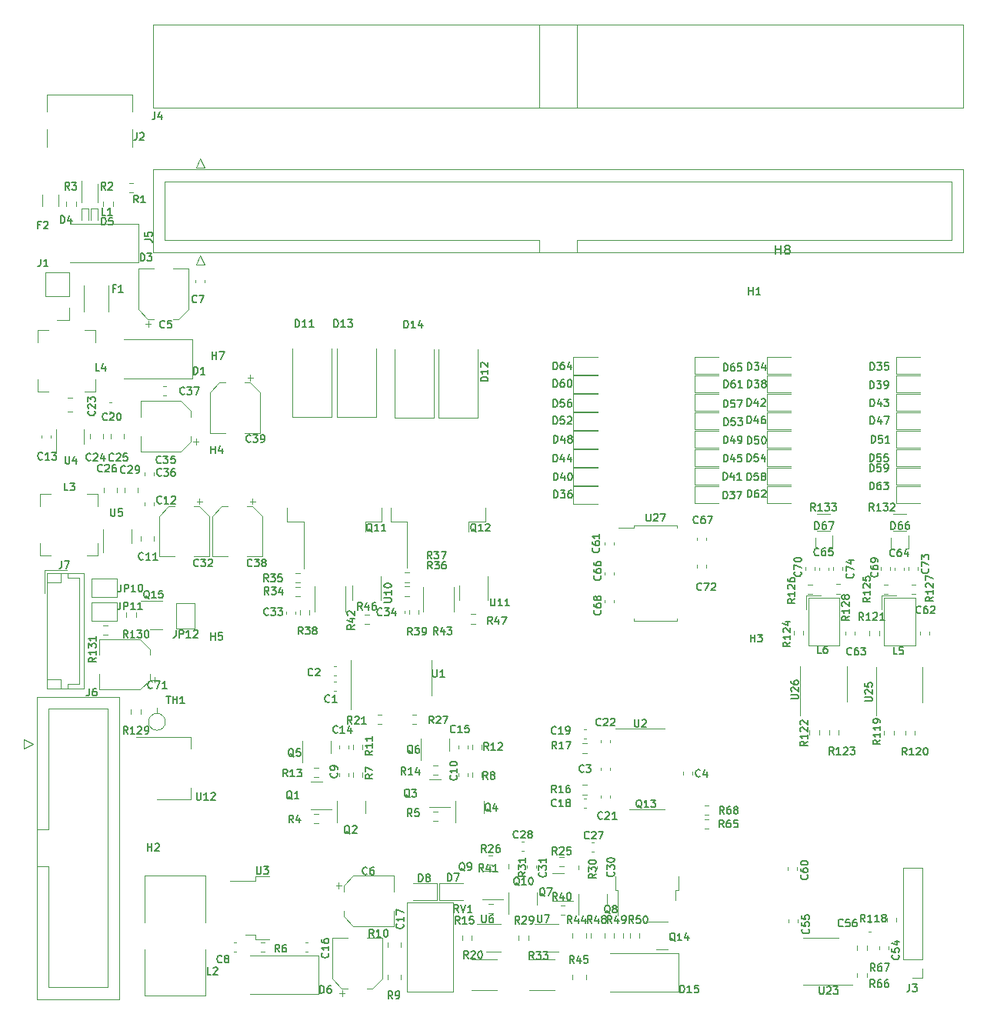
<source format=gbr>
%TF.GenerationSoftware,KiCad,Pcbnew,(6.0.5)*%
%TF.CreationDate,2022-06-26T15:42:30+08:00*%
%TF.ProjectId,lkt100a1,6c6b7431-3030-4613-912e-6b696361645f,rev?*%
%TF.SameCoordinates,Original*%
%TF.FileFunction,Legend,Top*%
%TF.FilePolarity,Positive*%
%FSLAX46Y46*%
G04 Gerber Fmt 4.6, Leading zero omitted, Abs format (unit mm)*
G04 Created by KiCad (PCBNEW (6.0.5)) date 2022-06-26 15:42:30*
%MOMM*%
%LPD*%
G01*
G04 APERTURE LIST*
%ADD10C,0.152400*%
%ADD11C,0.150000*%
%ADD12C,0.120000*%
%ADD13C,0.100000*%
G04 APERTURE END LIST*
D10*
%TO.C,D43*%
X152485035Y-69276904D02*
X152485035Y-68464104D01*
X152678559Y-68464104D01*
X152794673Y-68502809D01*
X152872083Y-68580218D01*
X152910787Y-68657628D01*
X152949492Y-68812447D01*
X152949492Y-68928561D01*
X152910787Y-69083380D01*
X152872083Y-69160789D01*
X152794673Y-69238199D01*
X152678559Y-69276904D01*
X152485035Y-69276904D01*
X153646178Y-68735037D02*
X153646178Y-69276904D01*
X153452654Y-68425399D02*
X153259130Y-69005970D01*
X153762292Y-69005970D01*
X153994521Y-68464104D02*
X154497683Y-68464104D01*
X154226749Y-68773742D01*
X154342864Y-68773742D01*
X154420273Y-68812447D01*
X154458978Y-68851151D01*
X154497683Y-68928561D01*
X154497683Y-69122085D01*
X154458978Y-69199494D01*
X154420273Y-69238199D01*
X154342864Y-69276904D01*
X154110635Y-69276904D01*
X154033226Y-69238199D01*
X153994521Y-69199494D01*
%TO.C,R131*%
X67251102Y-96920570D02*
X66864054Y-97191504D01*
X67251102Y-97385028D02*
X66438302Y-97385028D01*
X66438302Y-97075389D01*
X66477007Y-96997980D01*
X66515711Y-96959275D01*
X66593121Y-96920570D01*
X66709235Y-96920570D01*
X66786645Y-96959275D01*
X66825349Y-96997980D01*
X66864054Y-97075389D01*
X66864054Y-97385028D01*
X67251102Y-96146475D02*
X67251102Y-96610932D01*
X67251102Y-96378704D02*
X66438302Y-96378704D01*
X66554416Y-96456113D01*
X66631826Y-96533523D01*
X66670530Y-96610932D01*
X66438302Y-95875542D02*
X66438302Y-95372380D01*
X66747940Y-95643313D01*
X66747940Y-95527199D01*
X66786645Y-95449789D01*
X66825349Y-95411085D01*
X66902759Y-95372380D01*
X67096283Y-95372380D01*
X67173692Y-95411085D01*
X67212397Y-95449789D01*
X67251102Y-95527199D01*
X67251102Y-95759428D01*
X67212397Y-95836837D01*
X67173692Y-95875542D01*
X67251102Y-94598285D02*
X67251102Y-95062742D01*
X67251102Y-94830513D02*
X66438302Y-94830513D01*
X66554416Y-94907923D01*
X66631826Y-94985332D01*
X66670530Y-95062742D01*
%TO.C,Q11*%
X97635549Y-83070313D02*
X97558140Y-83031609D01*
X97480730Y-82954199D01*
X97364616Y-82838085D01*
X97287207Y-82799380D01*
X97209797Y-82799380D01*
X97248502Y-82992904D02*
X97171092Y-82954199D01*
X97093683Y-82876789D01*
X97054978Y-82721970D01*
X97054978Y-82451037D01*
X97093683Y-82296218D01*
X97171092Y-82218809D01*
X97248502Y-82180104D01*
X97403321Y-82180104D01*
X97480730Y-82218809D01*
X97558140Y-82296218D01*
X97596845Y-82451037D01*
X97596845Y-82721970D01*
X97558140Y-82876789D01*
X97480730Y-82954199D01*
X97403321Y-82992904D01*
X97248502Y-82992904D01*
X98370940Y-82992904D02*
X97906483Y-82992904D01*
X98138711Y-82992904D02*
X98138711Y-82180104D01*
X98061302Y-82296218D01*
X97983892Y-82373628D01*
X97906483Y-82412332D01*
X99145035Y-82992904D02*
X98680578Y-82992904D01*
X98912807Y-82992904D02*
X98912807Y-82180104D01*
X98835397Y-82296218D01*
X98757987Y-82373628D01*
X98680578Y-82412332D01*
%TO.C,Q9*%
X107852397Y-120382913D02*
X107774987Y-120344209D01*
X107697578Y-120266799D01*
X107581464Y-120150685D01*
X107504054Y-120111980D01*
X107426645Y-120111980D01*
X107465349Y-120305504D02*
X107387940Y-120266799D01*
X107310530Y-120189389D01*
X107271826Y-120034570D01*
X107271826Y-119763637D01*
X107310530Y-119608818D01*
X107387940Y-119531409D01*
X107465349Y-119492704D01*
X107620168Y-119492704D01*
X107697578Y-119531409D01*
X107774987Y-119608818D01*
X107813692Y-119763637D01*
X107813692Y-120034570D01*
X107774987Y-120189389D01*
X107697578Y-120266799D01*
X107620168Y-120305504D01*
X107465349Y-120305504D01*
X108200740Y-120305504D02*
X108355559Y-120305504D01*
X108432968Y-120266799D01*
X108471673Y-120228094D01*
X108549083Y-120111980D01*
X108587787Y-119957161D01*
X108587787Y-119647523D01*
X108549083Y-119570113D01*
X108510378Y-119531409D01*
X108432968Y-119492704D01*
X108278149Y-119492704D01*
X108200740Y-119531409D01*
X108162035Y-119570113D01*
X108123330Y-119647523D01*
X108123330Y-119841047D01*
X108162035Y-119918456D01*
X108200740Y-119957161D01*
X108278149Y-119995866D01*
X108432968Y-119995866D01*
X108510378Y-119957161D01*
X108549083Y-119918456D01*
X108587787Y-119841047D01*
%TO.C,D35*%
X152485035Y-65263704D02*
X152485035Y-64450904D01*
X152678559Y-64450904D01*
X152794673Y-64489609D01*
X152872083Y-64567018D01*
X152910787Y-64644428D01*
X152949492Y-64799247D01*
X152949492Y-64915361D01*
X152910787Y-65070180D01*
X152872083Y-65147589D01*
X152794673Y-65224999D01*
X152678559Y-65263704D01*
X152485035Y-65263704D01*
X153220426Y-64450904D02*
X153723587Y-64450904D01*
X153452654Y-64760542D01*
X153568768Y-64760542D01*
X153646178Y-64799247D01*
X153684883Y-64837951D01*
X153723587Y-64915361D01*
X153723587Y-65108885D01*
X153684883Y-65186294D01*
X153646178Y-65224999D01*
X153568768Y-65263704D01*
X153336540Y-65263704D01*
X153259130Y-65224999D01*
X153220426Y-65186294D01*
X154458978Y-64450904D02*
X154071930Y-64450904D01*
X154033226Y-64837951D01*
X154071930Y-64799247D01*
X154149340Y-64760542D01*
X154342864Y-64760542D01*
X154420273Y-64799247D01*
X154458978Y-64837951D01*
X154497683Y-64915361D01*
X154497683Y-65108885D01*
X154458978Y-65186294D01*
X154420273Y-65224999D01*
X154342864Y-65263704D01*
X154149340Y-65263704D01*
X154071930Y-65224999D01*
X154033226Y-65186294D01*
%TO.C,D40*%
X117636235Y-77404904D02*
X117636235Y-76592104D01*
X117829759Y-76592104D01*
X117945873Y-76630809D01*
X118023283Y-76708218D01*
X118061987Y-76785628D01*
X118100692Y-76940447D01*
X118100692Y-77056561D01*
X118061987Y-77211380D01*
X118023283Y-77288789D01*
X117945873Y-77366199D01*
X117829759Y-77404904D01*
X117636235Y-77404904D01*
X118797378Y-76863037D02*
X118797378Y-77404904D01*
X118603854Y-76553399D02*
X118410330Y-77133970D01*
X118913492Y-77133970D01*
X119377949Y-76592104D02*
X119455359Y-76592104D01*
X119532768Y-76630809D01*
X119571473Y-76669513D01*
X119610178Y-76746923D01*
X119648883Y-76901742D01*
X119648883Y-77095266D01*
X119610178Y-77250085D01*
X119571473Y-77327494D01*
X119532768Y-77366199D01*
X119455359Y-77404904D01*
X119377949Y-77404904D01*
X119300540Y-77366199D01*
X119261835Y-77327494D01*
X119223130Y-77250085D01*
X119184426Y-77095266D01*
X119184426Y-76901742D01*
X119223130Y-76746923D01*
X119261835Y-76669513D01*
X119300540Y-76630809D01*
X119377949Y-76592104D01*
%TO.C,JP12*%
X76055226Y-93889504D02*
X76055226Y-94470075D01*
X76016521Y-94586189D01*
X75939111Y-94663599D01*
X75822997Y-94702304D01*
X75745587Y-94702304D01*
X76442273Y-94702304D02*
X76442273Y-93889504D01*
X76751911Y-93889504D01*
X76829321Y-93928209D01*
X76868026Y-93966913D01*
X76906730Y-94044323D01*
X76906730Y-94160437D01*
X76868026Y-94237847D01*
X76829321Y-94276551D01*
X76751911Y-94315256D01*
X76442273Y-94315256D01*
X77680826Y-94702304D02*
X77216368Y-94702304D01*
X77448597Y-94702304D02*
X77448597Y-93889504D01*
X77371187Y-94005618D01*
X77293778Y-94083028D01*
X77216368Y-94121732D01*
X77990464Y-93966913D02*
X78029168Y-93928209D01*
X78106578Y-93889504D01*
X78300102Y-93889504D01*
X78377511Y-93928209D01*
X78416216Y-93966913D01*
X78454921Y-94044323D01*
X78454921Y-94121732D01*
X78416216Y-94237847D01*
X77951759Y-94702304D01*
X78454921Y-94702304D01*
%TO.C,C72*%
X133899492Y-89443294D02*
X133860787Y-89481999D01*
X133744673Y-89520704D01*
X133667264Y-89520704D01*
X133551149Y-89481999D01*
X133473740Y-89404589D01*
X133435035Y-89327180D01*
X133396330Y-89172361D01*
X133396330Y-89056247D01*
X133435035Y-88901428D01*
X133473740Y-88824018D01*
X133551149Y-88746609D01*
X133667264Y-88707904D01*
X133744673Y-88707904D01*
X133860787Y-88746609D01*
X133899492Y-88785313D01*
X134170426Y-88707904D02*
X134712292Y-88707904D01*
X134363949Y-89520704D01*
X134983226Y-88785313D02*
X135021930Y-88746609D01*
X135099340Y-88707904D01*
X135292864Y-88707904D01*
X135370273Y-88746609D01*
X135408978Y-88785313D01*
X135447683Y-88862723D01*
X135447683Y-88940132D01*
X135408978Y-89056247D01*
X134944521Y-89520704D01*
X135447683Y-89520704D01*
%TO.C,J2*%
X71743273Y-39152504D02*
X71743273Y-39733075D01*
X71704568Y-39849189D01*
X71627159Y-39926599D01*
X71511045Y-39965304D01*
X71433635Y-39965304D01*
X72091616Y-39229913D02*
X72130321Y-39191209D01*
X72207730Y-39152504D01*
X72401254Y-39152504D01*
X72478664Y-39191209D01*
X72517368Y-39229913D01*
X72556073Y-39307323D01*
X72556073Y-39384732D01*
X72517368Y-39500847D01*
X72052911Y-39965304D01*
X72556073Y-39965304D01*
D11*
%TO.C,H8*%
X142071695Y-52521789D02*
X142071695Y-51521789D01*
X142071695Y-51997980D02*
X142643123Y-51997980D01*
X142643123Y-52521789D02*
X142643123Y-51521789D01*
X143262171Y-51950361D02*
X143166933Y-51902742D01*
X143119314Y-51855123D01*
X143071695Y-51759885D01*
X143071695Y-51712266D01*
X143119314Y-51617028D01*
X143166933Y-51569409D01*
X143262171Y-51521789D01*
X143452647Y-51521789D01*
X143547885Y-51569409D01*
X143595504Y-51617028D01*
X143643123Y-51712266D01*
X143643123Y-51759885D01*
X143595504Y-51855123D01*
X143547885Y-51902742D01*
X143452647Y-51950361D01*
X143262171Y-51950361D01*
X143166933Y-51997980D01*
X143119314Y-52045599D01*
X143071695Y-52140837D01*
X143071695Y-52331313D01*
X143119314Y-52426551D01*
X143166933Y-52474170D01*
X143262171Y-52521789D01*
X143452647Y-52521789D01*
X143547885Y-52474170D01*
X143595504Y-52426551D01*
X143643123Y-52331313D01*
X143643123Y-52140837D01*
X143595504Y-52045599D01*
X143547885Y-51997980D01*
X143452647Y-51950361D01*
D10*
%TO.C,C8*%
X81098940Y-130413494D02*
X81060235Y-130452199D01*
X80944121Y-130490904D01*
X80866711Y-130490904D01*
X80750597Y-130452199D01*
X80673187Y-130374789D01*
X80634483Y-130297380D01*
X80595778Y-130142561D01*
X80595778Y-130026447D01*
X80634483Y-129871628D01*
X80673187Y-129794218D01*
X80750597Y-129716809D01*
X80866711Y-129678104D01*
X80944121Y-129678104D01*
X81060235Y-129716809D01*
X81098940Y-129755513D01*
X81563397Y-130026447D02*
X81485987Y-129987742D01*
X81447283Y-129949037D01*
X81408578Y-129871628D01*
X81408578Y-129832923D01*
X81447283Y-129755513D01*
X81485987Y-129716809D01*
X81563397Y-129678104D01*
X81718216Y-129678104D01*
X81795626Y-129716809D01*
X81834330Y-129755513D01*
X81873035Y-129832923D01*
X81873035Y-129871628D01*
X81834330Y-129949037D01*
X81795626Y-129987742D01*
X81718216Y-130026447D01*
X81563397Y-130026447D01*
X81485987Y-130065151D01*
X81447283Y-130103856D01*
X81408578Y-130181266D01*
X81408578Y-130336085D01*
X81447283Y-130413494D01*
X81485987Y-130452199D01*
X81563397Y-130490904D01*
X81718216Y-130490904D01*
X81795626Y-130452199D01*
X81834330Y-130413494D01*
X81873035Y-130336085D01*
X81873035Y-130181266D01*
X81834330Y-130103856D01*
X81795626Y-130065151D01*
X81718216Y-130026447D01*
%TO.C,R130*%
X70749045Y-94727704D02*
X70478111Y-94340656D01*
X70284587Y-94727704D02*
X70284587Y-93914904D01*
X70594226Y-93914904D01*
X70671635Y-93953609D01*
X70710340Y-93992313D01*
X70749045Y-94069723D01*
X70749045Y-94185837D01*
X70710340Y-94263247D01*
X70671635Y-94301951D01*
X70594226Y-94340656D01*
X70284587Y-94340656D01*
X71523140Y-94727704D02*
X71058683Y-94727704D01*
X71290911Y-94727704D02*
X71290911Y-93914904D01*
X71213502Y-94031018D01*
X71136092Y-94108428D01*
X71058683Y-94147132D01*
X71794073Y-93914904D02*
X72297235Y-93914904D01*
X72026302Y-94224542D01*
X72142416Y-94224542D01*
X72219826Y-94263247D01*
X72258530Y-94301951D01*
X72297235Y-94379361D01*
X72297235Y-94572885D01*
X72258530Y-94650294D01*
X72219826Y-94688999D01*
X72142416Y-94727704D01*
X71910187Y-94727704D01*
X71832778Y-94688999D01*
X71794073Y-94650294D01*
X72800397Y-93914904D02*
X72877807Y-93914904D01*
X72955216Y-93953609D01*
X72993921Y-93992313D01*
X73032626Y-94069723D01*
X73071330Y-94224542D01*
X73071330Y-94418066D01*
X73032626Y-94572885D01*
X72993921Y-94650294D01*
X72955216Y-94688999D01*
X72877807Y-94727704D01*
X72800397Y-94727704D01*
X72722987Y-94688999D01*
X72684283Y-94650294D01*
X72645578Y-94572885D01*
X72606873Y-94418066D01*
X72606873Y-94224542D01*
X72645578Y-94069723D01*
X72684283Y-93992313D01*
X72722987Y-93953609D01*
X72800397Y-93914904D01*
%TO.C,R35*%
X86198292Y-88555504D02*
X85927359Y-88168456D01*
X85733835Y-88555504D02*
X85733835Y-87742704D01*
X86043473Y-87742704D01*
X86120883Y-87781409D01*
X86159587Y-87820113D01*
X86198292Y-87897523D01*
X86198292Y-88013637D01*
X86159587Y-88091047D01*
X86120883Y-88129751D01*
X86043473Y-88168456D01*
X85733835Y-88168456D01*
X86469226Y-87742704D02*
X86972387Y-87742704D01*
X86701454Y-88052342D01*
X86817568Y-88052342D01*
X86894978Y-88091047D01*
X86933683Y-88129751D01*
X86972387Y-88207161D01*
X86972387Y-88400685D01*
X86933683Y-88478094D01*
X86894978Y-88516799D01*
X86817568Y-88555504D01*
X86585340Y-88555504D01*
X86507930Y-88516799D01*
X86469226Y-88478094D01*
X87707778Y-87742704D02*
X87320730Y-87742704D01*
X87282026Y-88129751D01*
X87320730Y-88091047D01*
X87398140Y-88052342D01*
X87591664Y-88052342D01*
X87669073Y-88091047D01*
X87707778Y-88129751D01*
X87746483Y-88207161D01*
X87746483Y-88400685D01*
X87707778Y-88478094D01*
X87669073Y-88516799D01*
X87591664Y-88555504D01*
X87398140Y-88555504D01*
X87320730Y-88516799D01*
X87282026Y-88478094D01*
%TO.C,D50*%
X138972235Y-73391704D02*
X138972235Y-72578904D01*
X139165759Y-72578904D01*
X139281873Y-72617609D01*
X139359283Y-72695018D01*
X139397987Y-72772428D01*
X139436692Y-72927247D01*
X139436692Y-73043361D01*
X139397987Y-73198180D01*
X139359283Y-73275589D01*
X139281873Y-73352999D01*
X139165759Y-73391704D01*
X138972235Y-73391704D01*
X140172083Y-72578904D02*
X139785035Y-72578904D01*
X139746330Y-72965951D01*
X139785035Y-72927247D01*
X139862445Y-72888542D01*
X140055968Y-72888542D01*
X140133378Y-72927247D01*
X140172083Y-72965951D01*
X140210787Y-73043361D01*
X140210787Y-73236885D01*
X140172083Y-73314294D01*
X140133378Y-73352999D01*
X140055968Y-73391704D01*
X139862445Y-73391704D01*
X139785035Y-73352999D01*
X139746330Y-73314294D01*
X140713949Y-72578904D02*
X140791359Y-72578904D01*
X140868768Y-72617609D01*
X140907473Y-72656313D01*
X140946178Y-72733723D01*
X140984883Y-72888542D01*
X140984883Y-73082066D01*
X140946178Y-73236885D01*
X140907473Y-73314294D01*
X140868768Y-73352999D01*
X140791359Y-73391704D01*
X140713949Y-73391704D01*
X140636540Y-73352999D01*
X140597835Y-73314294D01*
X140559130Y-73236885D01*
X140520426Y-73082066D01*
X140520426Y-72888542D01*
X140559130Y-72733723D01*
X140597835Y-72656313D01*
X140636540Y-72617609D01*
X140713949Y-72578904D01*
%TO.C,JP10*%
X69984626Y-88860304D02*
X69984626Y-89440875D01*
X69945921Y-89556989D01*
X69868511Y-89634399D01*
X69752397Y-89673104D01*
X69674987Y-89673104D01*
X70371673Y-89673104D02*
X70371673Y-88860304D01*
X70681311Y-88860304D01*
X70758721Y-88899009D01*
X70797426Y-88937713D01*
X70836130Y-89015123D01*
X70836130Y-89131237D01*
X70797426Y-89208647D01*
X70758721Y-89247351D01*
X70681311Y-89286056D01*
X70371673Y-89286056D01*
X71610226Y-89673104D02*
X71145768Y-89673104D01*
X71377997Y-89673104D02*
X71377997Y-88860304D01*
X71300587Y-88976418D01*
X71223178Y-89053828D01*
X71145768Y-89092532D01*
X72113387Y-88860304D02*
X72190797Y-88860304D01*
X72268207Y-88899009D01*
X72306911Y-88937713D01*
X72345616Y-89015123D01*
X72384321Y-89169942D01*
X72384321Y-89363466D01*
X72345616Y-89518285D01*
X72306911Y-89595694D01*
X72268207Y-89634399D01*
X72190797Y-89673104D01*
X72113387Y-89673104D01*
X72035978Y-89634399D01*
X71997273Y-89595694D01*
X71958568Y-89518285D01*
X71919864Y-89363466D01*
X71919864Y-89169942D01*
X71958568Y-89015123D01*
X71997273Y-88937713D01*
X72035978Y-88899009D01*
X72113387Y-88860304D01*
%TO.C,C68*%
X122774292Y-91707523D02*
X122812997Y-91746228D01*
X122851702Y-91862342D01*
X122851702Y-91939751D01*
X122812997Y-92055866D01*
X122735587Y-92133275D01*
X122658178Y-92171980D01*
X122503359Y-92210685D01*
X122387245Y-92210685D01*
X122232426Y-92171980D01*
X122155016Y-92133275D01*
X122077607Y-92055866D01*
X122038902Y-91939751D01*
X122038902Y-91862342D01*
X122077607Y-91746228D01*
X122116311Y-91707523D01*
X122038902Y-91010837D02*
X122038902Y-91165656D01*
X122077607Y-91243066D01*
X122116311Y-91281770D01*
X122232426Y-91359180D01*
X122387245Y-91397885D01*
X122696883Y-91397885D01*
X122774292Y-91359180D01*
X122812997Y-91320475D01*
X122851702Y-91243066D01*
X122851702Y-91088247D01*
X122812997Y-91010837D01*
X122774292Y-90972132D01*
X122696883Y-90933428D01*
X122503359Y-90933428D01*
X122425949Y-90972132D01*
X122387245Y-91010837D01*
X122348540Y-91088247D01*
X122348540Y-91243066D01*
X122387245Y-91320475D01*
X122425949Y-91359180D01*
X122503359Y-91397885D01*
X122387245Y-90468970D02*
X122348540Y-90546380D01*
X122309835Y-90585085D01*
X122232426Y-90623789D01*
X122193721Y-90623789D01*
X122116311Y-90585085D01*
X122077607Y-90546380D01*
X122038902Y-90468970D01*
X122038902Y-90314151D01*
X122077607Y-90236742D01*
X122116311Y-90198037D01*
X122193721Y-90159332D01*
X122232426Y-90159332D01*
X122309835Y-90198037D01*
X122348540Y-90236742D01*
X122387245Y-90314151D01*
X122387245Y-90468970D01*
X122425949Y-90546380D01*
X122464654Y-90585085D01*
X122542064Y-90623789D01*
X122696883Y-90623789D01*
X122774292Y-90585085D01*
X122812997Y-90546380D01*
X122851702Y-90468970D01*
X122851702Y-90314151D01*
X122812997Y-90236742D01*
X122774292Y-90198037D01*
X122696883Y-90159332D01*
X122542064Y-90159332D01*
X122464654Y-90198037D01*
X122425949Y-90236742D01*
X122387245Y-90314151D01*
%TO.C,R4*%
X88947540Y-115098504D02*
X88676607Y-114711456D01*
X88483083Y-115098504D02*
X88483083Y-114285704D01*
X88792721Y-114285704D01*
X88870130Y-114324409D01*
X88908835Y-114363113D01*
X88947540Y-114440523D01*
X88947540Y-114556637D01*
X88908835Y-114634047D01*
X88870130Y-114672751D01*
X88792721Y-114711456D01*
X88483083Y-114711456D01*
X89644226Y-114556637D02*
X89644226Y-115098504D01*
X89450702Y-114246999D02*
X89257178Y-114827570D01*
X89760340Y-114827570D01*
%TO.C,D3*%
X72150883Y-53249504D02*
X72150883Y-52436704D01*
X72344407Y-52436704D01*
X72460521Y-52475409D01*
X72537930Y-52552818D01*
X72576635Y-52630228D01*
X72615340Y-52785047D01*
X72615340Y-52901161D01*
X72576635Y-53055980D01*
X72537930Y-53133389D01*
X72460521Y-53210799D01*
X72344407Y-53249504D01*
X72150883Y-53249504D01*
X72886273Y-52436704D02*
X73389435Y-52436704D01*
X73118502Y-52746342D01*
X73234616Y-52746342D01*
X73312026Y-52785047D01*
X73350730Y-52823751D01*
X73389435Y-52901161D01*
X73389435Y-53094685D01*
X73350730Y-53172094D01*
X73312026Y-53210799D01*
X73234616Y-53249504D01*
X73002387Y-53249504D01*
X72924978Y-53210799D01*
X72886273Y-53172094D01*
%TO.C,C19*%
X117872092Y-105242094D02*
X117833387Y-105280799D01*
X117717273Y-105319504D01*
X117639864Y-105319504D01*
X117523749Y-105280799D01*
X117446340Y-105203389D01*
X117407635Y-105125980D01*
X117368930Y-104971161D01*
X117368930Y-104855047D01*
X117407635Y-104700228D01*
X117446340Y-104622818D01*
X117523749Y-104545409D01*
X117639864Y-104506704D01*
X117717273Y-104506704D01*
X117833387Y-104545409D01*
X117872092Y-104584113D01*
X118646187Y-105319504D02*
X118181730Y-105319504D01*
X118413959Y-105319504D02*
X118413959Y-104506704D01*
X118336549Y-104622818D01*
X118259140Y-104700228D01*
X118181730Y-104738932D01*
X119033235Y-105319504D02*
X119188054Y-105319504D01*
X119265464Y-105280799D01*
X119304168Y-105242094D01*
X119381578Y-105125980D01*
X119420283Y-104971161D01*
X119420283Y-104661523D01*
X119381578Y-104584113D01*
X119342873Y-104545409D01*
X119265464Y-104506704D01*
X119110645Y-104506704D01*
X119033235Y-104545409D01*
X118994530Y-104584113D01*
X118955826Y-104661523D01*
X118955826Y-104855047D01*
X118994530Y-104932456D01*
X119033235Y-104971161D01*
X119110645Y-105009866D01*
X119265464Y-105009866D01*
X119342873Y-104971161D01*
X119381578Y-104932456D01*
X119420283Y-104855047D01*
%TO.C,C15*%
X106772292Y-105089694D02*
X106733587Y-105128399D01*
X106617473Y-105167104D01*
X106540064Y-105167104D01*
X106423949Y-105128399D01*
X106346540Y-105050989D01*
X106307835Y-104973580D01*
X106269130Y-104818761D01*
X106269130Y-104702647D01*
X106307835Y-104547828D01*
X106346540Y-104470418D01*
X106423949Y-104393009D01*
X106540064Y-104354304D01*
X106617473Y-104354304D01*
X106733587Y-104393009D01*
X106772292Y-104431713D01*
X107546387Y-105167104D02*
X107081930Y-105167104D01*
X107314159Y-105167104D02*
X107314159Y-104354304D01*
X107236749Y-104470418D01*
X107159340Y-104547828D01*
X107081930Y-104586532D01*
X108281778Y-104354304D02*
X107894730Y-104354304D01*
X107856026Y-104741351D01*
X107894730Y-104702647D01*
X107972140Y-104663942D01*
X108165664Y-104663942D01*
X108243073Y-104702647D01*
X108281778Y-104741351D01*
X108320483Y-104818761D01*
X108320483Y-105012285D01*
X108281778Y-105089694D01*
X108243073Y-105128399D01*
X108165664Y-105167104D01*
X107972140Y-105167104D01*
X107894730Y-105128399D01*
X107856026Y-105089694D01*
%TO.C,C74*%
X150561892Y-87668923D02*
X150600597Y-87707628D01*
X150639302Y-87823742D01*
X150639302Y-87901151D01*
X150600597Y-88017266D01*
X150523187Y-88094675D01*
X150445778Y-88133380D01*
X150290959Y-88172085D01*
X150174845Y-88172085D01*
X150020026Y-88133380D01*
X149942616Y-88094675D01*
X149865207Y-88017266D01*
X149826502Y-87901151D01*
X149826502Y-87823742D01*
X149865207Y-87707628D01*
X149903911Y-87668923D01*
X149826502Y-87397989D02*
X149826502Y-86856123D01*
X150639302Y-87204466D01*
X150097435Y-86198142D02*
X150639302Y-86198142D01*
X149787797Y-86391666D02*
X150368368Y-86585189D01*
X150368368Y-86082028D01*
%TO.C,D36*%
X117636235Y-79335304D02*
X117636235Y-78522504D01*
X117829759Y-78522504D01*
X117945873Y-78561209D01*
X118023283Y-78638618D01*
X118061987Y-78716028D01*
X118100692Y-78870847D01*
X118100692Y-78986961D01*
X118061987Y-79141780D01*
X118023283Y-79219189D01*
X117945873Y-79296599D01*
X117829759Y-79335304D01*
X117636235Y-79335304D01*
X118371626Y-78522504D02*
X118874787Y-78522504D01*
X118603854Y-78832142D01*
X118719968Y-78832142D01*
X118797378Y-78870847D01*
X118836083Y-78909551D01*
X118874787Y-78986961D01*
X118874787Y-79180485D01*
X118836083Y-79257894D01*
X118797378Y-79296599D01*
X118719968Y-79335304D01*
X118487740Y-79335304D01*
X118410330Y-79296599D01*
X118371626Y-79257894D01*
X119571473Y-78522504D02*
X119416654Y-78522504D01*
X119339245Y-78561209D01*
X119300540Y-78599913D01*
X119223130Y-78716028D01*
X119184426Y-78870847D01*
X119184426Y-79180485D01*
X119223130Y-79257894D01*
X119261835Y-79296599D01*
X119339245Y-79335304D01*
X119494064Y-79335304D01*
X119571473Y-79296599D01*
X119610178Y-79257894D01*
X119648883Y-79180485D01*
X119648883Y-78986961D01*
X119610178Y-78909551D01*
X119571473Y-78870847D01*
X119494064Y-78832142D01*
X119339245Y-78832142D01*
X119261835Y-78870847D01*
X119223130Y-78909551D01*
X119184426Y-78986961D01*
%TO.C,RV1*%
X107141197Y-124953704D02*
X106870264Y-124566656D01*
X106676740Y-124953704D02*
X106676740Y-124140904D01*
X106986378Y-124140904D01*
X107063787Y-124179609D01*
X107102492Y-124218313D01*
X107141197Y-124295723D01*
X107141197Y-124411837D01*
X107102492Y-124489247D01*
X107063787Y-124527951D01*
X106986378Y-124566656D01*
X106676740Y-124566656D01*
X107373426Y-124140904D02*
X107644359Y-124953704D01*
X107915292Y-124140904D01*
X108611978Y-124953704D02*
X108147521Y-124953704D01*
X108379749Y-124953704D02*
X108379749Y-124140904D01*
X108302340Y-124257018D01*
X108224930Y-124334428D01*
X108147521Y-124373132D01*
%TO.C,Q7*%
X116666197Y-123176913D02*
X116588787Y-123138209D01*
X116511378Y-123060799D01*
X116395264Y-122944685D01*
X116317854Y-122905980D01*
X116240445Y-122905980D01*
X116279149Y-123099504D02*
X116201740Y-123060799D01*
X116124330Y-122983389D01*
X116085626Y-122828570D01*
X116085626Y-122557637D01*
X116124330Y-122402818D01*
X116201740Y-122325409D01*
X116279149Y-122286704D01*
X116433968Y-122286704D01*
X116511378Y-122325409D01*
X116588787Y-122402818D01*
X116627492Y-122557637D01*
X116627492Y-122828570D01*
X116588787Y-122983389D01*
X116511378Y-123060799D01*
X116433968Y-123099504D01*
X116279149Y-123099504D01*
X116898426Y-122286704D02*
X117440292Y-122286704D01*
X117091949Y-123099504D01*
%TO.C,R9*%
X99894940Y-134453304D02*
X99624007Y-134066256D01*
X99430483Y-134453304D02*
X99430483Y-133640504D01*
X99740121Y-133640504D01*
X99817530Y-133679209D01*
X99856235Y-133717913D01*
X99894940Y-133795323D01*
X99894940Y-133911437D01*
X99856235Y-133988847D01*
X99817530Y-134027551D01*
X99740121Y-134066256D01*
X99430483Y-134066256D01*
X100281987Y-134453304D02*
X100436807Y-134453304D01*
X100514216Y-134414599D01*
X100552921Y-134375894D01*
X100630330Y-134259780D01*
X100669035Y-134104961D01*
X100669035Y-133795323D01*
X100630330Y-133717913D01*
X100591626Y-133679209D01*
X100514216Y-133640504D01*
X100359397Y-133640504D01*
X100281987Y-133679209D01*
X100243283Y-133717913D01*
X100204578Y-133795323D01*
X100204578Y-133988847D01*
X100243283Y-134066256D01*
X100281987Y-134104961D01*
X100359397Y-134143666D01*
X100514216Y-134143666D01*
X100591626Y-134104961D01*
X100630330Y-134066256D01*
X100669035Y-133988847D01*
%TO.C,Q3*%
X101781797Y-112305713D02*
X101704387Y-112267009D01*
X101626978Y-112189599D01*
X101510864Y-112073485D01*
X101433454Y-112034780D01*
X101356045Y-112034780D01*
X101394749Y-112228304D02*
X101317340Y-112189599D01*
X101239930Y-112112189D01*
X101201226Y-111957370D01*
X101201226Y-111686437D01*
X101239930Y-111531618D01*
X101317340Y-111454209D01*
X101394749Y-111415504D01*
X101549568Y-111415504D01*
X101626978Y-111454209D01*
X101704387Y-111531618D01*
X101743092Y-111686437D01*
X101743092Y-111957370D01*
X101704387Y-112112189D01*
X101626978Y-112189599D01*
X101549568Y-112228304D01*
X101394749Y-112228304D01*
X102014026Y-111415504D02*
X102517187Y-111415504D01*
X102246254Y-111725142D01*
X102362368Y-111725142D01*
X102439778Y-111763847D01*
X102478483Y-111802551D01*
X102517187Y-111879961D01*
X102517187Y-112073485D01*
X102478483Y-112150894D01*
X102439778Y-112189599D01*
X102362368Y-112228304D01*
X102130140Y-112228304D01*
X102052730Y-112189599D01*
X102014026Y-112150894D01*
%TO.C,C25*%
X69180292Y-75193894D02*
X69141587Y-75232599D01*
X69025473Y-75271304D01*
X68948064Y-75271304D01*
X68831949Y-75232599D01*
X68754540Y-75155189D01*
X68715835Y-75077780D01*
X68677130Y-74922961D01*
X68677130Y-74806847D01*
X68715835Y-74652028D01*
X68754540Y-74574618D01*
X68831949Y-74497209D01*
X68948064Y-74458504D01*
X69025473Y-74458504D01*
X69141587Y-74497209D01*
X69180292Y-74535913D01*
X69489930Y-74535913D02*
X69528635Y-74497209D01*
X69606045Y-74458504D01*
X69799568Y-74458504D01*
X69876978Y-74497209D01*
X69915683Y-74535913D01*
X69954387Y-74613323D01*
X69954387Y-74690732D01*
X69915683Y-74806847D01*
X69451226Y-75271304D01*
X69954387Y-75271304D01*
X70689778Y-74458504D02*
X70302730Y-74458504D01*
X70264026Y-74845551D01*
X70302730Y-74806847D01*
X70380140Y-74768142D01*
X70573664Y-74768142D01*
X70651073Y-74806847D01*
X70689778Y-74845551D01*
X70728483Y-74922961D01*
X70728483Y-75116485D01*
X70689778Y-75193894D01*
X70651073Y-75232599D01*
X70573664Y-75271304D01*
X70380140Y-75271304D01*
X70302730Y-75232599D01*
X70264026Y-75193894D01*
%TO.C,C18*%
X117897492Y-113243094D02*
X117858787Y-113281799D01*
X117742673Y-113320504D01*
X117665264Y-113320504D01*
X117549149Y-113281799D01*
X117471740Y-113204389D01*
X117433035Y-113126980D01*
X117394330Y-112972161D01*
X117394330Y-112856047D01*
X117433035Y-112701228D01*
X117471740Y-112623818D01*
X117549149Y-112546409D01*
X117665264Y-112507704D01*
X117742673Y-112507704D01*
X117858787Y-112546409D01*
X117897492Y-112585113D01*
X118671587Y-113320504D02*
X118207130Y-113320504D01*
X118439359Y-113320504D02*
X118439359Y-112507704D01*
X118361949Y-112623818D01*
X118284540Y-112701228D01*
X118207130Y-112739932D01*
X119136045Y-112856047D02*
X119058635Y-112817342D01*
X119019930Y-112778637D01*
X118981226Y-112701228D01*
X118981226Y-112662523D01*
X119019930Y-112585113D01*
X119058635Y-112546409D01*
X119136045Y-112507704D01*
X119290864Y-112507704D01*
X119368273Y-112546409D01*
X119406978Y-112585113D01*
X119445683Y-112662523D01*
X119445683Y-112701228D01*
X119406978Y-112778637D01*
X119368273Y-112817342D01*
X119290864Y-112856047D01*
X119136045Y-112856047D01*
X119058635Y-112894751D01*
X119019930Y-112933456D01*
X118981226Y-113010866D01*
X118981226Y-113165685D01*
X119019930Y-113243094D01*
X119058635Y-113281799D01*
X119136045Y-113320504D01*
X119290864Y-113320504D01*
X119368273Y-113281799D01*
X119406978Y-113243094D01*
X119445683Y-113165685D01*
X119445683Y-113010866D01*
X119406978Y-112933456D01*
X119368273Y-112894751D01*
X119290864Y-112856047D01*
%TO.C,L1*%
X68322740Y-48220304D02*
X67935692Y-48220304D01*
X67935692Y-47407504D01*
X69019426Y-48220304D02*
X68554968Y-48220304D01*
X68787197Y-48220304D02*
X68787197Y-47407504D01*
X68709787Y-47523618D01*
X68632378Y-47601028D01*
X68554968Y-47639732D01*
%TO.C,C28*%
X113706492Y-116697494D02*
X113667787Y-116736199D01*
X113551673Y-116774904D01*
X113474264Y-116774904D01*
X113358149Y-116736199D01*
X113280740Y-116658789D01*
X113242035Y-116581380D01*
X113203330Y-116426561D01*
X113203330Y-116310447D01*
X113242035Y-116155628D01*
X113280740Y-116078218D01*
X113358149Y-116000809D01*
X113474264Y-115962104D01*
X113551673Y-115962104D01*
X113667787Y-116000809D01*
X113706492Y-116039513D01*
X114016130Y-116039513D02*
X114054835Y-116000809D01*
X114132245Y-115962104D01*
X114325768Y-115962104D01*
X114403178Y-116000809D01*
X114441883Y-116039513D01*
X114480587Y-116116923D01*
X114480587Y-116194332D01*
X114441883Y-116310447D01*
X113977426Y-116774904D01*
X114480587Y-116774904D01*
X114945045Y-116310447D02*
X114867635Y-116271742D01*
X114828930Y-116233037D01*
X114790226Y-116155628D01*
X114790226Y-116116923D01*
X114828930Y-116039513D01*
X114867635Y-116000809D01*
X114945045Y-115962104D01*
X115099864Y-115962104D01*
X115177273Y-116000809D01*
X115215978Y-116039513D01*
X115254683Y-116116923D01*
X115254683Y-116155628D01*
X115215978Y-116233037D01*
X115177273Y-116271742D01*
X115099864Y-116310447D01*
X114945045Y-116310447D01*
X114867635Y-116349151D01*
X114828930Y-116387856D01*
X114790226Y-116465266D01*
X114790226Y-116620085D01*
X114828930Y-116697494D01*
X114867635Y-116736199D01*
X114945045Y-116774904D01*
X115099864Y-116774904D01*
X115177273Y-116736199D01*
X115215978Y-116697494D01*
X115254683Y-116620085D01*
X115254683Y-116465266D01*
X115215978Y-116387856D01*
X115177273Y-116349151D01*
X115099864Y-116310447D01*
%TO.C,R42*%
X95724502Y-93333123D02*
X95337454Y-93604056D01*
X95724502Y-93797580D02*
X94911702Y-93797580D01*
X94911702Y-93487942D01*
X94950407Y-93410532D01*
X94989111Y-93371828D01*
X95066521Y-93333123D01*
X95182635Y-93333123D01*
X95260045Y-93371828D01*
X95298749Y-93410532D01*
X95337454Y-93487942D01*
X95337454Y-93797580D01*
X95182635Y-92636437D02*
X95724502Y-92636437D01*
X94872997Y-92829961D02*
X95453568Y-93023485D01*
X95453568Y-92520323D01*
X94989111Y-92249389D02*
X94950407Y-92210685D01*
X94911702Y-92133275D01*
X94911702Y-91939751D01*
X94950407Y-91862342D01*
X94989111Y-91823637D01*
X95066521Y-91784932D01*
X95143930Y-91784932D01*
X95260045Y-91823637D01*
X95724502Y-92288094D01*
X95724502Y-91784932D01*
%TO.C,C10*%
X106924692Y-109893923D02*
X106963397Y-109932628D01*
X107002102Y-110048742D01*
X107002102Y-110126151D01*
X106963397Y-110242266D01*
X106885987Y-110319675D01*
X106808578Y-110358380D01*
X106653759Y-110397085D01*
X106537645Y-110397085D01*
X106382826Y-110358380D01*
X106305416Y-110319675D01*
X106228007Y-110242266D01*
X106189302Y-110126151D01*
X106189302Y-110048742D01*
X106228007Y-109932628D01*
X106266711Y-109893923D01*
X107002102Y-109119828D02*
X107002102Y-109584285D01*
X107002102Y-109352056D02*
X106189302Y-109352056D01*
X106305416Y-109429466D01*
X106382826Y-109506875D01*
X106421530Y-109584285D01*
X106189302Y-108616666D02*
X106189302Y-108539256D01*
X106228007Y-108461847D01*
X106266711Y-108423142D01*
X106344121Y-108384437D01*
X106498940Y-108345732D01*
X106692464Y-108345732D01*
X106847283Y-108384437D01*
X106924692Y-108423142D01*
X106963397Y-108461847D01*
X107002102Y-108539256D01*
X107002102Y-108616666D01*
X106963397Y-108694075D01*
X106924692Y-108732780D01*
X106847283Y-108771485D01*
X106692464Y-108810189D01*
X106498940Y-108810189D01*
X106344121Y-108771485D01*
X106266711Y-108732780D01*
X106228007Y-108694075D01*
X106189302Y-108616666D01*
%TO.C,C9*%
X93767492Y-109608475D02*
X93806197Y-109647180D01*
X93844902Y-109763294D01*
X93844902Y-109840704D01*
X93806197Y-109956818D01*
X93728787Y-110034228D01*
X93651378Y-110072932D01*
X93496559Y-110111637D01*
X93380445Y-110111637D01*
X93225626Y-110072932D01*
X93148216Y-110034228D01*
X93070807Y-109956818D01*
X93032102Y-109840704D01*
X93032102Y-109763294D01*
X93070807Y-109647180D01*
X93109511Y-109608475D01*
X93844902Y-109221428D02*
X93844902Y-109066609D01*
X93806197Y-108989199D01*
X93767492Y-108950494D01*
X93651378Y-108873085D01*
X93496559Y-108834380D01*
X93186921Y-108834380D01*
X93109511Y-108873085D01*
X93070807Y-108911789D01*
X93032102Y-108989199D01*
X93032102Y-109144018D01*
X93070807Y-109221428D01*
X93109511Y-109260132D01*
X93186921Y-109298837D01*
X93380445Y-109298837D01*
X93457854Y-109260132D01*
X93496559Y-109221428D01*
X93535264Y-109144018D01*
X93535264Y-108989199D01*
X93496559Y-108911789D01*
X93457854Y-108873085D01*
X93380445Y-108834380D01*
%TO.C,J1*%
X61151473Y-53046304D02*
X61151473Y-53626875D01*
X61112768Y-53742989D01*
X61035359Y-53820399D01*
X60919245Y-53859104D01*
X60841835Y-53859104D01*
X61964273Y-53859104D02*
X61499816Y-53859104D01*
X61732045Y-53859104D02*
X61732045Y-53046304D01*
X61654635Y-53162418D01*
X61577226Y-53239828D01*
X61499816Y-53278532D01*
%TO.C,C6*%
X97100940Y-120710694D02*
X97062235Y-120749399D01*
X96946121Y-120788104D01*
X96868711Y-120788104D01*
X96752597Y-120749399D01*
X96675187Y-120671989D01*
X96636483Y-120594580D01*
X96597778Y-120439761D01*
X96597778Y-120323647D01*
X96636483Y-120168828D01*
X96675187Y-120091418D01*
X96752597Y-120014009D01*
X96868711Y-119975304D01*
X96946121Y-119975304D01*
X97062235Y-120014009D01*
X97100940Y-120052713D01*
X97797626Y-119975304D02*
X97642807Y-119975304D01*
X97565397Y-120014009D01*
X97526692Y-120052713D01*
X97449283Y-120168828D01*
X97410578Y-120323647D01*
X97410578Y-120633285D01*
X97449283Y-120710694D01*
X97487987Y-120749399D01*
X97565397Y-120788104D01*
X97720216Y-120788104D01*
X97797626Y-120749399D01*
X97836330Y-120710694D01*
X97875035Y-120633285D01*
X97875035Y-120439761D01*
X97836330Y-120362351D01*
X97797626Y-120323647D01*
X97720216Y-120284942D01*
X97565397Y-120284942D01*
X97487987Y-120323647D01*
X97449283Y-120362351D01*
X97410578Y-120439761D01*
%TO.C,D5*%
X67883683Y-49312504D02*
X67883683Y-48499704D01*
X68077207Y-48499704D01*
X68193321Y-48538409D01*
X68270730Y-48615818D01*
X68309435Y-48693228D01*
X68348140Y-48848047D01*
X68348140Y-48964161D01*
X68309435Y-49118980D01*
X68270730Y-49196389D01*
X68193321Y-49273799D01*
X68077207Y-49312504D01*
X67883683Y-49312504D01*
X69083530Y-48499704D02*
X68696483Y-48499704D01*
X68657778Y-48886751D01*
X68696483Y-48848047D01*
X68773892Y-48809342D01*
X68967416Y-48809342D01*
X69044826Y-48848047D01*
X69083530Y-48886751D01*
X69122235Y-48964161D01*
X69122235Y-49157685D01*
X69083530Y-49235094D01*
X69044826Y-49273799D01*
X68967416Y-49312504D01*
X68773892Y-49312504D01*
X68696483Y-49273799D01*
X68657778Y-49235094D01*
%TO.C,U25*%
X151883902Y-101716332D02*
X152541883Y-101716332D01*
X152619292Y-101677628D01*
X152657997Y-101638923D01*
X152696702Y-101561513D01*
X152696702Y-101406694D01*
X152657997Y-101329285D01*
X152619292Y-101290580D01*
X152541883Y-101251875D01*
X151883902Y-101251875D01*
X151961311Y-100903532D02*
X151922607Y-100864828D01*
X151883902Y-100787418D01*
X151883902Y-100593894D01*
X151922607Y-100516485D01*
X151961311Y-100477780D01*
X152038721Y-100439075D01*
X152116130Y-100439075D01*
X152232245Y-100477780D01*
X152696702Y-100942237D01*
X152696702Y-100439075D01*
X151883902Y-99703685D02*
X151883902Y-100090732D01*
X152270949Y-100129437D01*
X152232245Y-100090732D01*
X152193540Y-100013323D01*
X152193540Y-99819799D01*
X152232245Y-99742389D01*
X152270949Y-99703685D01*
X152348359Y-99664980D01*
X152541883Y-99664980D01*
X152619292Y-99703685D01*
X152657997Y-99742389D01*
X152696702Y-99819799D01*
X152696702Y-100013323D01*
X152657997Y-100090732D01*
X152619292Y-100129437D01*
%TO.C,C39*%
X84267892Y-73136494D02*
X84229187Y-73175199D01*
X84113073Y-73213904D01*
X84035664Y-73213904D01*
X83919549Y-73175199D01*
X83842140Y-73097789D01*
X83803435Y-73020380D01*
X83764730Y-72865561D01*
X83764730Y-72749447D01*
X83803435Y-72594628D01*
X83842140Y-72517218D01*
X83919549Y-72439809D01*
X84035664Y-72401104D01*
X84113073Y-72401104D01*
X84229187Y-72439809D01*
X84267892Y-72478513D01*
X84538826Y-72401104D02*
X85041987Y-72401104D01*
X84771054Y-72710742D01*
X84887168Y-72710742D01*
X84964578Y-72749447D01*
X85003283Y-72788151D01*
X85041987Y-72865561D01*
X85041987Y-73059085D01*
X85003283Y-73136494D01*
X84964578Y-73175199D01*
X84887168Y-73213904D01*
X84654940Y-73213904D01*
X84577530Y-73175199D01*
X84538826Y-73136494D01*
X85429035Y-73213904D02*
X85583854Y-73213904D01*
X85661264Y-73175199D01*
X85699968Y-73136494D01*
X85777378Y-73020380D01*
X85816083Y-72865561D01*
X85816083Y-72555923D01*
X85777378Y-72478513D01*
X85738673Y-72439809D01*
X85661264Y-72401104D01*
X85506445Y-72401104D01*
X85429035Y-72439809D01*
X85390330Y-72478513D01*
X85351626Y-72555923D01*
X85351626Y-72749447D01*
X85390330Y-72826856D01*
X85429035Y-72865561D01*
X85506445Y-72904266D01*
X85661264Y-72904266D01*
X85738673Y-72865561D01*
X85777378Y-72826856D01*
X85816083Y-72749447D01*
%TO.C,R37*%
X104206892Y-86040904D02*
X103935959Y-85653856D01*
X103742435Y-86040904D02*
X103742435Y-85228104D01*
X104052073Y-85228104D01*
X104129483Y-85266809D01*
X104168187Y-85305513D01*
X104206892Y-85382923D01*
X104206892Y-85499037D01*
X104168187Y-85576447D01*
X104129483Y-85615151D01*
X104052073Y-85653856D01*
X103742435Y-85653856D01*
X104477826Y-85228104D02*
X104980987Y-85228104D01*
X104710054Y-85537742D01*
X104826168Y-85537742D01*
X104903578Y-85576447D01*
X104942283Y-85615151D01*
X104980987Y-85692561D01*
X104980987Y-85886085D01*
X104942283Y-85963494D01*
X104903578Y-86002199D01*
X104826168Y-86040904D01*
X104593940Y-86040904D01*
X104516530Y-86002199D01*
X104477826Y-85963494D01*
X105251921Y-85228104D02*
X105793787Y-85228104D01*
X105445445Y-86040904D01*
%TO.C,C7*%
X78330340Y-57769494D02*
X78291635Y-57808199D01*
X78175521Y-57846904D01*
X78098111Y-57846904D01*
X77981997Y-57808199D01*
X77904587Y-57730789D01*
X77865883Y-57653380D01*
X77827178Y-57498561D01*
X77827178Y-57382447D01*
X77865883Y-57227628D01*
X77904587Y-57150218D01*
X77981997Y-57072809D01*
X78098111Y-57034104D01*
X78175521Y-57034104D01*
X78291635Y-57072809D01*
X78330340Y-57111513D01*
X78601273Y-57034104D02*
X79143140Y-57034104D01*
X78794797Y-57846904D01*
%TO.C,D39*%
X152434235Y-67295704D02*
X152434235Y-66482904D01*
X152627759Y-66482904D01*
X152743873Y-66521609D01*
X152821283Y-66599018D01*
X152859987Y-66676428D01*
X152898692Y-66831247D01*
X152898692Y-66947361D01*
X152859987Y-67102180D01*
X152821283Y-67179589D01*
X152743873Y-67256999D01*
X152627759Y-67295704D01*
X152434235Y-67295704D01*
X153169626Y-66482904D02*
X153672787Y-66482904D01*
X153401854Y-66792542D01*
X153517968Y-66792542D01*
X153595378Y-66831247D01*
X153634083Y-66869951D01*
X153672787Y-66947361D01*
X153672787Y-67140885D01*
X153634083Y-67218294D01*
X153595378Y-67256999D01*
X153517968Y-67295704D01*
X153285740Y-67295704D01*
X153208330Y-67256999D01*
X153169626Y-67218294D01*
X154059835Y-67295704D02*
X154214654Y-67295704D01*
X154292064Y-67256999D01*
X154330768Y-67218294D01*
X154408178Y-67102180D01*
X154446883Y-66947361D01*
X154446883Y-66637723D01*
X154408178Y-66560313D01*
X154369473Y-66521609D01*
X154292064Y-66482904D01*
X154137245Y-66482904D01*
X154059835Y-66521609D01*
X154021130Y-66560313D01*
X153982426Y-66637723D01*
X153982426Y-66831247D01*
X154021130Y-66908656D01*
X154059835Y-66947361D01*
X154137245Y-66986066D01*
X154292064Y-66986066D01*
X154369473Y-66947361D01*
X154408178Y-66908656D01*
X154446883Y-66831247D01*
%TO.C,C73*%
X158842292Y-87135523D02*
X158880997Y-87174228D01*
X158919702Y-87290342D01*
X158919702Y-87367751D01*
X158880997Y-87483866D01*
X158803587Y-87561275D01*
X158726178Y-87599980D01*
X158571359Y-87638685D01*
X158455245Y-87638685D01*
X158300426Y-87599980D01*
X158223016Y-87561275D01*
X158145607Y-87483866D01*
X158106902Y-87367751D01*
X158106902Y-87290342D01*
X158145607Y-87174228D01*
X158184311Y-87135523D01*
X158106902Y-86864589D02*
X158106902Y-86322723D01*
X158919702Y-86671066D01*
X158106902Y-86090494D02*
X158106902Y-85587332D01*
X158416540Y-85858266D01*
X158416540Y-85742151D01*
X158455245Y-85664742D01*
X158493949Y-85626037D01*
X158571359Y-85587332D01*
X158764883Y-85587332D01*
X158842292Y-85626037D01*
X158880997Y-85664742D01*
X158919702Y-85742151D01*
X158919702Y-85974380D01*
X158880997Y-86051789D01*
X158842292Y-86090494D01*
%TO.C,C1*%
X92960740Y-101762294D02*
X92922035Y-101800999D01*
X92805921Y-101839704D01*
X92728511Y-101839704D01*
X92612397Y-101800999D01*
X92534987Y-101723589D01*
X92496283Y-101646180D01*
X92457578Y-101491361D01*
X92457578Y-101375247D01*
X92496283Y-101220428D01*
X92534987Y-101143018D01*
X92612397Y-101065609D01*
X92728511Y-101026904D01*
X92805921Y-101026904D01*
X92922035Y-101065609D01*
X92960740Y-101104313D01*
X93734835Y-101839704D02*
X93270378Y-101839704D01*
X93502607Y-101839704D02*
X93502607Y-101026904D01*
X93425197Y-101143018D01*
X93347787Y-101220428D01*
X93270378Y-101259132D01*
%TO.C,R21*%
X95418492Y-104201904D02*
X95147559Y-103814856D01*
X94954035Y-104201904D02*
X94954035Y-103389104D01*
X95263673Y-103389104D01*
X95341083Y-103427809D01*
X95379787Y-103466513D01*
X95418492Y-103543923D01*
X95418492Y-103660037D01*
X95379787Y-103737447D01*
X95341083Y-103776151D01*
X95263673Y-103814856D01*
X94954035Y-103814856D01*
X95728130Y-103466513D02*
X95766835Y-103427809D01*
X95844245Y-103389104D01*
X96037768Y-103389104D01*
X96115178Y-103427809D01*
X96153883Y-103466513D01*
X96192587Y-103543923D01*
X96192587Y-103621332D01*
X96153883Y-103737447D01*
X95689426Y-104201904D01*
X96192587Y-104201904D01*
X96966683Y-104201904D02*
X96502226Y-104201904D01*
X96734454Y-104201904D02*
X96734454Y-103389104D01*
X96657045Y-103505218D01*
X96579635Y-103582628D01*
X96502226Y-103621332D01*
%TO.C,C33*%
X86223692Y-92186494D02*
X86184987Y-92225199D01*
X86068873Y-92263904D01*
X85991464Y-92263904D01*
X85875349Y-92225199D01*
X85797940Y-92147789D01*
X85759235Y-92070380D01*
X85720530Y-91915561D01*
X85720530Y-91799447D01*
X85759235Y-91644628D01*
X85797940Y-91567218D01*
X85875349Y-91489809D01*
X85991464Y-91451104D01*
X86068873Y-91451104D01*
X86184987Y-91489809D01*
X86223692Y-91528513D01*
X86494626Y-91451104D02*
X86997787Y-91451104D01*
X86726854Y-91760742D01*
X86842968Y-91760742D01*
X86920378Y-91799447D01*
X86959083Y-91838151D01*
X86997787Y-91915561D01*
X86997787Y-92109085D01*
X86959083Y-92186494D01*
X86920378Y-92225199D01*
X86842968Y-92263904D01*
X86610740Y-92263904D01*
X86533330Y-92225199D01*
X86494626Y-92186494D01*
X87268721Y-91451104D02*
X87771883Y-91451104D01*
X87500949Y-91760742D01*
X87617064Y-91760742D01*
X87694473Y-91799447D01*
X87733178Y-91838151D01*
X87771883Y-91915561D01*
X87771883Y-92109085D01*
X87733178Y-92186494D01*
X87694473Y-92225199D01*
X87617064Y-92263904D01*
X87384835Y-92263904D01*
X87307426Y-92225199D01*
X87268721Y-92186494D01*
%TO.C,L2*%
X79930540Y-131811704D02*
X79543492Y-131811704D01*
X79543492Y-130998904D01*
X80162768Y-131076313D02*
X80201473Y-131037609D01*
X80278883Y-130998904D01*
X80472407Y-130998904D01*
X80549816Y-131037609D01*
X80588521Y-131076313D01*
X80627226Y-131153723D01*
X80627226Y-131231132D01*
X80588521Y-131347247D01*
X80124064Y-131811704D01*
X80627226Y-131811704D01*
%TO.C,U23*%
X146877683Y-133132504D02*
X146877683Y-133790485D01*
X146916387Y-133867894D01*
X146955092Y-133906599D01*
X147032502Y-133945304D01*
X147187321Y-133945304D01*
X147264730Y-133906599D01*
X147303435Y-133867894D01*
X147342140Y-133790485D01*
X147342140Y-133132504D01*
X147690483Y-133209913D02*
X147729187Y-133171209D01*
X147806597Y-133132504D01*
X148000121Y-133132504D01*
X148077530Y-133171209D01*
X148116235Y-133209913D01*
X148154940Y-133287323D01*
X148154940Y-133364732D01*
X148116235Y-133480847D01*
X147651778Y-133945304D01*
X148154940Y-133945304D01*
X148425873Y-133132504D02*
X148929035Y-133132504D01*
X148658102Y-133442142D01*
X148774216Y-133442142D01*
X148851626Y-133480847D01*
X148890330Y-133519551D01*
X148929035Y-133596961D01*
X148929035Y-133790485D01*
X148890330Y-133867894D01*
X148851626Y-133906599D01*
X148774216Y-133945304D01*
X148541987Y-133945304D01*
X148464578Y-133906599D01*
X148425873Y-133867894D01*
%TO.C,C31*%
X116729092Y-120561923D02*
X116767797Y-120600628D01*
X116806502Y-120716742D01*
X116806502Y-120794151D01*
X116767797Y-120910266D01*
X116690387Y-120987675D01*
X116612978Y-121026380D01*
X116458159Y-121065085D01*
X116342045Y-121065085D01*
X116187226Y-121026380D01*
X116109816Y-120987675D01*
X116032407Y-120910266D01*
X115993702Y-120794151D01*
X115993702Y-120716742D01*
X116032407Y-120600628D01*
X116071111Y-120561923D01*
X115993702Y-120290989D02*
X115993702Y-119787828D01*
X116303340Y-120058761D01*
X116303340Y-119942647D01*
X116342045Y-119865237D01*
X116380749Y-119826532D01*
X116458159Y-119787828D01*
X116651683Y-119787828D01*
X116729092Y-119826532D01*
X116767797Y-119865237D01*
X116806502Y-119942647D01*
X116806502Y-120174875D01*
X116767797Y-120252285D01*
X116729092Y-120290989D01*
X116806502Y-119013732D02*
X116806502Y-119478189D01*
X116806502Y-119245961D02*
X115993702Y-119245961D01*
X116109816Y-119323370D01*
X116187226Y-119400780D01*
X116225930Y-119478189D01*
%TO.C,R27*%
X104410092Y-104176504D02*
X104139159Y-103789456D01*
X103945635Y-104176504D02*
X103945635Y-103363704D01*
X104255273Y-103363704D01*
X104332683Y-103402409D01*
X104371387Y-103441113D01*
X104410092Y-103518523D01*
X104410092Y-103634637D01*
X104371387Y-103712047D01*
X104332683Y-103750751D01*
X104255273Y-103789456D01*
X103945635Y-103789456D01*
X104719730Y-103441113D02*
X104758435Y-103402409D01*
X104835845Y-103363704D01*
X105029368Y-103363704D01*
X105106778Y-103402409D01*
X105145483Y-103441113D01*
X105184187Y-103518523D01*
X105184187Y-103595932D01*
X105145483Y-103712047D01*
X104681026Y-104176504D01*
X105184187Y-104176504D01*
X105455121Y-103363704D02*
X105996987Y-103363704D01*
X105648645Y-104176504D01*
%TO.C,TH1*%
X74982378Y-101153904D02*
X75446835Y-101153904D01*
X75214607Y-101966704D02*
X75214607Y-101153904D01*
X75717768Y-101966704D02*
X75717768Y-101153904D01*
X75717768Y-101540951D02*
X76182226Y-101540951D01*
X76182226Y-101966704D02*
X76182226Y-101153904D01*
X76995026Y-101966704D02*
X76530568Y-101966704D01*
X76762797Y-101966704D02*
X76762797Y-101153904D01*
X76685387Y-101270018D01*
X76607978Y-101347428D01*
X76530568Y-101386132D01*
%TO.C,R67*%
X152979085Y-131405304D02*
X152708152Y-131018256D01*
X152514628Y-131405304D02*
X152514628Y-130592504D01*
X152824266Y-130592504D01*
X152901676Y-130631209D01*
X152940380Y-130669913D01*
X152979085Y-130747323D01*
X152979085Y-130863437D01*
X152940380Y-130940847D01*
X152901676Y-130979551D01*
X152824266Y-131018256D01*
X152514628Y-131018256D01*
X153675771Y-130592504D02*
X153520952Y-130592504D01*
X153443542Y-130631209D01*
X153404838Y-130669913D01*
X153327428Y-130786028D01*
X153288723Y-130940847D01*
X153288723Y-131250485D01*
X153327428Y-131327894D01*
X153366133Y-131366599D01*
X153443542Y-131405304D01*
X153598361Y-131405304D01*
X153675771Y-131366599D01*
X153714476Y-131327894D01*
X153753180Y-131250485D01*
X153753180Y-131056961D01*
X153714476Y-130979551D01*
X153675771Y-130940847D01*
X153598361Y-130902142D01*
X153443542Y-130902142D01*
X153366133Y-130940847D01*
X153327428Y-130979551D01*
X153288723Y-131056961D01*
X154024114Y-130592504D02*
X154565980Y-130592504D01*
X154217638Y-131405304D01*
%TO.C,R25*%
X117973692Y-118578304D02*
X117702759Y-118191256D01*
X117509235Y-118578304D02*
X117509235Y-117765504D01*
X117818873Y-117765504D01*
X117896283Y-117804209D01*
X117934987Y-117842913D01*
X117973692Y-117920323D01*
X117973692Y-118036437D01*
X117934987Y-118113847D01*
X117896283Y-118152551D01*
X117818873Y-118191256D01*
X117509235Y-118191256D01*
X118283330Y-117842913D02*
X118322035Y-117804209D01*
X118399445Y-117765504D01*
X118592968Y-117765504D01*
X118670378Y-117804209D01*
X118709083Y-117842913D01*
X118747787Y-117920323D01*
X118747787Y-117997732D01*
X118709083Y-118113847D01*
X118244626Y-118578304D01*
X118747787Y-118578304D01*
X119483178Y-117765504D02*
X119096130Y-117765504D01*
X119057426Y-118152551D01*
X119096130Y-118113847D01*
X119173540Y-118075142D01*
X119367064Y-118075142D01*
X119444473Y-118113847D01*
X119483178Y-118152551D01*
X119521883Y-118229961D01*
X119521883Y-118423485D01*
X119483178Y-118500894D01*
X119444473Y-118539599D01*
X119367064Y-118578304D01*
X119173540Y-118578304D01*
X119096130Y-118539599D01*
X119057426Y-118500894D01*
%TO.C,C71*%
X73472892Y-100238294D02*
X73434187Y-100276999D01*
X73318073Y-100315704D01*
X73240664Y-100315704D01*
X73124549Y-100276999D01*
X73047140Y-100199589D01*
X73008435Y-100122180D01*
X72969730Y-99967361D01*
X72969730Y-99851247D01*
X73008435Y-99696428D01*
X73047140Y-99619018D01*
X73124549Y-99541609D01*
X73240664Y-99502904D01*
X73318073Y-99502904D01*
X73434187Y-99541609D01*
X73472892Y-99580313D01*
X73743826Y-99502904D02*
X74285692Y-99502904D01*
X73937349Y-100315704D01*
X75021083Y-100315704D02*
X74556626Y-100315704D01*
X74788854Y-100315704D02*
X74788854Y-99502904D01*
X74711445Y-99619018D01*
X74634035Y-99696428D01*
X74556626Y-99735132D01*
%TO.C,D57*%
X136330635Y-69378504D02*
X136330635Y-68565704D01*
X136524159Y-68565704D01*
X136640273Y-68604409D01*
X136717683Y-68681818D01*
X136756387Y-68759228D01*
X136795092Y-68914047D01*
X136795092Y-69030161D01*
X136756387Y-69184980D01*
X136717683Y-69262389D01*
X136640273Y-69339799D01*
X136524159Y-69378504D01*
X136330635Y-69378504D01*
X137530483Y-68565704D02*
X137143435Y-68565704D01*
X137104730Y-68952751D01*
X137143435Y-68914047D01*
X137220845Y-68875342D01*
X137414368Y-68875342D01*
X137491778Y-68914047D01*
X137530483Y-68952751D01*
X137569187Y-69030161D01*
X137569187Y-69223685D01*
X137530483Y-69301094D01*
X137491778Y-69339799D01*
X137414368Y-69378504D01*
X137220845Y-69378504D01*
X137143435Y-69339799D01*
X137104730Y-69301094D01*
X137840121Y-68565704D02*
X138381987Y-68565704D01*
X138033645Y-69378504D01*
%TO.C,D8*%
X102783283Y-121550104D02*
X102783283Y-120737304D01*
X102976807Y-120737304D01*
X103092921Y-120776009D01*
X103170330Y-120853418D01*
X103209035Y-120930828D01*
X103247740Y-121085647D01*
X103247740Y-121201761D01*
X103209035Y-121356580D01*
X103170330Y-121433989D01*
X103092921Y-121511399D01*
X102976807Y-121550104D01*
X102783283Y-121550104D01*
X103712197Y-121085647D02*
X103634787Y-121046942D01*
X103596083Y-121008237D01*
X103557378Y-120930828D01*
X103557378Y-120892123D01*
X103596083Y-120814713D01*
X103634787Y-120776009D01*
X103712197Y-120737304D01*
X103867016Y-120737304D01*
X103944426Y-120776009D01*
X103983130Y-120814713D01*
X104021835Y-120892123D01*
X104021835Y-120930828D01*
X103983130Y-121008237D01*
X103944426Y-121046942D01*
X103867016Y-121085647D01*
X103712197Y-121085647D01*
X103634787Y-121124351D01*
X103596083Y-121163056D01*
X103557378Y-121240466D01*
X103557378Y-121395285D01*
X103596083Y-121472694D01*
X103634787Y-121511399D01*
X103712197Y-121550104D01*
X103867016Y-121550104D01*
X103944426Y-121511399D01*
X103983130Y-121472694D01*
X104021835Y-121395285D01*
X104021835Y-121240466D01*
X103983130Y-121163056D01*
X103944426Y-121124351D01*
X103867016Y-121085647D01*
%TO.C,R29*%
X113858892Y-126198304D02*
X113587959Y-125811256D01*
X113394435Y-126198304D02*
X113394435Y-125385504D01*
X113704073Y-125385504D01*
X113781483Y-125424209D01*
X113820187Y-125462913D01*
X113858892Y-125540323D01*
X113858892Y-125656437D01*
X113820187Y-125733847D01*
X113781483Y-125772551D01*
X113704073Y-125811256D01*
X113394435Y-125811256D01*
X114168530Y-125462913D02*
X114207235Y-125424209D01*
X114284645Y-125385504D01*
X114478168Y-125385504D01*
X114555578Y-125424209D01*
X114594283Y-125462913D01*
X114632987Y-125540323D01*
X114632987Y-125617732D01*
X114594283Y-125733847D01*
X114129826Y-126198304D01*
X114632987Y-126198304D01*
X115020035Y-126198304D02*
X115174854Y-126198304D01*
X115252264Y-126159599D01*
X115290968Y-126120894D01*
X115368378Y-126004780D01*
X115407083Y-125849961D01*
X115407083Y-125540323D01*
X115368378Y-125462913D01*
X115329673Y-125424209D01*
X115252264Y-125385504D01*
X115097445Y-125385504D01*
X115020035Y-125424209D01*
X114981330Y-125462913D01*
X114942626Y-125540323D01*
X114942626Y-125733847D01*
X114981330Y-125811256D01*
X115020035Y-125849961D01*
X115097445Y-125888666D01*
X115252264Y-125888666D01*
X115329673Y-125849961D01*
X115368378Y-125811256D01*
X115407083Y-125733847D01*
%TO.C,D42*%
X138921435Y-69226104D02*
X138921435Y-68413304D01*
X139114959Y-68413304D01*
X139231073Y-68452009D01*
X139308483Y-68529418D01*
X139347187Y-68606828D01*
X139385892Y-68761647D01*
X139385892Y-68877761D01*
X139347187Y-69032580D01*
X139308483Y-69109989D01*
X139231073Y-69187399D01*
X139114959Y-69226104D01*
X138921435Y-69226104D01*
X140082578Y-68684237D02*
X140082578Y-69226104D01*
X139889054Y-68374599D02*
X139695530Y-68955170D01*
X140198692Y-68955170D01*
X140469626Y-68490713D02*
X140508330Y-68452009D01*
X140585740Y-68413304D01*
X140779264Y-68413304D01*
X140856673Y-68452009D01*
X140895378Y-68490713D01*
X140934083Y-68568123D01*
X140934083Y-68645532D01*
X140895378Y-68761647D01*
X140430921Y-69226104D01*
X140934083Y-69226104D01*
%TO.C,Q1*%
X88827797Y-112508913D02*
X88750387Y-112470209D01*
X88672978Y-112392799D01*
X88556864Y-112276685D01*
X88479454Y-112237980D01*
X88402045Y-112237980D01*
X88440749Y-112431504D02*
X88363340Y-112392799D01*
X88285930Y-112315389D01*
X88247226Y-112160570D01*
X88247226Y-111889637D01*
X88285930Y-111734818D01*
X88363340Y-111657409D01*
X88440749Y-111618704D01*
X88595568Y-111618704D01*
X88672978Y-111657409D01*
X88750387Y-111734818D01*
X88789092Y-111889637D01*
X88789092Y-112160570D01*
X88750387Y-112315389D01*
X88672978Y-112392799D01*
X88595568Y-112431504D01*
X88440749Y-112431504D01*
X89563187Y-112431504D02*
X89098730Y-112431504D01*
X89330959Y-112431504D02*
X89330959Y-111618704D01*
X89253549Y-111734818D01*
X89176140Y-111812228D01*
X89098730Y-111850932D01*
%TO.C,R17*%
X117922892Y-106945104D02*
X117651959Y-106558056D01*
X117458435Y-106945104D02*
X117458435Y-106132304D01*
X117768073Y-106132304D01*
X117845483Y-106171009D01*
X117884187Y-106209713D01*
X117922892Y-106287123D01*
X117922892Y-106403237D01*
X117884187Y-106480647D01*
X117845483Y-106519351D01*
X117768073Y-106558056D01*
X117458435Y-106558056D01*
X118696987Y-106945104D02*
X118232530Y-106945104D01*
X118464759Y-106945104D02*
X118464759Y-106132304D01*
X118387349Y-106248418D01*
X118309940Y-106325828D01*
X118232530Y-106364532D01*
X118967921Y-106132304D02*
X119509787Y-106132304D01*
X119161445Y-106945104D01*
%TO.C,R50*%
X126406492Y-126147504D02*
X126135559Y-125760456D01*
X125942035Y-126147504D02*
X125942035Y-125334704D01*
X126251673Y-125334704D01*
X126329083Y-125373409D01*
X126367787Y-125412113D01*
X126406492Y-125489523D01*
X126406492Y-125605637D01*
X126367787Y-125683047D01*
X126329083Y-125721751D01*
X126251673Y-125760456D01*
X125942035Y-125760456D01*
X127141883Y-125334704D02*
X126754835Y-125334704D01*
X126716130Y-125721751D01*
X126754835Y-125683047D01*
X126832245Y-125644342D01*
X127025768Y-125644342D01*
X127103178Y-125683047D01*
X127141883Y-125721751D01*
X127180587Y-125799161D01*
X127180587Y-125992685D01*
X127141883Y-126070094D01*
X127103178Y-126108799D01*
X127025768Y-126147504D01*
X126832245Y-126147504D01*
X126754835Y-126108799D01*
X126716130Y-126070094D01*
X127683749Y-125334704D02*
X127761159Y-125334704D01*
X127838568Y-125373409D01*
X127877273Y-125412113D01*
X127915978Y-125489523D01*
X127954683Y-125644342D01*
X127954683Y-125837866D01*
X127915978Y-125992685D01*
X127877273Y-126070094D01*
X127838568Y-126108799D01*
X127761159Y-126147504D01*
X127683749Y-126147504D01*
X127606340Y-126108799D01*
X127567635Y-126070094D01*
X127528930Y-125992685D01*
X127490226Y-125837866D01*
X127490226Y-125644342D01*
X127528930Y-125489523D01*
X127567635Y-125412113D01*
X127606340Y-125373409D01*
X127683749Y-125334704D01*
%TO.C,C24*%
X66665692Y-75168494D02*
X66626987Y-75207199D01*
X66510873Y-75245904D01*
X66433464Y-75245904D01*
X66317349Y-75207199D01*
X66239940Y-75129789D01*
X66201235Y-75052380D01*
X66162530Y-74897561D01*
X66162530Y-74781447D01*
X66201235Y-74626628D01*
X66239940Y-74549218D01*
X66317349Y-74471809D01*
X66433464Y-74433104D01*
X66510873Y-74433104D01*
X66626987Y-74471809D01*
X66665692Y-74510513D01*
X66975330Y-74510513D02*
X67014035Y-74471809D01*
X67091445Y-74433104D01*
X67284968Y-74433104D01*
X67362378Y-74471809D01*
X67401083Y-74510513D01*
X67439787Y-74587923D01*
X67439787Y-74665332D01*
X67401083Y-74781447D01*
X66936626Y-75245904D01*
X67439787Y-75245904D01*
X68136473Y-74704037D02*
X68136473Y-75245904D01*
X67942949Y-74394399D02*
X67749426Y-74974970D01*
X68252587Y-74974970D01*
%TO.C,Q12*%
X109093549Y-83073522D02*
X109016140Y-83034818D01*
X108938730Y-82957408D01*
X108822616Y-82841294D01*
X108745207Y-82802589D01*
X108667797Y-82802589D01*
X108706502Y-82996113D02*
X108629092Y-82957408D01*
X108551683Y-82879998D01*
X108512978Y-82725179D01*
X108512978Y-82454246D01*
X108551683Y-82299427D01*
X108629092Y-82222018D01*
X108706502Y-82183313D01*
X108861321Y-82183313D01*
X108938730Y-82222018D01*
X109016140Y-82299427D01*
X109054845Y-82454246D01*
X109054845Y-82725179D01*
X109016140Y-82879998D01*
X108938730Y-82957408D01*
X108861321Y-82996113D01*
X108706502Y-82996113D01*
X109828940Y-82996113D02*
X109364483Y-82996113D01*
X109596711Y-82996113D02*
X109596711Y-82183313D01*
X109519302Y-82299427D01*
X109441892Y-82376837D01*
X109364483Y-82415541D01*
X110138578Y-82260722D02*
X110177283Y-82222018D01*
X110254692Y-82183313D01*
X110448216Y-82183313D01*
X110525626Y-82222018D01*
X110564330Y-82260722D01*
X110603035Y-82338132D01*
X110603035Y-82415541D01*
X110564330Y-82531656D01*
X110099873Y-82996113D01*
X110603035Y-82996113D01*
%TO.C,R121*%
X151698845Y-92797304D02*
X151427911Y-92410256D01*
X151234387Y-92797304D02*
X151234387Y-91984504D01*
X151544026Y-91984504D01*
X151621435Y-92023209D01*
X151660140Y-92061913D01*
X151698845Y-92139323D01*
X151698845Y-92255437D01*
X151660140Y-92332847D01*
X151621435Y-92371551D01*
X151544026Y-92410256D01*
X151234387Y-92410256D01*
X152472940Y-92797304D02*
X152008483Y-92797304D01*
X152240711Y-92797304D02*
X152240711Y-91984504D01*
X152163302Y-92100618D01*
X152085892Y-92178028D01*
X152008483Y-92216732D01*
X152782578Y-92061913D02*
X152821283Y-92023209D01*
X152898692Y-91984504D01*
X153092216Y-91984504D01*
X153169626Y-92023209D01*
X153208330Y-92061913D01*
X153247035Y-92139323D01*
X153247035Y-92216732D01*
X153208330Y-92332847D01*
X152743873Y-92797304D01*
X153247035Y-92797304D01*
X154021130Y-92797304D02*
X153556673Y-92797304D01*
X153788902Y-92797304D02*
X153788902Y-91984504D01*
X153711492Y-92100618D01*
X153634083Y-92178028D01*
X153556673Y-92216732D01*
%TO.C,D15*%
X131555435Y-133792904D02*
X131555435Y-132980104D01*
X131748959Y-132980104D01*
X131865073Y-133018809D01*
X131942483Y-133096218D01*
X131981187Y-133173628D01*
X132019892Y-133328447D01*
X132019892Y-133444561D01*
X131981187Y-133599380D01*
X131942483Y-133676789D01*
X131865073Y-133754199D01*
X131748959Y-133792904D01*
X131555435Y-133792904D01*
X132793987Y-133792904D02*
X132329530Y-133792904D01*
X132561759Y-133792904D02*
X132561759Y-132980104D01*
X132484349Y-133096218D01*
X132406940Y-133173628D01*
X132329530Y-133212332D01*
X133529378Y-132980104D02*
X133142330Y-132980104D01*
X133103626Y-133367151D01*
X133142330Y-133328447D01*
X133219740Y-133289742D01*
X133413264Y-133289742D01*
X133490673Y-133328447D01*
X133529378Y-133367151D01*
X133568083Y-133444561D01*
X133568083Y-133638085D01*
X133529378Y-133715494D01*
X133490673Y-133754199D01*
X133413264Y-133792904D01*
X133219740Y-133792904D01*
X133142330Y-133754199D01*
X133103626Y-133715494D01*
%TO.C,R40*%
X117999092Y-123607504D02*
X117728159Y-123220456D01*
X117534635Y-123607504D02*
X117534635Y-122794704D01*
X117844273Y-122794704D01*
X117921683Y-122833409D01*
X117960387Y-122872113D01*
X117999092Y-122949523D01*
X117999092Y-123065637D01*
X117960387Y-123143047D01*
X117921683Y-123181751D01*
X117844273Y-123220456D01*
X117534635Y-123220456D01*
X118695778Y-123065637D02*
X118695778Y-123607504D01*
X118502254Y-122755999D02*
X118308730Y-123336570D01*
X118811892Y-123336570D01*
X119276349Y-122794704D02*
X119353759Y-122794704D01*
X119431168Y-122833409D01*
X119469873Y-122872113D01*
X119508578Y-122949523D01*
X119547283Y-123104342D01*
X119547283Y-123297866D01*
X119508578Y-123452685D01*
X119469873Y-123530094D01*
X119431168Y-123568799D01*
X119353759Y-123607504D01*
X119276349Y-123607504D01*
X119198940Y-123568799D01*
X119160235Y-123530094D01*
X119121530Y-123452685D01*
X119082826Y-123297866D01*
X119082826Y-123104342D01*
X119121530Y-122949523D01*
X119160235Y-122872113D01*
X119198940Y-122833409D01*
X119276349Y-122794704D01*
%TO.C,R26*%
X110175892Y-118324304D02*
X109904959Y-117937256D01*
X109711435Y-118324304D02*
X109711435Y-117511504D01*
X110021073Y-117511504D01*
X110098483Y-117550209D01*
X110137187Y-117588913D01*
X110175892Y-117666323D01*
X110175892Y-117782437D01*
X110137187Y-117859847D01*
X110098483Y-117898551D01*
X110021073Y-117937256D01*
X109711435Y-117937256D01*
X110485530Y-117588913D02*
X110524235Y-117550209D01*
X110601645Y-117511504D01*
X110795168Y-117511504D01*
X110872578Y-117550209D01*
X110911283Y-117588913D01*
X110949987Y-117666323D01*
X110949987Y-117743732D01*
X110911283Y-117859847D01*
X110446826Y-118324304D01*
X110949987Y-118324304D01*
X111646673Y-117511504D02*
X111491854Y-117511504D01*
X111414445Y-117550209D01*
X111375740Y-117588913D01*
X111298330Y-117705028D01*
X111259626Y-117859847D01*
X111259626Y-118169485D01*
X111298330Y-118246894D01*
X111337035Y-118285599D01*
X111414445Y-118324304D01*
X111569264Y-118324304D01*
X111646673Y-118285599D01*
X111685378Y-118246894D01*
X111724083Y-118169485D01*
X111724083Y-117975961D01*
X111685378Y-117898551D01*
X111646673Y-117859847D01*
X111569264Y-117821142D01*
X111414445Y-117821142D01*
X111337035Y-117859847D01*
X111298330Y-117898551D01*
X111259626Y-117975961D01*
%TO.C,R33*%
X115433692Y-130109904D02*
X115162759Y-129722856D01*
X114969235Y-130109904D02*
X114969235Y-129297104D01*
X115278873Y-129297104D01*
X115356283Y-129335809D01*
X115394987Y-129374513D01*
X115433692Y-129451923D01*
X115433692Y-129568037D01*
X115394987Y-129645447D01*
X115356283Y-129684151D01*
X115278873Y-129722856D01*
X114969235Y-129722856D01*
X115704626Y-129297104D02*
X116207787Y-129297104D01*
X115936854Y-129606742D01*
X116052968Y-129606742D01*
X116130378Y-129645447D01*
X116169083Y-129684151D01*
X116207787Y-129761561D01*
X116207787Y-129955085D01*
X116169083Y-130032494D01*
X116130378Y-130071199D01*
X116052968Y-130109904D01*
X115820740Y-130109904D01*
X115743330Y-130071199D01*
X115704626Y-130032494D01*
X116478721Y-129297104D02*
X116981883Y-129297104D01*
X116710949Y-129606742D01*
X116827064Y-129606742D01*
X116904473Y-129645447D01*
X116943178Y-129684151D01*
X116981883Y-129761561D01*
X116981883Y-129955085D01*
X116943178Y-130032494D01*
X116904473Y-130071199D01*
X116827064Y-130109904D01*
X116594835Y-130109904D01*
X116517426Y-130071199D01*
X116478721Y-130032494D01*
%TO.C,C17*%
X101031892Y-126226123D02*
X101070597Y-126264828D01*
X101109302Y-126380942D01*
X101109302Y-126458351D01*
X101070597Y-126574466D01*
X100993187Y-126651875D01*
X100915778Y-126690580D01*
X100760959Y-126729285D01*
X100644845Y-126729285D01*
X100490026Y-126690580D01*
X100412616Y-126651875D01*
X100335207Y-126574466D01*
X100296502Y-126458351D01*
X100296502Y-126380942D01*
X100335207Y-126264828D01*
X100373911Y-126226123D01*
X101109302Y-125452028D02*
X101109302Y-125916485D01*
X101109302Y-125684256D02*
X100296502Y-125684256D01*
X100412616Y-125761666D01*
X100490026Y-125839075D01*
X100528730Y-125916485D01*
X100296502Y-125181094D02*
X100296502Y-124639228D01*
X101109302Y-124987570D01*
%TO.C,R14*%
X101336692Y-109789904D02*
X101065759Y-109402856D01*
X100872235Y-109789904D02*
X100872235Y-108977104D01*
X101181873Y-108977104D01*
X101259283Y-109015809D01*
X101297987Y-109054513D01*
X101336692Y-109131923D01*
X101336692Y-109248037D01*
X101297987Y-109325447D01*
X101259283Y-109364151D01*
X101181873Y-109402856D01*
X100872235Y-109402856D01*
X102110787Y-109789904D02*
X101646330Y-109789904D01*
X101878559Y-109789904D02*
X101878559Y-108977104D01*
X101801149Y-109093218D01*
X101723740Y-109170628D01*
X101646330Y-109209332D01*
X102807473Y-109248037D02*
X102807473Y-109789904D01*
X102613949Y-108938399D02*
X102420426Y-109518970D01*
X102923587Y-109518970D01*
%TO.C,U5*%
X68880330Y-80529104D02*
X68880330Y-81187085D01*
X68919035Y-81264494D01*
X68957740Y-81303199D01*
X69035149Y-81341904D01*
X69189968Y-81341904D01*
X69267378Y-81303199D01*
X69306083Y-81264494D01*
X69344787Y-81187085D01*
X69344787Y-80529104D01*
X70118883Y-80529104D02*
X69731835Y-80529104D01*
X69693130Y-80916151D01*
X69731835Y-80877447D01*
X69809245Y-80838742D01*
X70002768Y-80838742D01*
X70080178Y-80877447D01*
X70118883Y-80916151D01*
X70157587Y-80993561D01*
X70157587Y-81187085D01*
X70118883Y-81264494D01*
X70080178Y-81303199D01*
X70002768Y-81341904D01*
X69809245Y-81341904D01*
X69731835Y-81303199D01*
X69693130Y-81264494D01*
%TO.C,R123*%
X148447645Y-107580104D02*
X148176711Y-107193056D01*
X147983187Y-107580104D02*
X147983187Y-106767304D01*
X148292826Y-106767304D01*
X148370235Y-106806009D01*
X148408940Y-106844713D01*
X148447645Y-106922123D01*
X148447645Y-107038237D01*
X148408940Y-107115647D01*
X148370235Y-107154351D01*
X148292826Y-107193056D01*
X147983187Y-107193056D01*
X149221740Y-107580104D02*
X148757283Y-107580104D01*
X148989511Y-107580104D02*
X148989511Y-106767304D01*
X148912102Y-106883418D01*
X148834692Y-106960828D01*
X148757283Y-106999532D01*
X149531378Y-106844713D02*
X149570083Y-106806009D01*
X149647492Y-106767304D01*
X149841016Y-106767304D01*
X149918426Y-106806009D01*
X149957130Y-106844713D01*
X149995835Y-106922123D01*
X149995835Y-106999532D01*
X149957130Y-107115647D01*
X149492673Y-107580104D01*
X149995835Y-107580104D01*
X150266768Y-106767304D02*
X150769930Y-106767304D01*
X150498997Y-107076942D01*
X150615111Y-107076942D01*
X150692521Y-107115647D01*
X150731226Y-107154351D01*
X150769930Y-107231761D01*
X150769930Y-107425285D01*
X150731226Y-107502694D01*
X150692521Y-107541399D01*
X150615111Y-107580104D01*
X150382883Y-107580104D01*
X150305473Y-107541399D01*
X150266768Y-107502694D01*
%TO.C,C14*%
X93843692Y-105140494D02*
X93804987Y-105179199D01*
X93688873Y-105217904D01*
X93611464Y-105217904D01*
X93495349Y-105179199D01*
X93417940Y-105101789D01*
X93379235Y-105024380D01*
X93340530Y-104869561D01*
X93340530Y-104753447D01*
X93379235Y-104598628D01*
X93417940Y-104521218D01*
X93495349Y-104443809D01*
X93611464Y-104405104D01*
X93688873Y-104405104D01*
X93804987Y-104443809D01*
X93843692Y-104482513D01*
X94617787Y-105217904D02*
X94153330Y-105217904D01*
X94385559Y-105217904D02*
X94385559Y-104405104D01*
X94308149Y-104521218D01*
X94230740Y-104598628D01*
X94153330Y-104637332D01*
X95314473Y-104676037D02*
X95314473Y-105217904D01*
X95120949Y-104366399D02*
X94927426Y-104946970D01*
X95430587Y-104946970D01*
%TO.C,D47*%
X152485035Y-71207304D02*
X152485035Y-70394504D01*
X152678559Y-70394504D01*
X152794673Y-70433209D01*
X152872083Y-70510618D01*
X152910787Y-70588028D01*
X152949492Y-70742847D01*
X152949492Y-70858961D01*
X152910787Y-71013780D01*
X152872083Y-71091189D01*
X152794673Y-71168599D01*
X152678559Y-71207304D01*
X152485035Y-71207304D01*
X153646178Y-70665437D02*
X153646178Y-71207304D01*
X153452654Y-70355799D02*
X153259130Y-70936370D01*
X153762292Y-70936370D01*
X153994521Y-70394504D02*
X154536387Y-70394504D01*
X154188045Y-71207304D01*
%TO.C,C35*%
X74407485Y-75450285D02*
X74368780Y-75488990D01*
X74252666Y-75527695D01*
X74175257Y-75527695D01*
X74059142Y-75488990D01*
X73981733Y-75411580D01*
X73943028Y-75334171D01*
X73904323Y-75179352D01*
X73904323Y-75063238D01*
X73943028Y-74908419D01*
X73981733Y-74831009D01*
X74059142Y-74753600D01*
X74175257Y-74714895D01*
X74252666Y-74714895D01*
X74368780Y-74753600D01*
X74407485Y-74792304D01*
X74678419Y-74714895D02*
X75181580Y-74714895D01*
X74910647Y-75024533D01*
X75026761Y-75024533D01*
X75104171Y-75063238D01*
X75142876Y-75101942D01*
X75181580Y-75179352D01*
X75181580Y-75372876D01*
X75142876Y-75450285D01*
X75104171Y-75488990D01*
X75026761Y-75527695D01*
X74794533Y-75527695D01*
X74717123Y-75488990D01*
X74678419Y-75450285D01*
X75916971Y-74714895D02*
X75529923Y-74714895D01*
X75491219Y-75101942D01*
X75529923Y-75063238D01*
X75607333Y-75024533D01*
X75800857Y-75024533D01*
X75878266Y-75063238D01*
X75916971Y-75101942D01*
X75955676Y-75179352D01*
X75955676Y-75372876D01*
X75916971Y-75450285D01*
X75878266Y-75488990D01*
X75800857Y-75527695D01*
X75607333Y-75527695D01*
X75529923Y-75488990D01*
X75491219Y-75450285D01*
%TO.C,U7*%
X115844930Y-125233104D02*
X115844930Y-125891085D01*
X115883635Y-125968494D01*
X115922340Y-126007199D01*
X115999749Y-126045904D01*
X116154568Y-126045904D01*
X116231978Y-126007199D01*
X116270683Y-125968494D01*
X116309387Y-125891085D01*
X116309387Y-125233104D01*
X116619026Y-125233104D02*
X117160892Y-125233104D01*
X116812549Y-126045904D01*
%TO.C,D7*%
X105932883Y-121499304D02*
X105932883Y-120686504D01*
X106126407Y-120686504D01*
X106242521Y-120725209D01*
X106319930Y-120802618D01*
X106358635Y-120880028D01*
X106397340Y-121034847D01*
X106397340Y-121150961D01*
X106358635Y-121305780D01*
X106319930Y-121383189D01*
X106242521Y-121460599D01*
X106126407Y-121499304D01*
X105932883Y-121499304D01*
X106668273Y-120686504D02*
X107210140Y-120686504D01*
X106861797Y-121499304D01*
%TO.C,J5*%
X72610502Y-50892142D02*
X73191073Y-50892142D01*
X73307187Y-50930847D01*
X73384597Y-51008256D01*
X73423302Y-51124370D01*
X73423302Y-51201780D01*
X72610502Y-50118047D02*
X72610502Y-50505094D01*
X72997549Y-50543799D01*
X72958845Y-50505094D01*
X72920140Y-50427685D01*
X72920140Y-50234161D01*
X72958845Y-50156751D01*
X72997549Y-50118047D01*
X73074959Y-50079342D01*
X73268483Y-50079342D01*
X73345892Y-50118047D01*
X73384597Y-50156751D01*
X73423302Y-50234161D01*
X73423302Y-50427685D01*
X73384597Y-50505094D01*
X73345892Y-50543799D01*
%TO.C,F1*%
X69381073Y-56278151D02*
X69110140Y-56278151D01*
X69110140Y-56703904D02*
X69110140Y-55891104D01*
X69497187Y-55891104D01*
X70232578Y-56703904D02*
X69768121Y-56703904D01*
X70000349Y-56703904D02*
X70000349Y-55891104D01*
X69922940Y-56007218D01*
X69845530Y-56084628D01*
X69768121Y-56123332D01*
%TO.C,R13*%
X88331892Y-110018504D02*
X88060959Y-109631456D01*
X87867435Y-110018504D02*
X87867435Y-109205704D01*
X88177073Y-109205704D01*
X88254483Y-109244409D01*
X88293187Y-109283113D01*
X88331892Y-109360523D01*
X88331892Y-109476637D01*
X88293187Y-109554047D01*
X88254483Y-109592751D01*
X88177073Y-109631456D01*
X87867435Y-109631456D01*
X89105987Y-110018504D02*
X88641530Y-110018504D01*
X88873759Y-110018504D02*
X88873759Y-109205704D01*
X88796349Y-109321818D01*
X88718940Y-109399228D01*
X88641530Y-109437932D01*
X89376921Y-109205704D02*
X89880083Y-109205704D01*
X89609149Y-109515342D01*
X89725264Y-109515342D01*
X89802673Y-109554047D01*
X89841378Y-109592751D01*
X89880083Y-109670161D01*
X89880083Y-109863685D01*
X89841378Y-109941094D01*
X89802673Y-109979799D01*
X89725264Y-110018504D01*
X89493035Y-110018504D01*
X89415626Y-109979799D01*
X89376921Y-109941094D01*
%TO.C,D67*%
X146389035Y-82789704D02*
X146389035Y-81976904D01*
X146582559Y-81976904D01*
X146698673Y-82015609D01*
X146776083Y-82093018D01*
X146814787Y-82170428D01*
X146853492Y-82325247D01*
X146853492Y-82441361D01*
X146814787Y-82596180D01*
X146776083Y-82673589D01*
X146698673Y-82750999D01*
X146582559Y-82789704D01*
X146389035Y-82789704D01*
X147550178Y-81976904D02*
X147395359Y-81976904D01*
X147317949Y-82015609D01*
X147279245Y-82054313D01*
X147201835Y-82170428D01*
X147163130Y-82325247D01*
X147163130Y-82634885D01*
X147201835Y-82712294D01*
X147240540Y-82750999D01*
X147317949Y-82789704D01*
X147472768Y-82789704D01*
X147550178Y-82750999D01*
X147588883Y-82712294D01*
X147627587Y-82634885D01*
X147627587Y-82441361D01*
X147588883Y-82363951D01*
X147550178Y-82325247D01*
X147472768Y-82286542D01*
X147317949Y-82286542D01*
X147240540Y-82325247D01*
X147201835Y-82363951D01*
X147163130Y-82441361D01*
X147898521Y-81976904D02*
X148440387Y-81976904D01*
X148092045Y-82789704D01*
%TO.C,L3*%
X64182540Y-78522504D02*
X63795492Y-78522504D01*
X63795492Y-77709704D01*
X64376064Y-77709704D02*
X64879226Y-77709704D01*
X64608292Y-78019342D01*
X64724407Y-78019342D01*
X64801816Y-78058047D01*
X64840521Y-78096751D01*
X64879226Y-78174161D01*
X64879226Y-78367685D01*
X64840521Y-78445094D01*
X64801816Y-78483799D01*
X64724407Y-78522504D01*
X64492178Y-78522504D01*
X64414768Y-78483799D01*
X64376064Y-78445094D01*
%TO.C,Q8*%
X123828997Y-125081913D02*
X123751587Y-125043209D01*
X123674178Y-124965799D01*
X123558064Y-124849685D01*
X123480654Y-124810980D01*
X123403245Y-124810980D01*
X123441949Y-125004504D02*
X123364540Y-124965799D01*
X123287130Y-124888389D01*
X123248426Y-124733570D01*
X123248426Y-124462637D01*
X123287130Y-124307818D01*
X123364540Y-124230409D01*
X123441949Y-124191704D01*
X123596768Y-124191704D01*
X123674178Y-124230409D01*
X123751587Y-124307818D01*
X123790292Y-124462637D01*
X123790292Y-124733570D01*
X123751587Y-124888389D01*
X123674178Y-124965799D01*
X123596768Y-125004504D01*
X123441949Y-125004504D01*
X124254749Y-124540047D02*
X124177340Y-124501342D01*
X124138635Y-124462637D01*
X124099930Y-124385228D01*
X124099930Y-124346523D01*
X124138635Y-124269113D01*
X124177340Y-124230409D01*
X124254749Y-124191704D01*
X124409568Y-124191704D01*
X124486978Y-124230409D01*
X124525683Y-124269113D01*
X124564387Y-124346523D01*
X124564387Y-124385228D01*
X124525683Y-124462637D01*
X124486978Y-124501342D01*
X124409568Y-124540047D01*
X124254749Y-124540047D01*
X124177340Y-124578751D01*
X124138635Y-124617456D01*
X124099930Y-124694866D01*
X124099930Y-124849685D01*
X124138635Y-124927094D01*
X124177340Y-124965799D01*
X124254749Y-125004504D01*
X124409568Y-125004504D01*
X124486978Y-124965799D01*
X124525683Y-124927094D01*
X124564387Y-124849685D01*
X124564387Y-124694866D01*
X124525683Y-124617456D01*
X124486978Y-124578751D01*
X124409568Y-124540047D01*
%TO.C,D4*%
X63337083Y-49109304D02*
X63337083Y-48296504D01*
X63530607Y-48296504D01*
X63646721Y-48335209D01*
X63724130Y-48412618D01*
X63762835Y-48490028D01*
X63801540Y-48644847D01*
X63801540Y-48760961D01*
X63762835Y-48915780D01*
X63724130Y-48993189D01*
X63646721Y-49070599D01*
X63530607Y-49109304D01*
X63337083Y-49109304D01*
X64498226Y-48567437D02*
X64498226Y-49109304D01*
X64304702Y-48257799D02*
X64111178Y-48838370D01*
X64614340Y-48838370D01*
%TO.C,R15*%
X107280292Y-126198304D02*
X107009359Y-125811256D01*
X106815835Y-126198304D02*
X106815835Y-125385504D01*
X107125473Y-125385504D01*
X107202883Y-125424209D01*
X107241587Y-125462913D01*
X107280292Y-125540323D01*
X107280292Y-125656437D01*
X107241587Y-125733847D01*
X107202883Y-125772551D01*
X107125473Y-125811256D01*
X106815835Y-125811256D01*
X108054387Y-126198304D02*
X107589930Y-126198304D01*
X107822159Y-126198304D02*
X107822159Y-125385504D01*
X107744749Y-125501618D01*
X107667340Y-125579028D01*
X107589930Y-125617732D01*
X108789778Y-125385504D02*
X108402730Y-125385504D01*
X108364026Y-125772551D01*
X108402730Y-125733847D01*
X108480140Y-125695142D01*
X108673664Y-125695142D01*
X108751073Y-125733847D01*
X108789778Y-125772551D01*
X108828483Y-125849961D01*
X108828483Y-126043485D01*
X108789778Y-126120894D01*
X108751073Y-126159599D01*
X108673664Y-126198304D01*
X108480140Y-126198304D01*
X108402730Y-126159599D01*
X108364026Y-126120894D01*
%TO.C,J4*%
X73724473Y-36866504D02*
X73724473Y-37447075D01*
X73685768Y-37563189D01*
X73608359Y-37640599D01*
X73492245Y-37679304D01*
X73414835Y-37679304D01*
X74459864Y-37137437D02*
X74459864Y-37679304D01*
X74266340Y-36827799D02*
X74072816Y-37408370D01*
X74575978Y-37408370D01*
%TO.C,C13*%
X61357092Y-75066894D02*
X61318387Y-75105599D01*
X61202273Y-75144304D01*
X61124864Y-75144304D01*
X61008749Y-75105599D01*
X60931340Y-75028189D01*
X60892635Y-74950780D01*
X60853930Y-74795961D01*
X60853930Y-74679847D01*
X60892635Y-74525028D01*
X60931340Y-74447618D01*
X61008749Y-74370209D01*
X61124864Y-74331504D01*
X61202273Y-74331504D01*
X61318387Y-74370209D01*
X61357092Y-74408913D01*
X62131187Y-75144304D02*
X61666730Y-75144304D01*
X61898959Y-75144304D02*
X61898959Y-74331504D01*
X61821549Y-74447618D01*
X61744140Y-74525028D01*
X61666730Y-74563732D01*
X62402121Y-74331504D02*
X62905283Y-74331504D01*
X62634349Y-74641142D01*
X62750464Y-74641142D01*
X62827873Y-74679847D01*
X62866578Y-74718551D01*
X62905283Y-74795961D01*
X62905283Y-74989485D01*
X62866578Y-75066894D01*
X62827873Y-75105599D01*
X62750464Y-75144304D01*
X62518235Y-75144304D01*
X62440826Y-75105599D01*
X62402121Y-75066894D01*
%TO.C,D58*%
X138921435Y-77404904D02*
X138921435Y-76592104D01*
X139114959Y-76592104D01*
X139231073Y-76630809D01*
X139308483Y-76708218D01*
X139347187Y-76785628D01*
X139385892Y-76940447D01*
X139385892Y-77056561D01*
X139347187Y-77211380D01*
X139308483Y-77288789D01*
X139231073Y-77366199D01*
X139114959Y-77404904D01*
X138921435Y-77404904D01*
X140121283Y-76592104D02*
X139734235Y-76592104D01*
X139695530Y-76979151D01*
X139734235Y-76940447D01*
X139811645Y-76901742D01*
X140005168Y-76901742D01*
X140082578Y-76940447D01*
X140121283Y-76979151D01*
X140159987Y-77056561D01*
X140159987Y-77250085D01*
X140121283Y-77327494D01*
X140082578Y-77366199D01*
X140005168Y-77404904D01*
X139811645Y-77404904D01*
X139734235Y-77366199D01*
X139695530Y-77327494D01*
X140624445Y-76940447D02*
X140547035Y-76901742D01*
X140508330Y-76863037D01*
X140469626Y-76785628D01*
X140469626Y-76746923D01*
X140508330Y-76669513D01*
X140547035Y-76630809D01*
X140624445Y-76592104D01*
X140779264Y-76592104D01*
X140856673Y-76630809D01*
X140895378Y-76669513D01*
X140934083Y-76746923D01*
X140934083Y-76785628D01*
X140895378Y-76863037D01*
X140856673Y-76901742D01*
X140779264Y-76940447D01*
X140624445Y-76940447D01*
X140547035Y-76979151D01*
X140508330Y-77017856D01*
X140469626Y-77095266D01*
X140469626Y-77250085D01*
X140508330Y-77327494D01*
X140547035Y-77366199D01*
X140624445Y-77404904D01*
X140779264Y-77404904D01*
X140856673Y-77366199D01*
X140895378Y-77327494D01*
X140934083Y-77250085D01*
X140934083Y-77095266D01*
X140895378Y-77017856D01*
X140856673Y-76979151D01*
X140779264Y-76940447D01*
%TO.C,C36*%
X74438092Y-76844894D02*
X74399387Y-76883599D01*
X74283273Y-76922304D01*
X74205864Y-76922304D01*
X74089749Y-76883599D01*
X74012340Y-76806189D01*
X73973635Y-76728780D01*
X73934930Y-76573961D01*
X73934930Y-76457847D01*
X73973635Y-76303028D01*
X74012340Y-76225618D01*
X74089749Y-76148209D01*
X74205864Y-76109504D01*
X74283273Y-76109504D01*
X74399387Y-76148209D01*
X74438092Y-76186913D01*
X74709026Y-76109504D02*
X75212187Y-76109504D01*
X74941254Y-76419142D01*
X75057368Y-76419142D01*
X75134778Y-76457847D01*
X75173483Y-76496551D01*
X75212187Y-76573961D01*
X75212187Y-76767485D01*
X75173483Y-76844894D01*
X75134778Y-76883599D01*
X75057368Y-76922304D01*
X74825140Y-76922304D01*
X74747730Y-76883599D01*
X74709026Y-76844894D01*
X75908873Y-76109504D02*
X75754054Y-76109504D01*
X75676645Y-76148209D01*
X75637940Y-76186913D01*
X75560530Y-76303028D01*
X75521826Y-76457847D01*
X75521826Y-76767485D01*
X75560530Y-76844894D01*
X75599235Y-76883599D01*
X75676645Y-76922304D01*
X75831464Y-76922304D01*
X75908873Y-76883599D01*
X75947578Y-76844894D01*
X75986283Y-76767485D01*
X75986283Y-76573961D01*
X75947578Y-76496551D01*
X75908873Y-76457847D01*
X75831464Y-76419142D01*
X75676645Y-76419142D01*
X75599235Y-76457847D01*
X75560530Y-76496551D01*
X75521826Y-76573961D01*
%TO.C,H3*%
X139289130Y-95184904D02*
X139289130Y-94372104D01*
X139289130Y-94759151D02*
X139753587Y-94759151D01*
X139753587Y-95184904D02*
X139753587Y-94372104D01*
X140063226Y-94372104D02*
X140566387Y-94372104D01*
X140295454Y-94681742D01*
X140411568Y-94681742D01*
X140488978Y-94720447D01*
X140527683Y-94759151D01*
X140566387Y-94836561D01*
X140566387Y-95030085D01*
X140527683Y-95107494D01*
X140488978Y-95146199D01*
X140411568Y-95184904D01*
X140179340Y-95184904D01*
X140101930Y-95146199D01*
X140063226Y-95107494D01*
%TO.C,Q5*%
X89028590Y-107835313D02*
X88951180Y-107796609D01*
X88873771Y-107719199D01*
X88757657Y-107603085D01*
X88680247Y-107564380D01*
X88602838Y-107564380D01*
X88641542Y-107757904D02*
X88564133Y-107719199D01*
X88486723Y-107641789D01*
X88448019Y-107486970D01*
X88448019Y-107216037D01*
X88486723Y-107061218D01*
X88564133Y-106983809D01*
X88641542Y-106945104D01*
X88796361Y-106945104D01*
X88873771Y-106983809D01*
X88951180Y-107061218D01*
X88989885Y-107216037D01*
X88989885Y-107486970D01*
X88951180Y-107641789D01*
X88873771Y-107719199D01*
X88796361Y-107757904D01*
X88641542Y-107757904D01*
X89725276Y-106945104D02*
X89338228Y-106945104D01*
X89299523Y-107332151D01*
X89338228Y-107293447D01*
X89415638Y-107254742D01*
X89609161Y-107254742D01*
X89686571Y-107293447D01*
X89725276Y-107332151D01*
X89763980Y-107409561D01*
X89763980Y-107603085D01*
X89725276Y-107680494D01*
X89686571Y-107719199D01*
X89609161Y-107757904D01*
X89415638Y-107757904D01*
X89338228Y-107719199D01*
X89299523Y-107680494D01*
%TO.C,Q4*%
X110671797Y-113855113D02*
X110594387Y-113816409D01*
X110516978Y-113738999D01*
X110400864Y-113622885D01*
X110323454Y-113584180D01*
X110246045Y-113584180D01*
X110284749Y-113777704D02*
X110207340Y-113738999D01*
X110129930Y-113661589D01*
X110091226Y-113506770D01*
X110091226Y-113235837D01*
X110129930Y-113081018D01*
X110207340Y-113003609D01*
X110284749Y-112964904D01*
X110439568Y-112964904D01*
X110516978Y-113003609D01*
X110594387Y-113081018D01*
X110633092Y-113235837D01*
X110633092Y-113506770D01*
X110594387Y-113661589D01*
X110516978Y-113738999D01*
X110439568Y-113777704D01*
X110284749Y-113777704D01*
X111329778Y-113235837D02*
X111329778Y-113777704D01*
X111136254Y-112926199D02*
X110942730Y-113506770D01*
X111445892Y-113506770D01*
%TO.C,C70*%
X144821492Y-87465723D02*
X144860197Y-87504428D01*
X144898902Y-87620542D01*
X144898902Y-87697951D01*
X144860197Y-87814066D01*
X144782787Y-87891475D01*
X144705378Y-87930180D01*
X144550559Y-87968885D01*
X144434445Y-87968885D01*
X144279626Y-87930180D01*
X144202216Y-87891475D01*
X144124807Y-87814066D01*
X144086102Y-87697951D01*
X144086102Y-87620542D01*
X144124807Y-87504428D01*
X144163511Y-87465723D01*
X144086102Y-87194789D02*
X144086102Y-86652923D01*
X144898902Y-87001266D01*
X144086102Y-86188466D02*
X144086102Y-86111056D01*
X144124807Y-86033647D01*
X144163511Y-85994942D01*
X144240921Y-85956237D01*
X144395740Y-85917532D01*
X144589264Y-85917532D01*
X144744083Y-85956237D01*
X144821492Y-85994942D01*
X144860197Y-86033647D01*
X144898902Y-86111056D01*
X144898902Y-86188466D01*
X144860197Y-86265875D01*
X144821492Y-86304580D01*
X144744083Y-86343285D01*
X144589264Y-86381989D01*
X144395740Y-86381989D01*
X144240921Y-86343285D01*
X144163511Y-86304580D01*
X144124807Y-86265875D01*
X144086102Y-86188466D01*
%TO.C,R41*%
X109896492Y-120457904D02*
X109625559Y-120070856D01*
X109432035Y-120457904D02*
X109432035Y-119645104D01*
X109741673Y-119645104D01*
X109819083Y-119683809D01*
X109857787Y-119722513D01*
X109896492Y-119799923D01*
X109896492Y-119916037D01*
X109857787Y-119993447D01*
X109819083Y-120032151D01*
X109741673Y-120070856D01*
X109432035Y-120070856D01*
X110593178Y-119916037D02*
X110593178Y-120457904D01*
X110399654Y-119606399D02*
X110206130Y-120186970D01*
X110709292Y-120186970D01*
X111444683Y-120457904D02*
X110980226Y-120457904D01*
X111212454Y-120457904D02*
X111212454Y-119645104D01*
X111135045Y-119761218D01*
X111057635Y-119838628D01*
X110980226Y-119877332D01*
%TO.C,R43*%
X104867292Y-94372104D02*
X104596359Y-93985056D01*
X104402835Y-94372104D02*
X104402835Y-93559304D01*
X104712473Y-93559304D01*
X104789883Y-93598009D01*
X104828587Y-93636713D01*
X104867292Y-93714123D01*
X104867292Y-93830237D01*
X104828587Y-93907647D01*
X104789883Y-93946351D01*
X104712473Y-93985056D01*
X104402835Y-93985056D01*
X105563978Y-93830237D02*
X105563978Y-94372104D01*
X105370454Y-93520599D02*
X105176930Y-94101170D01*
X105680092Y-94101170D01*
X105912321Y-93559304D02*
X106415483Y-93559304D01*
X106144549Y-93868942D01*
X106260664Y-93868942D01*
X106338073Y-93907647D01*
X106376778Y-93946351D01*
X106415483Y-94023761D01*
X106415483Y-94217285D01*
X106376778Y-94294694D01*
X106338073Y-94333399D01*
X106260664Y-94372104D01*
X106028435Y-94372104D01*
X105951026Y-94333399D01*
X105912321Y-94294694D01*
%TO.C,C29*%
X70475692Y-76540094D02*
X70436987Y-76578799D01*
X70320873Y-76617504D01*
X70243464Y-76617504D01*
X70127349Y-76578799D01*
X70049940Y-76501389D01*
X70011235Y-76423980D01*
X69972530Y-76269161D01*
X69972530Y-76153047D01*
X70011235Y-75998228D01*
X70049940Y-75920818D01*
X70127349Y-75843409D01*
X70243464Y-75804704D01*
X70320873Y-75804704D01*
X70436987Y-75843409D01*
X70475692Y-75882113D01*
X70785330Y-75882113D02*
X70824035Y-75843409D01*
X70901445Y-75804704D01*
X71094968Y-75804704D01*
X71172378Y-75843409D01*
X71211083Y-75882113D01*
X71249787Y-75959523D01*
X71249787Y-76036932D01*
X71211083Y-76153047D01*
X70746626Y-76617504D01*
X71249787Y-76617504D01*
X71636835Y-76617504D02*
X71791654Y-76617504D01*
X71869064Y-76578799D01*
X71907768Y-76540094D01*
X71985178Y-76423980D01*
X72023883Y-76269161D01*
X72023883Y-75959523D01*
X71985178Y-75882113D01*
X71946473Y-75843409D01*
X71869064Y-75804704D01*
X71714245Y-75804704D01*
X71636835Y-75843409D01*
X71598130Y-75882113D01*
X71559426Y-75959523D01*
X71559426Y-76153047D01*
X71598130Y-76230456D01*
X71636835Y-76269161D01*
X71714245Y-76307866D01*
X71869064Y-76307866D01*
X71946473Y-76269161D01*
X71985178Y-76230456D01*
X72023883Y-76153047D01*
%TO.C,R127*%
X159376902Y-90240370D02*
X158989854Y-90511304D01*
X159376902Y-90704828D02*
X158564102Y-90704828D01*
X158564102Y-90395189D01*
X158602807Y-90317780D01*
X158641511Y-90279075D01*
X158718921Y-90240370D01*
X158835035Y-90240370D01*
X158912445Y-90279075D01*
X158951149Y-90317780D01*
X158989854Y-90395189D01*
X158989854Y-90704828D01*
X159376902Y-89466275D02*
X159376902Y-89930732D01*
X159376902Y-89698504D02*
X158564102Y-89698504D01*
X158680216Y-89775913D01*
X158757626Y-89853323D01*
X158796330Y-89930732D01*
X158641511Y-89156637D02*
X158602807Y-89117932D01*
X158564102Y-89040523D01*
X158564102Y-88846999D01*
X158602807Y-88769589D01*
X158641511Y-88730885D01*
X158718921Y-88692180D01*
X158796330Y-88692180D01*
X158912445Y-88730885D01*
X159376902Y-89195342D01*
X159376902Y-88692180D01*
X158564102Y-88421247D02*
X158564102Y-87879380D01*
X159376902Y-88227723D01*
%TO.C,C5*%
X74799740Y-60563494D02*
X74761035Y-60602199D01*
X74644921Y-60640904D01*
X74567511Y-60640904D01*
X74451397Y-60602199D01*
X74373987Y-60524789D01*
X74335283Y-60447380D01*
X74296578Y-60292561D01*
X74296578Y-60176447D01*
X74335283Y-60021628D01*
X74373987Y-59944218D01*
X74451397Y-59866809D01*
X74567511Y-59828104D01*
X74644921Y-59828104D01*
X74761035Y-59866809D01*
X74799740Y-59905513D01*
X75535130Y-59828104D02*
X75148083Y-59828104D01*
X75109378Y-60215151D01*
X75148083Y-60176447D01*
X75225492Y-60137742D01*
X75419016Y-60137742D01*
X75496426Y-60176447D01*
X75535130Y-60215151D01*
X75573835Y-60292561D01*
X75573835Y-60486085D01*
X75535130Y-60563494D01*
X75496426Y-60602199D01*
X75419016Y-60640904D01*
X75225492Y-60640904D01*
X75148083Y-60602199D01*
X75109378Y-60563494D01*
%TO.C,D41*%
X136279835Y-77354104D02*
X136279835Y-76541304D01*
X136473359Y-76541304D01*
X136589473Y-76580009D01*
X136666883Y-76657418D01*
X136705587Y-76734828D01*
X136744292Y-76889647D01*
X136744292Y-77005761D01*
X136705587Y-77160580D01*
X136666883Y-77237989D01*
X136589473Y-77315399D01*
X136473359Y-77354104D01*
X136279835Y-77354104D01*
X137440978Y-76812237D02*
X137440978Y-77354104D01*
X137247454Y-76502599D02*
X137053930Y-77083170D01*
X137557092Y-77083170D01*
X138292483Y-77354104D02*
X137828026Y-77354104D01*
X138060254Y-77354104D02*
X138060254Y-76541304D01*
X137982845Y-76657418D01*
X137905435Y-76734828D01*
X137828026Y-76773532D01*
%TO.C,C55*%
X145685092Y-126784923D02*
X145723797Y-126823628D01*
X145762502Y-126939742D01*
X145762502Y-127017151D01*
X145723797Y-127133266D01*
X145646387Y-127210675D01*
X145568978Y-127249380D01*
X145414159Y-127288085D01*
X145298045Y-127288085D01*
X145143226Y-127249380D01*
X145065816Y-127210675D01*
X144988407Y-127133266D01*
X144949702Y-127017151D01*
X144949702Y-126939742D01*
X144988407Y-126823628D01*
X145027111Y-126784923D01*
X144949702Y-126049532D02*
X144949702Y-126436580D01*
X145336749Y-126475285D01*
X145298045Y-126436580D01*
X145259340Y-126359170D01*
X145259340Y-126165647D01*
X145298045Y-126088237D01*
X145336749Y-126049532D01*
X145414159Y-126010828D01*
X145607683Y-126010828D01*
X145685092Y-126049532D01*
X145723797Y-126088237D01*
X145762502Y-126165647D01*
X145762502Y-126359170D01*
X145723797Y-126436580D01*
X145685092Y-126475285D01*
X144949702Y-125275437D02*
X144949702Y-125662485D01*
X145336749Y-125701189D01*
X145298045Y-125662485D01*
X145259340Y-125585075D01*
X145259340Y-125391551D01*
X145298045Y-125314142D01*
X145336749Y-125275437D01*
X145414159Y-125236732D01*
X145607683Y-125236732D01*
X145685092Y-125275437D01*
X145723797Y-125314142D01*
X145762502Y-125391551D01*
X145762502Y-125585075D01*
X145723797Y-125662485D01*
X145685092Y-125701189D01*
%TO.C,L5*%
X155419340Y-96556504D02*
X155032292Y-96556504D01*
X155032292Y-95743704D01*
X156077321Y-95743704D02*
X155690273Y-95743704D01*
X155651568Y-96130751D01*
X155690273Y-96092047D01*
X155767683Y-96053342D01*
X155961207Y-96053342D01*
X156038616Y-96092047D01*
X156077321Y-96130751D01*
X156116026Y-96208161D01*
X156116026Y-96401685D01*
X156077321Y-96479094D01*
X156038616Y-96517799D01*
X155961207Y-96556504D01*
X155767683Y-96556504D01*
X155690273Y-96517799D01*
X155651568Y-96479094D01*
%TO.C,D52*%
X117585435Y-71207304D02*
X117585435Y-70394504D01*
X117778959Y-70394504D01*
X117895073Y-70433209D01*
X117972483Y-70510618D01*
X118011187Y-70588028D01*
X118049892Y-70742847D01*
X118049892Y-70858961D01*
X118011187Y-71013780D01*
X117972483Y-71091189D01*
X117895073Y-71168599D01*
X117778959Y-71207304D01*
X117585435Y-71207304D01*
X118785283Y-70394504D02*
X118398235Y-70394504D01*
X118359530Y-70781551D01*
X118398235Y-70742847D01*
X118475645Y-70704142D01*
X118669168Y-70704142D01*
X118746578Y-70742847D01*
X118785283Y-70781551D01*
X118823987Y-70858961D01*
X118823987Y-71052485D01*
X118785283Y-71129894D01*
X118746578Y-71168599D01*
X118669168Y-71207304D01*
X118475645Y-71207304D01*
X118398235Y-71168599D01*
X118359530Y-71129894D01*
X119133626Y-70471913D02*
X119172330Y-70433209D01*
X119249740Y-70394504D01*
X119443264Y-70394504D01*
X119520673Y-70433209D01*
X119559378Y-70471913D01*
X119598083Y-70549323D01*
X119598083Y-70626732D01*
X119559378Y-70742847D01*
X119094921Y-71207304D01*
X119598083Y-71207304D01*
%TO.C,D11*%
X89188235Y-60539304D02*
X89188235Y-59726504D01*
X89381759Y-59726504D01*
X89497873Y-59765209D01*
X89575283Y-59842618D01*
X89613987Y-59920028D01*
X89652692Y-60074847D01*
X89652692Y-60190961D01*
X89613987Y-60345780D01*
X89575283Y-60423189D01*
X89497873Y-60500599D01*
X89381759Y-60539304D01*
X89188235Y-60539304D01*
X90426787Y-60539304D02*
X89962330Y-60539304D01*
X90194559Y-60539304D02*
X90194559Y-59726504D01*
X90117149Y-59842618D01*
X90039740Y-59920028D01*
X89962330Y-59958732D01*
X91200883Y-60539304D02*
X90736426Y-60539304D01*
X90968654Y-60539304D02*
X90968654Y-59726504D01*
X90891245Y-59842618D01*
X90813835Y-59920028D01*
X90736426Y-59958732D01*
%TO.C,U1*%
X104313330Y-98232904D02*
X104313330Y-98890885D01*
X104352035Y-98968294D01*
X104390740Y-99006999D01*
X104468149Y-99045704D01*
X104622968Y-99045704D01*
X104700378Y-99006999D01*
X104739083Y-98968294D01*
X104777787Y-98890885D01*
X104777787Y-98232904D01*
X105590587Y-99045704D02*
X105126130Y-99045704D01*
X105358359Y-99045704D02*
X105358359Y-98232904D01*
X105280949Y-98349018D01*
X105203540Y-98426428D01*
X105126130Y-98465132D01*
%TO.C,R44*%
X119624692Y-126147504D02*
X119353759Y-125760456D01*
X119160235Y-126147504D02*
X119160235Y-125334704D01*
X119469873Y-125334704D01*
X119547283Y-125373409D01*
X119585987Y-125412113D01*
X119624692Y-125489523D01*
X119624692Y-125605637D01*
X119585987Y-125683047D01*
X119547283Y-125721751D01*
X119469873Y-125760456D01*
X119160235Y-125760456D01*
X120321378Y-125605637D02*
X120321378Y-126147504D01*
X120127854Y-125295999D02*
X119934330Y-125876570D01*
X120437492Y-125876570D01*
X121095473Y-125605637D02*
X121095473Y-126147504D01*
X120901949Y-125295999D02*
X120708426Y-125876570D01*
X121211587Y-125876570D01*
%TO.C,C4*%
X133762540Y-109965503D02*
X133723835Y-110004208D01*
X133607721Y-110042913D01*
X133530311Y-110042913D01*
X133414197Y-110004208D01*
X133336787Y-109926798D01*
X133298083Y-109849389D01*
X133259378Y-109694570D01*
X133259378Y-109578456D01*
X133298083Y-109423637D01*
X133336787Y-109346227D01*
X133414197Y-109268818D01*
X133530311Y-109230113D01*
X133607721Y-109230113D01*
X133723835Y-109268818D01*
X133762540Y-109307522D01*
X134459226Y-109501046D02*
X134459226Y-110042913D01*
X134265702Y-109191408D02*
X134072178Y-109771979D01*
X134575340Y-109771979D01*
%TO.C,R133*%
X146410438Y-80757704D02*
X146139504Y-80370656D01*
X145945980Y-80757704D02*
X145945980Y-79944904D01*
X146255619Y-79944904D01*
X146333028Y-79983609D01*
X146371733Y-80022313D01*
X146410438Y-80099723D01*
X146410438Y-80215837D01*
X146371733Y-80293247D01*
X146333028Y-80331951D01*
X146255619Y-80370656D01*
X145945980Y-80370656D01*
X147184533Y-80757704D02*
X146720076Y-80757704D01*
X146952304Y-80757704D02*
X146952304Y-79944904D01*
X146874895Y-80061018D01*
X146797485Y-80138428D01*
X146720076Y-80177132D01*
X147455466Y-79944904D02*
X147958628Y-79944904D01*
X147687695Y-80254542D01*
X147803809Y-80254542D01*
X147881219Y-80293247D01*
X147919923Y-80331951D01*
X147958628Y-80409361D01*
X147958628Y-80602885D01*
X147919923Y-80680294D01*
X147881219Y-80718999D01*
X147803809Y-80757704D01*
X147571580Y-80757704D01*
X147494171Y-80718999D01*
X147455466Y-80680294D01*
X148229561Y-79944904D02*
X148732723Y-79944904D01*
X148461790Y-80254542D01*
X148577904Y-80254542D01*
X148655314Y-80293247D01*
X148694019Y-80331951D01*
X148732723Y-80409361D01*
X148732723Y-80602885D01*
X148694019Y-80680294D01*
X148655314Y-80718999D01*
X148577904Y-80757704D01*
X148345676Y-80757704D01*
X148268266Y-80718999D01*
X148229561Y-80680294D01*
%TO.C,D6*%
X91912083Y-133843704D02*
X91912083Y-133030904D01*
X92105607Y-133030904D01*
X92221721Y-133069609D01*
X92299130Y-133147018D01*
X92337835Y-133224428D01*
X92376540Y-133379247D01*
X92376540Y-133495361D01*
X92337835Y-133650180D01*
X92299130Y-133727589D01*
X92221721Y-133804999D01*
X92105607Y-133843704D01*
X91912083Y-133843704D01*
X93073226Y-133030904D02*
X92918407Y-133030904D01*
X92840997Y-133069609D01*
X92802292Y-133108313D01*
X92724883Y-133224428D01*
X92686178Y-133379247D01*
X92686178Y-133688885D01*
X92724883Y-133766294D01*
X92763587Y-133804999D01*
X92840997Y-133843704D01*
X92995816Y-133843704D01*
X93073226Y-133804999D01*
X93111930Y-133766294D01*
X93150635Y-133688885D01*
X93150635Y-133495361D01*
X93111930Y-133417951D01*
X93073226Y-133379247D01*
X92995816Y-133340542D01*
X92840997Y-133340542D01*
X92763587Y-133379247D01*
X92724883Y-133417951D01*
X92686178Y-133495361D01*
%TO.C,R5*%
X102028540Y-114387304D02*
X101757607Y-114000256D01*
X101564083Y-114387304D02*
X101564083Y-113574504D01*
X101873721Y-113574504D01*
X101951130Y-113613209D01*
X101989835Y-113651913D01*
X102028540Y-113729323D01*
X102028540Y-113845437D01*
X101989835Y-113922847D01*
X101951130Y-113961551D01*
X101873721Y-114000256D01*
X101564083Y-114000256D01*
X102763930Y-113574504D02*
X102376883Y-113574504D01*
X102338178Y-113961551D01*
X102376883Y-113922847D01*
X102454292Y-113884142D01*
X102647816Y-113884142D01*
X102725226Y-113922847D01*
X102763930Y-113961551D01*
X102802635Y-114038961D01*
X102802635Y-114232485D01*
X102763930Y-114309894D01*
X102725226Y-114348599D01*
X102647816Y-114387304D01*
X102454292Y-114387304D01*
X102376883Y-114348599D01*
X102338178Y-114309894D01*
%TO.C,D38*%
X138972235Y-67194104D02*
X138972235Y-66381304D01*
X139165759Y-66381304D01*
X139281873Y-66420009D01*
X139359283Y-66497418D01*
X139397987Y-66574828D01*
X139436692Y-66729647D01*
X139436692Y-66845761D01*
X139397987Y-67000580D01*
X139359283Y-67077989D01*
X139281873Y-67155399D01*
X139165759Y-67194104D01*
X138972235Y-67194104D01*
X139707626Y-66381304D02*
X140210787Y-66381304D01*
X139939854Y-66690942D01*
X140055968Y-66690942D01*
X140133378Y-66729647D01*
X140172083Y-66768351D01*
X140210787Y-66845761D01*
X140210787Y-67039285D01*
X140172083Y-67116694D01*
X140133378Y-67155399D01*
X140055968Y-67194104D01*
X139823740Y-67194104D01*
X139746330Y-67155399D01*
X139707626Y-67116694D01*
X140675245Y-66729647D02*
X140597835Y-66690942D01*
X140559130Y-66652237D01*
X140520426Y-66574828D01*
X140520426Y-66536123D01*
X140559130Y-66458713D01*
X140597835Y-66420009D01*
X140675245Y-66381304D01*
X140830064Y-66381304D01*
X140907473Y-66420009D01*
X140946178Y-66458713D01*
X140984883Y-66536123D01*
X140984883Y-66574828D01*
X140946178Y-66652237D01*
X140907473Y-66690942D01*
X140830064Y-66729647D01*
X140675245Y-66729647D01*
X140597835Y-66768351D01*
X140559130Y-66807056D01*
X140520426Y-66884466D01*
X140520426Y-67039285D01*
X140559130Y-67116694D01*
X140597835Y-67155399D01*
X140675245Y-67194104D01*
X140830064Y-67194104D01*
X140907473Y-67155399D01*
X140946178Y-67116694D01*
X140984883Y-67039285D01*
X140984883Y-66884466D01*
X140946178Y-66807056D01*
X140907473Y-66768351D01*
X140830064Y-66729647D01*
%TO.C,D60*%
X117585435Y-67143304D02*
X117585435Y-66330504D01*
X117778959Y-66330504D01*
X117895073Y-66369209D01*
X117972483Y-66446618D01*
X118011187Y-66524028D01*
X118049892Y-66678847D01*
X118049892Y-66794961D01*
X118011187Y-66949780D01*
X117972483Y-67027189D01*
X117895073Y-67104599D01*
X117778959Y-67143304D01*
X117585435Y-67143304D01*
X118746578Y-66330504D02*
X118591759Y-66330504D01*
X118514349Y-66369209D01*
X118475645Y-66407913D01*
X118398235Y-66524028D01*
X118359530Y-66678847D01*
X118359530Y-66988485D01*
X118398235Y-67065894D01*
X118436940Y-67104599D01*
X118514349Y-67143304D01*
X118669168Y-67143304D01*
X118746578Y-67104599D01*
X118785283Y-67065894D01*
X118823987Y-66988485D01*
X118823987Y-66794961D01*
X118785283Y-66717551D01*
X118746578Y-66678847D01*
X118669168Y-66640142D01*
X118514349Y-66640142D01*
X118436940Y-66678847D01*
X118398235Y-66717551D01*
X118359530Y-66794961D01*
X119327149Y-66330504D02*
X119404559Y-66330504D01*
X119481968Y-66369209D01*
X119520673Y-66407913D01*
X119559378Y-66485323D01*
X119598083Y-66640142D01*
X119598083Y-66833666D01*
X119559378Y-66988485D01*
X119520673Y-67065894D01*
X119481968Y-67104599D01*
X119404559Y-67143304D01*
X119327149Y-67143304D01*
X119249740Y-67104599D01*
X119211035Y-67065894D01*
X119172330Y-66988485D01*
X119133626Y-66833666D01*
X119133626Y-66640142D01*
X119172330Y-66485323D01*
X119211035Y-66407913D01*
X119249740Y-66369209D01*
X119327149Y-66330504D01*
%TO.C,D65*%
X136330635Y-65365304D02*
X136330635Y-64552504D01*
X136524159Y-64552504D01*
X136640273Y-64591209D01*
X136717683Y-64668618D01*
X136756387Y-64746028D01*
X136795092Y-64900847D01*
X136795092Y-65016961D01*
X136756387Y-65171780D01*
X136717683Y-65249189D01*
X136640273Y-65326599D01*
X136524159Y-65365304D01*
X136330635Y-65365304D01*
X137491778Y-64552504D02*
X137336959Y-64552504D01*
X137259549Y-64591209D01*
X137220845Y-64629913D01*
X137143435Y-64746028D01*
X137104730Y-64900847D01*
X137104730Y-65210485D01*
X137143435Y-65287894D01*
X137182140Y-65326599D01*
X137259549Y-65365304D01*
X137414368Y-65365304D01*
X137491778Y-65326599D01*
X137530483Y-65287894D01*
X137569187Y-65210485D01*
X137569187Y-65016961D01*
X137530483Y-64939551D01*
X137491778Y-64900847D01*
X137414368Y-64862142D01*
X137259549Y-64862142D01*
X137182140Y-64900847D01*
X137143435Y-64939551D01*
X137104730Y-65016961D01*
X138304578Y-64552504D02*
X137917530Y-64552504D01*
X137878826Y-64939551D01*
X137917530Y-64900847D01*
X137994940Y-64862142D01*
X138188464Y-64862142D01*
X138265873Y-64900847D01*
X138304578Y-64939551D01*
X138343283Y-65016961D01*
X138343283Y-65210485D01*
X138304578Y-65287894D01*
X138265873Y-65326599D01*
X138188464Y-65365304D01*
X137994940Y-65365304D01*
X137917530Y-65326599D01*
X137878826Y-65287894D01*
%TO.C,R48*%
X121834492Y-126147504D02*
X121563559Y-125760456D01*
X121370035Y-126147504D02*
X121370035Y-125334704D01*
X121679673Y-125334704D01*
X121757083Y-125373409D01*
X121795787Y-125412113D01*
X121834492Y-125489523D01*
X121834492Y-125605637D01*
X121795787Y-125683047D01*
X121757083Y-125721751D01*
X121679673Y-125760456D01*
X121370035Y-125760456D01*
X122531178Y-125605637D02*
X122531178Y-126147504D01*
X122337654Y-125295999D02*
X122144130Y-125876570D01*
X122647292Y-125876570D01*
X123073045Y-125683047D02*
X122995635Y-125644342D01*
X122956930Y-125605637D01*
X122918226Y-125528228D01*
X122918226Y-125489523D01*
X122956930Y-125412113D01*
X122995635Y-125373409D01*
X123073045Y-125334704D01*
X123227864Y-125334704D01*
X123305273Y-125373409D01*
X123343978Y-125412113D01*
X123382683Y-125489523D01*
X123382683Y-125528228D01*
X123343978Y-125605637D01*
X123305273Y-125644342D01*
X123227864Y-125683047D01*
X123073045Y-125683047D01*
X122995635Y-125721751D01*
X122956930Y-125760456D01*
X122918226Y-125837866D01*
X122918226Y-125992685D01*
X122956930Y-126070094D01*
X122995635Y-126108799D01*
X123073045Y-126147504D01*
X123227864Y-126147504D01*
X123305273Y-126108799D01*
X123343978Y-126070094D01*
X123382683Y-125992685D01*
X123382683Y-125837866D01*
X123343978Y-125760456D01*
X123305273Y-125721751D01*
X123227864Y-125683047D01*
%TO.C,C67*%
X133518492Y-82077294D02*
X133479787Y-82115999D01*
X133363673Y-82154704D01*
X133286264Y-82154704D01*
X133170149Y-82115999D01*
X133092740Y-82038589D01*
X133054035Y-81961180D01*
X133015330Y-81806361D01*
X133015330Y-81690247D01*
X133054035Y-81535428D01*
X133092740Y-81458018D01*
X133170149Y-81380609D01*
X133286264Y-81341904D01*
X133363673Y-81341904D01*
X133479787Y-81380609D01*
X133518492Y-81419313D01*
X134215178Y-81341904D02*
X134060359Y-81341904D01*
X133982949Y-81380609D01*
X133944245Y-81419313D01*
X133866835Y-81535428D01*
X133828130Y-81690247D01*
X133828130Y-81999885D01*
X133866835Y-82077294D01*
X133905540Y-82115999D01*
X133982949Y-82154704D01*
X134137768Y-82154704D01*
X134215178Y-82115999D01*
X134253883Y-82077294D01*
X134292587Y-81999885D01*
X134292587Y-81806361D01*
X134253883Y-81728951D01*
X134215178Y-81690247D01*
X134137768Y-81651542D01*
X133982949Y-81651542D01*
X133905540Y-81690247D01*
X133866835Y-81728951D01*
X133828130Y-81806361D01*
X134563521Y-81341904D02*
X135105387Y-81341904D01*
X134757045Y-82154704D01*
%TO.C,R36*%
X104232292Y-87158504D02*
X103961359Y-86771456D01*
X103767835Y-87158504D02*
X103767835Y-86345704D01*
X104077473Y-86345704D01*
X104154883Y-86384409D01*
X104193587Y-86423113D01*
X104232292Y-86500523D01*
X104232292Y-86616637D01*
X104193587Y-86694047D01*
X104154883Y-86732751D01*
X104077473Y-86771456D01*
X103767835Y-86771456D01*
X104503226Y-86345704D02*
X105006387Y-86345704D01*
X104735454Y-86655342D01*
X104851568Y-86655342D01*
X104928978Y-86694047D01*
X104967683Y-86732751D01*
X105006387Y-86810161D01*
X105006387Y-87003685D01*
X104967683Y-87081094D01*
X104928978Y-87119799D01*
X104851568Y-87158504D01*
X104619340Y-87158504D01*
X104541930Y-87119799D01*
X104503226Y-87081094D01*
X105703073Y-86345704D02*
X105548254Y-86345704D01*
X105470845Y-86384409D01*
X105432140Y-86423113D01*
X105354730Y-86539228D01*
X105316026Y-86694047D01*
X105316026Y-87003685D01*
X105354730Y-87081094D01*
X105393435Y-87119799D01*
X105470845Y-87158504D01*
X105625664Y-87158504D01*
X105703073Y-87119799D01*
X105741778Y-87081094D01*
X105780483Y-87003685D01*
X105780483Y-86810161D01*
X105741778Y-86732751D01*
X105703073Y-86694047D01*
X105625664Y-86655342D01*
X105470845Y-86655342D01*
X105393435Y-86694047D01*
X105354730Y-86732751D01*
X105316026Y-86810161D01*
%TO.C,C11*%
X72456892Y-86090494D02*
X72418187Y-86129199D01*
X72302073Y-86167904D01*
X72224664Y-86167904D01*
X72108549Y-86129199D01*
X72031140Y-86051789D01*
X71992435Y-85974380D01*
X71953730Y-85819561D01*
X71953730Y-85703447D01*
X71992435Y-85548628D01*
X72031140Y-85471218D01*
X72108549Y-85393809D01*
X72224664Y-85355104D01*
X72302073Y-85355104D01*
X72418187Y-85393809D01*
X72456892Y-85432513D01*
X73230987Y-86167904D02*
X72766530Y-86167904D01*
X72998759Y-86167904D02*
X72998759Y-85355104D01*
X72921349Y-85471218D01*
X72843940Y-85548628D01*
X72766530Y-85587332D01*
X74005083Y-86167904D02*
X73540626Y-86167904D01*
X73772854Y-86167904D02*
X73772854Y-85355104D01*
X73695445Y-85471218D01*
X73618035Y-85548628D01*
X73540626Y-85587332D01*
%TO.C,R31*%
X114545902Y-120511123D02*
X114158854Y-120782056D01*
X114545902Y-120975580D02*
X113733102Y-120975580D01*
X113733102Y-120665942D01*
X113771807Y-120588532D01*
X113810511Y-120549828D01*
X113887921Y-120511123D01*
X114004035Y-120511123D01*
X114081445Y-120549828D01*
X114120149Y-120588532D01*
X114158854Y-120665942D01*
X114158854Y-120975580D01*
X113733102Y-120240189D02*
X113733102Y-119737028D01*
X114042740Y-120007961D01*
X114042740Y-119891847D01*
X114081445Y-119814437D01*
X114120149Y-119775732D01*
X114197559Y-119737028D01*
X114391083Y-119737028D01*
X114468492Y-119775732D01*
X114507197Y-119814437D01*
X114545902Y-119891847D01*
X114545902Y-120124075D01*
X114507197Y-120201485D01*
X114468492Y-120240189D01*
X114545902Y-118962932D02*
X114545902Y-119427389D01*
X114545902Y-119195161D02*
X113733102Y-119195161D01*
X113849216Y-119272570D01*
X113926626Y-119349980D01*
X113965330Y-119427389D01*
%TO.C,R1*%
X71898933Y-46849695D02*
X71628000Y-46462647D01*
X71434476Y-46849695D02*
X71434476Y-46036895D01*
X71744114Y-46036895D01*
X71821523Y-46075600D01*
X71860228Y-46114304D01*
X71898933Y-46191714D01*
X71898933Y-46307828D01*
X71860228Y-46385238D01*
X71821523Y-46423942D01*
X71744114Y-46462647D01*
X71434476Y-46462647D01*
X72673028Y-46849695D02*
X72208571Y-46849695D01*
X72440800Y-46849695D02*
X72440800Y-46036895D01*
X72363390Y-46153009D01*
X72285980Y-46230419D01*
X72208571Y-46269123D01*
%TO.C,R20*%
X108220092Y-130033704D02*
X107949159Y-129646656D01*
X107755635Y-130033704D02*
X107755635Y-129220904D01*
X108065273Y-129220904D01*
X108142683Y-129259609D01*
X108181387Y-129298313D01*
X108220092Y-129375723D01*
X108220092Y-129491837D01*
X108181387Y-129569247D01*
X108142683Y-129607951D01*
X108065273Y-129646656D01*
X107755635Y-129646656D01*
X108529730Y-129298313D02*
X108568435Y-129259609D01*
X108645845Y-129220904D01*
X108839368Y-129220904D01*
X108916778Y-129259609D01*
X108955483Y-129298313D01*
X108994187Y-129375723D01*
X108994187Y-129453132D01*
X108955483Y-129569247D01*
X108491026Y-130033704D01*
X108994187Y-130033704D01*
X109497349Y-129220904D02*
X109574759Y-129220904D01*
X109652168Y-129259609D01*
X109690873Y-129298313D01*
X109729578Y-129375723D01*
X109768283Y-129530542D01*
X109768283Y-129724066D01*
X109729578Y-129878885D01*
X109690873Y-129956294D01*
X109652168Y-129994999D01*
X109574759Y-130033704D01*
X109497349Y-130033704D01*
X109419940Y-129994999D01*
X109381235Y-129956294D01*
X109342530Y-129878885D01*
X109303826Y-129724066D01*
X109303826Y-129530542D01*
X109342530Y-129375723D01*
X109381235Y-129298313D01*
X109419940Y-129259609D01*
X109497349Y-129220904D01*
%TO.C,D64*%
X117585435Y-65212904D02*
X117585435Y-64400104D01*
X117778959Y-64400104D01*
X117895073Y-64438809D01*
X117972483Y-64516218D01*
X118011187Y-64593628D01*
X118049892Y-64748447D01*
X118049892Y-64864561D01*
X118011187Y-65019380D01*
X117972483Y-65096789D01*
X117895073Y-65174199D01*
X117778959Y-65212904D01*
X117585435Y-65212904D01*
X118746578Y-64400104D02*
X118591759Y-64400104D01*
X118514349Y-64438809D01*
X118475645Y-64477513D01*
X118398235Y-64593628D01*
X118359530Y-64748447D01*
X118359530Y-65058085D01*
X118398235Y-65135494D01*
X118436940Y-65174199D01*
X118514349Y-65212904D01*
X118669168Y-65212904D01*
X118746578Y-65174199D01*
X118785283Y-65135494D01*
X118823987Y-65058085D01*
X118823987Y-64864561D01*
X118785283Y-64787151D01*
X118746578Y-64748447D01*
X118669168Y-64709742D01*
X118514349Y-64709742D01*
X118436940Y-64748447D01*
X118398235Y-64787151D01*
X118359530Y-64864561D01*
X119520673Y-64671037D02*
X119520673Y-65212904D01*
X119327149Y-64361399D02*
X119133626Y-64941970D01*
X119636787Y-64941970D01*
%TO.C,R125*%
X152468102Y-90316570D02*
X152081054Y-90587504D01*
X152468102Y-90781028D02*
X151655302Y-90781028D01*
X151655302Y-90471389D01*
X151694007Y-90393980D01*
X151732711Y-90355275D01*
X151810121Y-90316570D01*
X151926235Y-90316570D01*
X152003645Y-90355275D01*
X152042349Y-90393980D01*
X152081054Y-90471389D01*
X152081054Y-90781028D01*
X152468102Y-89542475D02*
X152468102Y-90006932D01*
X152468102Y-89774704D02*
X151655302Y-89774704D01*
X151771416Y-89852113D01*
X151848826Y-89929523D01*
X151887530Y-90006932D01*
X151732711Y-89232837D02*
X151694007Y-89194132D01*
X151655302Y-89116723D01*
X151655302Y-88923199D01*
X151694007Y-88845789D01*
X151732711Y-88807085D01*
X151810121Y-88768380D01*
X151887530Y-88768380D01*
X152003645Y-88807085D01*
X152468102Y-89271542D01*
X152468102Y-88768380D01*
X151655302Y-88032989D02*
X151655302Y-88420037D01*
X152042349Y-88458742D01*
X152003645Y-88420037D01*
X151964940Y-88342628D01*
X151964940Y-88149104D01*
X152003645Y-88071694D01*
X152042349Y-88032989D01*
X152119759Y-87994285D01*
X152313283Y-87994285D01*
X152390692Y-88032989D01*
X152429397Y-88071694D01*
X152468102Y-88149104D01*
X152468102Y-88342628D01*
X152429397Y-88420037D01*
X152390692Y-88458742D01*
%TO.C,C69*%
X153254292Y-87516523D02*
X153292997Y-87555228D01*
X153331702Y-87671342D01*
X153331702Y-87748751D01*
X153292997Y-87864866D01*
X153215587Y-87942275D01*
X153138178Y-87980980D01*
X152983359Y-88019685D01*
X152867245Y-88019685D01*
X152712426Y-87980980D01*
X152635016Y-87942275D01*
X152557607Y-87864866D01*
X152518902Y-87748751D01*
X152518902Y-87671342D01*
X152557607Y-87555228D01*
X152596311Y-87516523D01*
X152518902Y-86819837D02*
X152518902Y-86974656D01*
X152557607Y-87052066D01*
X152596311Y-87090770D01*
X152712426Y-87168180D01*
X152867245Y-87206885D01*
X153176883Y-87206885D01*
X153254292Y-87168180D01*
X153292997Y-87129475D01*
X153331702Y-87052066D01*
X153331702Y-86897247D01*
X153292997Y-86819837D01*
X153254292Y-86781132D01*
X153176883Y-86742428D01*
X152983359Y-86742428D01*
X152905949Y-86781132D01*
X152867245Y-86819837D01*
X152828540Y-86897247D01*
X152828540Y-87052066D01*
X152867245Y-87129475D01*
X152905949Y-87168180D01*
X152983359Y-87206885D01*
X153331702Y-86355380D02*
X153331702Y-86200561D01*
X153292997Y-86123151D01*
X153254292Y-86084447D01*
X153138178Y-86007037D01*
X152983359Y-85968332D01*
X152673721Y-85968332D01*
X152596311Y-86007037D01*
X152557607Y-86045742D01*
X152518902Y-86123151D01*
X152518902Y-86277970D01*
X152557607Y-86355380D01*
X152596311Y-86394085D01*
X152673721Y-86432789D01*
X152867245Y-86432789D01*
X152944654Y-86394085D01*
X152983359Y-86355380D01*
X153022064Y-86277970D01*
X153022064Y-86123151D01*
X152983359Y-86045742D01*
X152944654Y-86007037D01*
X152867245Y-85968332D01*
%TO.C,D12*%
X110377502Y-66473389D02*
X109564702Y-66473389D01*
X109564702Y-66279865D01*
X109603407Y-66163751D01*
X109680816Y-66086341D01*
X109758226Y-66047637D01*
X109913045Y-66008932D01*
X110029159Y-66008932D01*
X110183978Y-66047637D01*
X110261387Y-66086341D01*
X110338797Y-66163751D01*
X110377502Y-66279865D01*
X110377502Y-66473389D01*
X110377502Y-65234837D02*
X110377502Y-65699294D01*
X110377502Y-65467065D02*
X109564702Y-65467065D01*
X109680816Y-65544475D01*
X109758226Y-65621884D01*
X109796930Y-65699294D01*
X109642111Y-64925198D02*
X109603407Y-64886494D01*
X109564702Y-64809084D01*
X109564702Y-64615560D01*
X109603407Y-64538151D01*
X109642111Y-64499446D01*
X109719521Y-64460741D01*
X109796930Y-64460741D01*
X109913045Y-64499446D01*
X110377502Y-64963903D01*
X110377502Y-64460741D01*
%TO.C,R16*%
X117897492Y-111771104D02*
X117626559Y-111384056D01*
X117433035Y-111771104D02*
X117433035Y-110958304D01*
X117742673Y-110958304D01*
X117820083Y-110997009D01*
X117858787Y-111035713D01*
X117897492Y-111113123D01*
X117897492Y-111229237D01*
X117858787Y-111306647D01*
X117820083Y-111345351D01*
X117742673Y-111384056D01*
X117433035Y-111384056D01*
X118671587Y-111771104D02*
X118207130Y-111771104D01*
X118439359Y-111771104D02*
X118439359Y-110958304D01*
X118361949Y-111074418D01*
X118284540Y-111151828D01*
X118207130Y-111190532D01*
X119368273Y-110958304D02*
X119213454Y-110958304D01*
X119136045Y-110997009D01*
X119097340Y-111035713D01*
X119019930Y-111151828D01*
X118981226Y-111306647D01*
X118981226Y-111616285D01*
X119019930Y-111693694D01*
X119058635Y-111732399D01*
X119136045Y-111771104D01*
X119290864Y-111771104D01*
X119368273Y-111732399D01*
X119406978Y-111693694D01*
X119445683Y-111616285D01*
X119445683Y-111422761D01*
X119406978Y-111345351D01*
X119368273Y-111306647D01*
X119290864Y-111267942D01*
X119136045Y-111267942D01*
X119058635Y-111306647D01*
X119019930Y-111345351D01*
X118981226Y-111422761D01*
%TO.C,C27*%
X121504292Y-116799094D02*
X121465587Y-116837799D01*
X121349473Y-116876504D01*
X121272064Y-116876504D01*
X121155949Y-116837799D01*
X121078540Y-116760389D01*
X121039835Y-116682980D01*
X121001130Y-116528161D01*
X121001130Y-116412047D01*
X121039835Y-116257228D01*
X121078540Y-116179818D01*
X121155949Y-116102409D01*
X121272064Y-116063704D01*
X121349473Y-116063704D01*
X121465587Y-116102409D01*
X121504292Y-116141113D01*
X121813930Y-116141113D02*
X121852635Y-116102409D01*
X121930045Y-116063704D01*
X122123568Y-116063704D01*
X122200978Y-116102409D01*
X122239683Y-116141113D01*
X122278387Y-116218523D01*
X122278387Y-116295932D01*
X122239683Y-116412047D01*
X121775226Y-116876504D01*
X122278387Y-116876504D01*
X122549321Y-116063704D02*
X123091187Y-116063704D01*
X122742845Y-116876504D01*
%TO.C,C63*%
X150409492Y-96555294D02*
X150370787Y-96593999D01*
X150254673Y-96632704D01*
X150177264Y-96632704D01*
X150061149Y-96593999D01*
X149983740Y-96516589D01*
X149945035Y-96439180D01*
X149906330Y-96284361D01*
X149906330Y-96168247D01*
X149945035Y-96013428D01*
X149983740Y-95936018D01*
X150061149Y-95858609D01*
X150177264Y-95819904D01*
X150254673Y-95819904D01*
X150370787Y-95858609D01*
X150409492Y-95897313D01*
X151106178Y-95819904D02*
X150951359Y-95819904D01*
X150873949Y-95858609D01*
X150835245Y-95897313D01*
X150757835Y-96013428D01*
X150719130Y-96168247D01*
X150719130Y-96477885D01*
X150757835Y-96555294D01*
X150796540Y-96593999D01*
X150873949Y-96632704D01*
X151028768Y-96632704D01*
X151106178Y-96593999D01*
X151144883Y-96555294D01*
X151183587Y-96477885D01*
X151183587Y-96284361D01*
X151144883Y-96206951D01*
X151106178Y-96168247D01*
X151028768Y-96129542D01*
X150873949Y-96129542D01*
X150796540Y-96168247D01*
X150757835Y-96206951D01*
X150719130Y-96284361D01*
X151454521Y-95819904D02*
X151957683Y-95819904D01*
X151686749Y-96129542D01*
X151802864Y-96129542D01*
X151880273Y-96168247D01*
X151918978Y-96206951D01*
X151957683Y-96284361D01*
X151957683Y-96477885D01*
X151918978Y-96555294D01*
X151880273Y-96593999D01*
X151802864Y-96632704D01*
X151570635Y-96632704D01*
X151493226Y-96593999D01*
X151454521Y-96555294D01*
%TO.C,D46*%
X138921435Y-71156504D02*
X138921435Y-70343704D01*
X139114959Y-70343704D01*
X139231073Y-70382409D01*
X139308483Y-70459818D01*
X139347187Y-70537228D01*
X139385892Y-70692047D01*
X139385892Y-70808161D01*
X139347187Y-70962980D01*
X139308483Y-71040389D01*
X139231073Y-71117799D01*
X139114959Y-71156504D01*
X138921435Y-71156504D01*
X140082578Y-70614637D02*
X140082578Y-71156504D01*
X139889054Y-70304999D02*
X139695530Y-70885570D01*
X140198692Y-70885570D01*
X140856673Y-70343704D02*
X140701854Y-70343704D01*
X140624445Y-70382409D01*
X140585740Y-70421113D01*
X140508330Y-70537228D01*
X140469626Y-70692047D01*
X140469626Y-71001685D01*
X140508330Y-71079094D01*
X140547035Y-71117799D01*
X140624445Y-71156504D01*
X140779264Y-71156504D01*
X140856673Y-71117799D01*
X140895378Y-71079094D01*
X140934083Y-71001685D01*
X140934083Y-70808161D01*
X140895378Y-70730751D01*
X140856673Y-70692047D01*
X140779264Y-70653342D01*
X140624445Y-70653342D01*
X140547035Y-70692047D01*
X140508330Y-70730751D01*
X140469626Y-70808161D01*
%TO.C,R47*%
X110861692Y-93229104D02*
X110590759Y-92842056D01*
X110397235Y-93229104D02*
X110397235Y-92416304D01*
X110706873Y-92416304D01*
X110784283Y-92455009D01*
X110822987Y-92493713D01*
X110861692Y-92571123D01*
X110861692Y-92687237D01*
X110822987Y-92764647D01*
X110784283Y-92803351D01*
X110706873Y-92842056D01*
X110397235Y-92842056D01*
X111558378Y-92687237D02*
X111558378Y-93229104D01*
X111364854Y-92377599D02*
X111171330Y-92958170D01*
X111674492Y-92958170D01*
X111906721Y-92416304D02*
X112448587Y-92416304D01*
X112100245Y-93229104D01*
%TO.C,R128*%
X150156702Y-92348570D02*
X149769654Y-92619504D01*
X150156702Y-92813028D02*
X149343902Y-92813028D01*
X149343902Y-92503389D01*
X149382607Y-92425980D01*
X149421311Y-92387275D01*
X149498721Y-92348570D01*
X149614835Y-92348570D01*
X149692245Y-92387275D01*
X149730949Y-92425980D01*
X149769654Y-92503389D01*
X149769654Y-92813028D01*
X150156702Y-91574475D02*
X150156702Y-92038932D01*
X150156702Y-91806704D02*
X149343902Y-91806704D01*
X149460016Y-91884113D01*
X149537426Y-91961523D01*
X149576130Y-92038932D01*
X149421311Y-91264837D02*
X149382607Y-91226132D01*
X149343902Y-91148723D01*
X149343902Y-90955199D01*
X149382607Y-90877789D01*
X149421311Y-90839085D01*
X149498721Y-90800380D01*
X149576130Y-90800380D01*
X149692245Y-90839085D01*
X150156702Y-91303542D01*
X150156702Y-90800380D01*
X149692245Y-90335923D02*
X149653540Y-90413332D01*
X149614835Y-90452037D01*
X149537426Y-90490742D01*
X149498721Y-90490742D01*
X149421311Y-90452037D01*
X149382607Y-90413332D01*
X149343902Y-90335923D01*
X149343902Y-90181104D01*
X149382607Y-90103694D01*
X149421311Y-90064989D01*
X149498721Y-90026285D01*
X149537426Y-90026285D01*
X149614835Y-90064989D01*
X149653540Y-90103694D01*
X149692245Y-90181104D01*
X149692245Y-90335923D01*
X149730949Y-90413332D01*
X149769654Y-90452037D01*
X149847064Y-90490742D01*
X150001883Y-90490742D01*
X150079292Y-90452037D01*
X150117997Y-90413332D01*
X150156702Y-90335923D01*
X150156702Y-90181104D01*
X150117997Y-90103694D01*
X150079292Y-90064989D01*
X150001883Y-90026285D01*
X149847064Y-90026285D01*
X149769654Y-90064989D01*
X149730949Y-90103694D01*
X149692245Y-90181104D01*
%TO.C,D51*%
X152586635Y-73290104D02*
X152586635Y-72477304D01*
X152780159Y-72477304D01*
X152896273Y-72516009D01*
X152973683Y-72593418D01*
X153012387Y-72670828D01*
X153051092Y-72825647D01*
X153051092Y-72941761D01*
X153012387Y-73096580D01*
X152973683Y-73173989D01*
X152896273Y-73251399D01*
X152780159Y-73290104D01*
X152586635Y-73290104D01*
X153786483Y-72477304D02*
X153399435Y-72477304D01*
X153360730Y-72864351D01*
X153399435Y-72825647D01*
X153476845Y-72786942D01*
X153670368Y-72786942D01*
X153747778Y-72825647D01*
X153786483Y-72864351D01*
X153825187Y-72941761D01*
X153825187Y-73135285D01*
X153786483Y-73212694D01*
X153747778Y-73251399D01*
X153670368Y-73290104D01*
X153476845Y-73290104D01*
X153399435Y-73251399D01*
X153360730Y-73212694D01*
X154599283Y-73290104D02*
X154134826Y-73290104D01*
X154367054Y-73290104D02*
X154367054Y-72477304D01*
X154289645Y-72593418D01*
X154212235Y-72670828D01*
X154134826Y-72709532D01*
%TO.C,R34*%
X86274492Y-89977904D02*
X86003559Y-89590856D01*
X85810035Y-89977904D02*
X85810035Y-89165104D01*
X86119673Y-89165104D01*
X86197083Y-89203809D01*
X86235787Y-89242513D01*
X86274492Y-89319923D01*
X86274492Y-89436037D01*
X86235787Y-89513447D01*
X86197083Y-89552151D01*
X86119673Y-89590856D01*
X85810035Y-89590856D01*
X86545426Y-89165104D02*
X87048587Y-89165104D01*
X86777654Y-89474742D01*
X86893768Y-89474742D01*
X86971178Y-89513447D01*
X87009883Y-89552151D01*
X87048587Y-89629561D01*
X87048587Y-89823085D01*
X87009883Y-89900494D01*
X86971178Y-89939199D01*
X86893768Y-89977904D01*
X86661540Y-89977904D01*
X86584130Y-89939199D01*
X86545426Y-89900494D01*
X87745273Y-89436037D02*
X87745273Y-89977904D01*
X87551749Y-89126399D02*
X87358226Y-89706970D01*
X87861387Y-89706970D01*
%TO.C,U12*%
X78323083Y-111771104D02*
X78323083Y-112429085D01*
X78361787Y-112506494D01*
X78400492Y-112545199D01*
X78477902Y-112583904D01*
X78632721Y-112583904D01*
X78710130Y-112545199D01*
X78748835Y-112506494D01*
X78787540Y-112429085D01*
X78787540Y-111771104D01*
X79600340Y-112583904D02*
X79135883Y-112583904D01*
X79368111Y-112583904D02*
X79368111Y-111771104D01*
X79290702Y-111887218D01*
X79213292Y-111964628D01*
X79135883Y-112003332D01*
X79909978Y-111848513D02*
X79948683Y-111809809D01*
X80026092Y-111771104D01*
X80219616Y-111771104D01*
X80297026Y-111809809D01*
X80335730Y-111848513D01*
X80374435Y-111925923D01*
X80374435Y-112003332D01*
X80335730Y-112119447D01*
X79871273Y-112583904D01*
X80374435Y-112583904D01*
%TO.C,U26*%
X143755902Y-101462332D02*
X144413883Y-101462332D01*
X144491292Y-101423628D01*
X144529997Y-101384923D01*
X144568702Y-101307513D01*
X144568702Y-101152694D01*
X144529997Y-101075285D01*
X144491292Y-101036580D01*
X144413883Y-100997875D01*
X143755902Y-100997875D01*
X143833311Y-100649532D02*
X143794607Y-100610828D01*
X143755902Y-100533418D01*
X143755902Y-100339894D01*
X143794607Y-100262485D01*
X143833311Y-100223780D01*
X143910721Y-100185075D01*
X143988130Y-100185075D01*
X144104245Y-100223780D01*
X144568702Y-100688237D01*
X144568702Y-100185075D01*
X143755902Y-99488389D02*
X143755902Y-99643209D01*
X143794607Y-99720618D01*
X143833311Y-99759323D01*
X143949426Y-99836732D01*
X144104245Y-99875437D01*
X144413883Y-99875437D01*
X144491292Y-99836732D01*
X144529997Y-99798028D01*
X144568702Y-99720618D01*
X144568702Y-99565799D01*
X144529997Y-99488389D01*
X144491292Y-99449685D01*
X144413883Y-99410980D01*
X144220359Y-99410980D01*
X144142949Y-99449685D01*
X144104245Y-99488389D01*
X144065540Y-99565799D01*
X144065540Y-99720618D01*
X144104245Y-99798028D01*
X144142949Y-99836732D01*
X144220359Y-99875437D01*
%TO.C,R66*%
X152949492Y-133183304D02*
X152678559Y-132796256D01*
X152485035Y-133183304D02*
X152485035Y-132370504D01*
X152794673Y-132370504D01*
X152872083Y-132409209D01*
X152910787Y-132447913D01*
X152949492Y-132525323D01*
X152949492Y-132641437D01*
X152910787Y-132718847D01*
X152872083Y-132757551D01*
X152794673Y-132796256D01*
X152485035Y-132796256D01*
X153646178Y-132370504D02*
X153491359Y-132370504D01*
X153413949Y-132409209D01*
X153375245Y-132447913D01*
X153297835Y-132564028D01*
X153259130Y-132718847D01*
X153259130Y-133028485D01*
X153297835Y-133105894D01*
X153336540Y-133144599D01*
X153413949Y-133183304D01*
X153568768Y-133183304D01*
X153646178Y-133144599D01*
X153684883Y-133105894D01*
X153723587Y-133028485D01*
X153723587Y-132834961D01*
X153684883Y-132757551D01*
X153646178Y-132718847D01*
X153568768Y-132680142D01*
X153413949Y-132680142D01*
X153336540Y-132718847D01*
X153297835Y-132757551D01*
X153259130Y-132834961D01*
X154420273Y-132370504D02*
X154265454Y-132370504D01*
X154188045Y-132409209D01*
X154149340Y-132447913D01*
X154071930Y-132564028D01*
X154033226Y-132718847D01*
X154033226Y-133028485D01*
X154071930Y-133105894D01*
X154110635Y-133144599D01*
X154188045Y-133183304D01*
X154342864Y-133183304D01*
X154420273Y-133144599D01*
X154458978Y-133105894D01*
X154497683Y-133028485D01*
X154497683Y-132834961D01*
X154458978Y-132757551D01*
X154420273Y-132718847D01*
X154342864Y-132680142D01*
X154188045Y-132680142D01*
X154110635Y-132718847D01*
X154071930Y-132757551D01*
X154033226Y-132834961D01*
%TO.C,R119*%
X153585702Y-105988370D02*
X153198654Y-106259304D01*
X153585702Y-106452828D02*
X152772902Y-106452828D01*
X152772902Y-106143189D01*
X152811607Y-106065780D01*
X152850311Y-106027075D01*
X152927721Y-105988370D01*
X153043835Y-105988370D01*
X153121245Y-106027075D01*
X153159949Y-106065780D01*
X153198654Y-106143189D01*
X153198654Y-106452828D01*
X153585702Y-105214275D02*
X153585702Y-105678732D01*
X153585702Y-105446504D02*
X152772902Y-105446504D01*
X152889016Y-105523913D01*
X152966426Y-105601323D01*
X153005130Y-105678732D01*
X153585702Y-104440180D02*
X153585702Y-104904637D01*
X153585702Y-104672409D02*
X152772902Y-104672409D01*
X152889016Y-104749818D01*
X152966426Y-104827228D01*
X153005130Y-104904637D01*
X153585702Y-104053132D02*
X153585702Y-103898313D01*
X153546997Y-103820904D01*
X153508292Y-103782199D01*
X153392178Y-103704789D01*
X153237359Y-103666085D01*
X152927721Y-103666085D01*
X152850311Y-103704789D01*
X152811607Y-103743494D01*
X152772902Y-103820904D01*
X152772902Y-103975723D01*
X152811607Y-104053132D01*
X152850311Y-104091837D01*
X152927721Y-104130542D01*
X153121245Y-104130542D01*
X153198654Y-104091837D01*
X153237359Y-104053132D01*
X153276064Y-103975723D01*
X153276064Y-103820904D01*
X153237359Y-103743494D01*
X153198654Y-103704789D01*
X153121245Y-103666085D01*
%TO.C,D13*%
X93455435Y-60539304D02*
X93455435Y-59726504D01*
X93648959Y-59726504D01*
X93765073Y-59765209D01*
X93842483Y-59842618D01*
X93881187Y-59920028D01*
X93919892Y-60074847D01*
X93919892Y-60190961D01*
X93881187Y-60345780D01*
X93842483Y-60423189D01*
X93765073Y-60500599D01*
X93648959Y-60539304D01*
X93455435Y-60539304D01*
X94693987Y-60539304D02*
X94229530Y-60539304D01*
X94461759Y-60539304D02*
X94461759Y-59726504D01*
X94384349Y-59842618D01*
X94306940Y-59920028D01*
X94229530Y-59958732D01*
X94964921Y-59726504D02*
X95468083Y-59726504D01*
X95197149Y-60036142D01*
X95313264Y-60036142D01*
X95390673Y-60074847D01*
X95429378Y-60113551D01*
X95468083Y-60190961D01*
X95468083Y-60384485D01*
X95429378Y-60461894D01*
X95390673Y-60500599D01*
X95313264Y-60539304D01*
X95081035Y-60539304D01*
X95003626Y-60500599D01*
X94964921Y-60461894D01*
%TO.C,Q2*%
X95203197Y-116318913D02*
X95125787Y-116280209D01*
X95048378Y-116202799D01*
X94932264Y-116086685D01*
X94854854Y-116047980D01*
X94777445Y-116047980D01*
X94816149Y-116241504D02*
X94738740Y-116202799D01*
X94661330Y-116125389D01*
X94622626Y-115970570D01*
X94622626Y-115699637D01*
X94661330Y-115544818D01*
X94738740Y-115467409D01*
X94816149Y-115428704D01*
X94970968Y-115428704D01*
X95048378Y-115467409D01*
X95125787Y-115544818D01*
X95164492Y-115699637D01*
X95164492Y-115970570D01*
X95125787Y-116125389D01*
X95048378Y-116202799D01*
X94970968Y-116241504D01*
X94816149Y-116241504D01*
X95474130Y-115506113D02*
X95512835Y-115467409D01*
X95590245Y-115428704D01*
X95783768Y-115428704D01*
X95861178Y-115467409D01*
X95899883Y-115506113D01*
X95938587Y-115583523D01*
X95938587Y-115660932D01*
X95899883Y-115777047D01*
X95435426Y-116241504D01*
X95938587Y-116241504D01*
%TO.C,C56*%
X149444292Y-126451094D02*
X149405587Y-126489799D01*
X149289473Y-126528504D01*
X149212064Y-126528504D01*
X149095949Y-126489799D01*
X149018540Y-126412389D01*
X148979835Y-126334980D01*
X148941130Y-126180161D01*
X148941130Y-126064047D01*
X148979835Y-125909228D01*
X149018540Y-125831818D01*
X149095949Y-125754409D01*
X149212064Y-125715704D01*
X149289473Y-125715704D01*
X149405587Y-125754409D01*
X149444292Y-125793113D01*
X150179683Y-125715704D02*
X149792635Y-125715704D01*
X149753930Y-126102751D01*
X149792635Y-126064047D01*
X149870045Y-126025342D01*
X150063568Y-126025342D01*
X150140978Y-126064047D01*
X150179683Y-126102751D01*
X150218387Y-126180161D01*
X150218387Y-126373685D01*
X150179683Y-126451094D01*
X150140978Y-126489799D01*
X150063568Y-126528504D01*
X149870045Y-126528504D01*
X149792635Y-126489799D01*
X149753930Y-126451094D01*
X150915073Y-125715704D02*
X150760254Y-125715704D01*
X150682845Y-125754409D01*
X150644140Y-125793113D01*
X150566730Y-125909228D01*
X150528026Y-126064047D01*
X150528026Y-126373685D01*
X150566730Y-126451094D01*
X150605435Y-126489799D01*
X150682845Y-126528504D01*
X150837664Y-126528504D01*
X150915073Y-126489799D01*
X150953778Y-126451094D01*
X150992483Y-126373685D01*
X150992483Y-126180161D01*
X150953778Y-126102751D01*
X150915073Y-126064047D01*
X150837664Y-126025342D01*
X150682845Y-126025342D01*
X150605435Y-126064047D01*
X150566730Y-126102751D01*
X150528026Y-126180161D01*
%TO.C,R129*%
X70749045Y-105294104D02*
X70478111Y-104907056D01*
X70284587Y-105294104D02*
X70284587Y-104481304D01*
X70594226Y-104481304D01*
X70671635Y-104520009D01*
X70710340Y-104558713D01*
X70749045Y-104636123D01*
X70749045Y-104752237D01*
X70710340Y-104829647D01*
X70671635Y-104868351D01*
X70594226Y-104907056D01*
X70284587Y-104907056D01*
X71523140Y-105294104D02*
X71058683Y-105294104D01*
X71290911Y-105294104D02*
X71290911Y-104481304D01*
X71213502Y-104597418D01*
X71136092Y-104674828D01*
X71058683Y-104713532D01*
X71832778Y-104558713D02*
X71871483Y-104520009D01*
X71948892Y-104481304D01*
X72142416Y-104481304D01*
X72219826Y-104520009D01*
X72258530Y-104558713D01*
X72297235Y-104636123D01*
X72297235Y-104713532D01*
X72258530Y-104829647D01*
X71794073Y-105294104D01*
X72297235Y-105294104D01*
X72684283Y-105294104D02*
X72839102Y-105294104D01*
X72916511Y-105255399D01*
X72955216Y-105216694D01*
X73032626Y-105100580D01*
X73071330Y-104945761D01*
X73071330Y-104636123D01*
X73032626Y-104558713D01*
X72993921Y-104520009D01*
X72916511Y-104481304D01*
X72761692Y-104481304D01*
X72684283Y-104520009D01*
X72645578Y-104558713D01*
X72606873Y-104636123D01*
X72606873Y-104829647D01*
X72645578Y-104907056D01*
X72684283Y-104945761D01*
X72761692Y-104984466D01*
X72916511Y-104984466D01*
X72993921Y-104945761D01*
X73032626Y-104907056D01*
X73071330Y-104829647D01*
%TO.C,C26*%
X67935692Y-76413094D02*
X67896987Y-76451799D01*
X67780873Y-76490504D01*
X67703464Y-76490504D01*
X67587349Y-76451799D01*
X67509940Y-76374389D01*
X67471235Y-76296980D01*
X67432530Y-76142161D01*
X67432530Y-76026047D01*
X67471235Y-75871228D01*
X67509940Y-75793818D01*
X67587349Y-75716409D01*
X67703464Y-75677704D01*
X67780873Y-75677704D01*
X67896987Y-75716409D01*
X67935692Y-75755113D01*
X68245330Y-75755113D02*
X68284035Y-75716409D01*
X68361445Y-75677704D01*
X68554968Y-75677704D01*
X68632378Y-75716409D01*
X68671083Y-75755113D01*
X68709787Y-75832523D01*
X68709787Y-75909932D01*
X68671083Y-76026047D01*
X68206626Y-76490504D01*
X68709787Y-76490504D01*
X69406473Y-75677704D02*
X69251654Y-75677704D01*
X69174245Y-75716409D01*
X69135540Y-75755113D01*
X69058130Y-75871228D01*
X69019426Y-76026047D01*
X69019426Y-76335685D01*
X69058130Y-76413094D01*
X69096835Y-76451799D01*
X69174245Y-76490504D01*
X69329064Y-76490504D01*
X69406473Y-76451799D01*
X69445178Y-76413094D01*
X69483883Y-76335685D01*
X69483883Y-76142161D01*
X69445178Y-76064751D01*
X69406473Y-76026047D01*
X69329064Y-75987342D01*
X69174245Y-75987342D01*
X69096835Y-76026047D01*
X69058130Y-76064751D01*
X69019426Y-76142161D01*
%TO.C,R2*%
X68297340Y-45426304D02*
X68026407Y-45039256D01*
X67832883Y-45426304D02*
X67832883Y-44613504D01*
X68142521Y-44613504D01*
X68219930Y-44652209D01*
X68258635Y-44690913D01*
X68297340Y-44768323D01*
X68297340Y-44884437D01*
X68258635Y-44961847D01*
X68219930Y-45000551D01*
X68142521Y-45039256D01*
X67832883Y-45039256D01*
X68606978Y-44690913D02*
X68645683Y-44652209D01*
X68723092Y-44613504D01*
X68916616Y-44613504D01*
X68994026Y-44652209D01*
X69032730Y-44690913D01*
X69071435Y-44768323D01*
X69071435Y-44845732D01*
X69032730Y-44961847D01*
X68568273Y-45426304D01*
X69071435Y-45426304D01*
%TO.C,Q6*%
X102111997Y-107479713D02*
X102034587Y-107441009D01*
X101957178Y-107363599D01*
X101841064Y-107247485D01*
X101763654Y-107208780D01*
X101686245Y-107208780D01*
X101724949Y-107402304D02*
X101647540Y-107363599D01*
X101570130Y-107286189D01*
X101531426Y-107131370D01*
X101531426Y-106860437D01*
X101570130Y-106705618D01*
X101647540Y-106628209D01*
X101724949Y-106589504D01*
X101879768Y-106589504D01*
X101957178Y-106628209D01*
X102034587Y-106705618D01*
X102073292Y-106860437D01*
X102073292Y-107131370D01*
X102034587Y-107286189D01*
X101957178Y-107363599D01*
X101879768Y-107402304D01*
X101724949Y-107402304D01*
X102769978Y-106589504D02*
X102615159Y-106589504D01*
X102537749Y-106628209D01*
X102499045Y-106666913D01*
X102421635Y-106783028D01*
X102382930Y-106937847D01*
X102382930Y-107247485D01*
X102421635Y-107324894D01*
X102460340Y-107363599D01*
X102537749Y-107402304D01*
X102692568Y-107402304D01*
X102769978Y-107363599D01*
X102808683Y-107324894D01*
X102847387Y-107247485D01*
X102847387Y-107053961D01*
X102808683Y-106976551D01*
X102769978Y-106937847D01*
X102692568Y-106899142D01*
X102537749Y-106899142D01*
X102460340Y-106937847D01*
X102421635Y-106976551D01*
X102382930Y-107053961D01*
%TO.C,C21*%
X123002892Y-114614694D02*
X122964187Y-114653399D01*
X122848073Y-114692104D01*
X122770664Y-114692104D01*
X122654549Y-114653399D01*
X122577140Y-114575989D01*
X122538435Y-114498580D01*
X122499730Y-114343761D01*
X122499730Y-114227647D01*
X122538435Y-114072828D01*
X122577140Y-113995418D01*
X122654549Y-113918009D01*
X122770664Y-113879304D01*
X122848073Y-113879304D01*
X122964187Y-113918009D01*
X123002892Y-113956713D01*
X123312530Y-113956713D02*
X123351235Y-113918009D01*
X123428645Y-113879304D01*
X123622168Y-113879304D01*
X123699578Y-113918009D01*
X123738283Y-113956713D01*
X123776987Y-114034123D01*
X123776987Y-114111532D01*
X123738283Y-114227647D01*
X123273826Y-114692104D01*
X123776987Y-114692104D01*
X124551083Y-114692104D02*
X124086626Y-114692104D01*
X124318854Y-114692104D02*
X124318854Y-113879304D01*
X124241445Y-113995418D01*
X124164035Y-114072828D01*
X124086626Y-114111532D01*
%TO.C,C30*%
X124222092Y-120511123D02*
X124260797Y-120549828D01*
X124299502Y-120665942D01*
X124299502Y-120743351D01*
X124260797Y-120859466D01*
X124183387Y-120936875D01*
X124105978Y-120975580D01*
X123951159Y-121014285D01*
X123835045Y-121014285D01*
X123680226Y-120975580D01*
X123602816Y-120936875D01*
X123525407Y-120859466D01*
X123486702Y-120743351D01*
X123486702Y-120665942D01*
X123525407Y-120549828D01*
X123564111Y-120511123D01*
X123486702Y-120240189D02*
X123486702Y-119737028D01*
X123796340Y-120007961D01*
X123796340Y-119891847D01*
X123835045Y-119814437D01*
X123873749Y-119775732D01*
X123951159Y-119737028D01*
X124144683Y-119737028D01*
X124222092Y-119775732D01*
X124260797Y-119814437D01*
X124299502Y-119891847D01*
X124299502Y-120124075D01*
X124260797Y-120201485D01*
X124222092Y-120240189D01*
X123486702Y-119233866D02*
X123486702Y-119156456D01*
X123525407Y-119079047D01*
X123564111Y-119040342D01*
X123641521Y-119001637D01*
X123796340Y-118962932D01*
X123989864Y-118962932D01*
X124144683Y-119001637D01*
X124222092Y-119040342D01*
X124260797Y-119079047D01*
X124299502Y-119156456D01*
X124299502Y-119233866D01*
X124260797Y-119311275D01*
X124222092Y-119349980D01*
X124144683Y-119388685D01*
X123989864Y-119427389D01*
X123796340Y-119427389D01*
X123641521Y-119388685D01*
X123564111Y-119349980D01*
X123525407Y-119311275D01*
X123486702Y-119233866D01*
%TO.C,H2*%
X72944330Y-118171904D02*
X72944330Y-117359104D01*
X72944330Y-117746151D02*
X73408787Y-117746151D01*
X73408787Y-118171904D02*
X73408787Y-117359104D01*
X73757130Y-117436513D02*
X73795835Y-117397809D01*
X73873245Y-117359104D01*
X74066768Y-117359104D01*
X74144178Y-117397809D01*
X74182883Y-117436513D01*
X74221587Y-117513923D01*
X74221587Y-117591332D01*
X74182883Y-117707447D01*
X73718426Y-118171904D01*
X74221587Y-118171904D01*
%TO.C,C22*%
X122799692Y-104353094D02*
X122760987Y-104391799D01*
X122644873Y-104430504D01*
X122567464Y-104430504D01*
X122451349Y-104391799D01*
X122373940Y-104314389D01*
X122335235Y-104236980D01*
X122296530Y-104082161D01*
X122296530Y-103966047D01*
X122335235Y-103811228D01*
X122373940Y-103733818D01*
X122451349Y-103656409D01*
X122567464Y-103617704D01*
X122644873Y-103617704D01*
X122760987Y-103656409D01*
X122799692Y-103695113D01*
X123109330Y-103695113D02*
X123148035Y-103656409D01*
X123225445Y-103617704D01*
X123418968Y-103617704D01*
X123496378Y-103656409D01*
X123535083Y-103695113D01*
X123573787Y-103772523D01*
X123573787Y-103849932D01*
X123535083Y-103966047D01*
X123070626Y-104430504D01*
X123573787Y-104430504D01*
X123883426Y-103695113D02*
X123922130Y-103656409D01*
X123999540Y-103617704D01*
X124193064Y-103617704D01*
X124270473Y-103656409D01*
X124309178Y-103695113D01*
X124347883Y-103772523D01*
X124347883Y-103849932D01*
X124309178Y-103966047D01*
X123844721Y-104430504D01*
X124347883Y-104430504D01*
%TO.C,R7*%
X97705702Y-109735475D02*
X97318654Y-110006409D01*
X97705702Y-110199932D02*
X96892902Y-110199932D01*
X96892902Y-109890294D01*
X96931607Y-109812885D01*
X96970311Y-109774180D01*
X97047721Y-109735475D01*
X97163835Y-109735475D01*
X97241245Y-109774180D01*
X97279949Y-109812885D01*
X97318654Y-109890294D01*
X97318654Y-110199932D01*
X96892902Y-109464542D02*
X96892902Y-108922675D01*
X97705702Y-109271018D01*
%TO.C,R8*%
X110359740Y-110297904D02*
X110088807Y-109910856D01*
X109895283Y-110297904D02*
X109895283Y-109485104D01*
X110204921Y-109485104D01*
X110282330Y-109523809D01*
X110321035Y-109562513D01*
X110359740Y-109639923D01*
X110359740Y-109756037D01*
X110321035Y-109833447D01*
X110282330Y-109872151D01*
X110204921Y-109910856D01*
X109895283Y-109910856D01*
X110824197Y-109833447D02*
X110746787Y-109794742D01*
X110708083Y-109756037D01*
X110669378Y-109678628D01*
X110669378Y-109639923D01*
X110708083Y-109562513D01*
X110746787Y-109523809D01*
X110824197Y-109485104D01*
X110979016Y-109485104D01*
X111056426Y-109523809D01*
X111095130Y-109562513D01*
X111133835Y-109639923D01*
X111133835Y-109678628D01*
X111095130Y-109756037D01*
X111056426Y-109794742D01*
X110979016Y-109833447D01*
X110824197Y-109833447D01*
X110746787Y-109872151D01*
X110708083Y-109910856D01*
X110669378Y-109988266D01*
X110669378Y-110143085D01*
X110708083Y-110220494D01*
X110746787Y-110259199D01*
X110824197Y-110297904D01*
X110979016Y-110297904D01*
X111056426Y-110259199D01*
X111095130Y-110220494D01*
X111133835Y-110143085D01*
X111133835Y-109988266D01*
X111095130Y-109910856D01*
X111056426Y-109872151D01*
X110979016Y-109833447D01*
%TO.C,R3*%
X64334940Y-45426304D02*
X64064007Y-45039256D01*
X63870483Y-45426304D02*
X63870483Y-44613504D01*
X64180121Y-44613504D01*
X64257530Y-44652209D01*
X64296235Y-44690913D01*
X64334940Y-44768323D01*
X64334940Y-44884437D01*
X64296235Y-44961847D01*
X64257530Y-45000551D01*
X64180121Y-45039256D01*
X63870483Y-45039256D01*
X64605873Y-44613504D02*
X65109035Y-44613504D01*
X64838102Y-44923142D01*
X64954216Y-44923142D01*
X65031626Y-44961847D01*
X65070330Y-45000551D01*
X65109035Y-45077961D01*
X65109035Y-45271485D01*
X65070330Y-45348894D01*
X65031626Y-45387599D01*
X64954216Y-45426304D01*
X64721987Y-45426304D01*
X64644578Y-45387599D01*
X64605873Y-45348894D01*
%TO.C,R49*%
X124018892Y-126147504D02*
X123747959Y-125760456D01*
X123554435Y-126147504D02*
X123554435Y-125334704D01*
X123864073Y-125334704D01*
X123941483Y-125373409D01*
X123980187Y-125412113D01*
X124018892Y-125489523D01*
X124018892Y-125605637D01*
X123980187Y-125683047D01*
X123941483Y-125721751D01*
X123864073Y-125760456D01*
X123554435Y-125760456D01*
X124715578Y-125605637D02*
X124715578Y-126147504D01*
X124522054Y-125295999D02*
X124328530Y-125876570D01*
X124831692Y-125876570D01*
X125180035Y-126147504D02*
X125334854Y-126147504D01*
X125412264Y-126108799D01*
X125450968Y-126070094D01*
X125528378Y-125953980D01*
X125567083Y-125799161D01*
X125567083Y-125489523D01*
X125528378Y-125412113D01*
X125489673Y-125373409D01*
X125412264Y-125334704D01*
X125257445Y-125334704D01*
X125180035Y-125373409D01*
X125141330Y-125412113D01*
X125102626Y-125489523D01*
X125102626Y-125683047D01*
X125141330Y-125760456D01*
X125180035Y-125799161D01*
X125257445Y-125837866D01*
X125412264Y-125837866D01*
X125489673Y-125799161D01*
X125528378Y-125760456D01*
X125567083Y-125683047D01*
%TO.C,C20*%
X68469092Y-70723494D02*
X68430387Y-70762199D01*
X68314273Y-70800904D01*
X68236864Y-70800904D01*
X68120749Y-70762199D01*
X68043340Y-70684789D01*
X68004635Y-70607380D01*
X67965930Y-70452561D01*
X67965930Y-70336447D01*
X68004635Y-70181628D01*
X68043340Y-70104218D01*
X68120749Y-70026809D01*
X68236864Y-69988104D01*
X68314273Y-69988104D01*
X68430387Y-70026809D01*
X68469092Y-70065513D01*
X68778730Y-70065513D02*
X68817435Y-70026809D01*
X68894845Y-69988104D01*
X69088368Y-69988104D01*
X69165778Y-70026809D01*
X69204483Y-70065513D01*
X69243187Y-70142923D01*
X69243187Y-70220332D01*
X69204483Y-70336447D01*
X68740026Y-70800904D01*
X69243187Y-70800904D01*
X69746349Y-69988104D02*
X69823759Y-69988104D01*
X69901168Y-70026809D01*
X69939873Y-70065513D01*
X69978578Y-70142923D01*
X70017283Y-70297742D01*
X70017283Y-70491266D01*
X69978578Y-70646085D01*
X69939873Y-70723494D01*
X69901168Y-70762199D01*
X69823759Y-70800904D01*
X69746349Y-70800904D01*
X69668940Y-70762199D01*
X69630235Y-70723494D01*
X69591530Y-70646085D01*
X69552826Y-70491266D01*
X69552826Y-70297742D01*
X69591530Y-70142923D01*
X69630235Y-70065513D01*
X69668940Y-70026809D01*
X69746349Y-69988104D01*
%TO.C,C12*%
X74463492Y-79892894D02*
X74424787Y-79931599D01*
X74308673Y-79970304D01*
X74231264Y-79970304D01*
X74115149Y-79931599D01*
X74037740Y-79854189D01*
X73999035Y-79776780D01*
X73960330Y-79621961D01*
X73960330Y-79505847D01*
X73999035Y-79351028D01*
X74037740Y-79273618D01*
X74115149Y-79196209D01*
X74231264Y-79157504D01*
X74308673Y-79157504D01*
X74424787Y-79196209D01*
X74463492Y-79234913D01*
X75237587Y-79970304D02*
X74773130Y-79970304D01*
X75005359Y-79970304D02*
X75005359Y-79157504D01*
X74927949Y-79273618D01*
X74850540Y-79351028D01*
X74773130Y-79389732D01*
X75547226Y-79234913D02*
X75585930Y-79196209D01*
X75663340Y-79157504D01*
X75856864Y-79157504D01*
X75934273Y-79196209D01*
X75972978Y-79234913D01*
X76011683Y-79312323D01*
X76011683Y-79389732D01*
X75972978Y-79505847D01*
X75508521Y-79970304D01*
X76011683Y-79970304D01*
%TO.C,R11*%
X97680302Y-107150723D02*
X97293254Y-107421656D01*
X97680302Y-107615180D02*
X96867502Y-107615180D01*
X96867502Y-107305542D01*
X96906207Y-107228132D01*
X96944911Y-107189428D01*
X97022321Y-107150723D01*
X97138435Y-107150723D01*
X97215845Y-107189428D01*
X97254549Y-107228132D01*
X97293254Y-107305542D01*
X97293254Y-107615180D01*
X97680302Y-106376628D02*
X97680302Y-106841085D01*
X97680302Y-106608856D02*
X96867502Y-106608856D01*
X96983616Y-106686266D01*
X97061026Y-106763675D01*
X97099730Y-106841085D01*
X97680302Y-105602532D02*
X97680302Y-106066989D01*
X97680302Y-105834761D02*
X96867502Y-105834761D01*
X96983616Y-105912170D01*
X97061026Y-105989580D01*
X97099730Y-106066989D01*
%TO.C,C62*%
X158029492Y-91983294D02*
X157990787Y-92021999D01*
X157874673Y-92060704D01*
X157797264Y-92060704D01*
X157681149Y-92021999D01*
X157603740Y-91944589D01*
X157565035Y-91867180D01*
X157526330Y-91712361D01*
X157526330Y-91596247D01*
X157565035Y-91441428D01*
X157603740Y-91364018D01*
X157681149Y-91286609D01*
X157797264Y-91247904D01*
X157874673Y-91247904D01*
X157990787Y-91286609D01*
X158029492Y-91325313D01*
X158726178Y-91247904D02*
X158571359Y-91247904D01*
X158493949Y-91286609D01*
X158455245Y-91325313D01*
X158377835Y-91441428D01*
X158339130Y-91596247D01*
X158339130Y-91905885D01*
X158377835Y-91983294D01*
X158416540Y-92021999D01*
X158493949Y-92060704D01*
X158648768Y-92060704D01*
X158726178Y-92021999D01*
X158764883Y-91983294D01*
X158803587Y-91905885D01*
X158803587Y-91712361D01*
X158764883Y-91634951D01*
X158726178Y-91596247D01*
X158648768Y-91557542D01*
X158493949Y-91557542D01*
X158416540Y-91596247D01*
X158377835Y-91634951D01*
X158339130Y-91712361D01*
X159113226Y-91325313D02*
X159151930Y-91286609D01*
X159229340Y-91247904D01*
X159422864Y-91247904D01*
X159500273Y-91286609D01*
X159538978Y-91325313D01*
X159577683Y-91402723D01*
X159577683Y-91480132D01*
X159538978Y-91596247D01*
X159074521Y-92060704D01*
X159577683Y-92060704D01*
%TO.C,R39*%
X102047892Y-94422904D02*
X101776959Y-94035856D01*
X101583435Y-94422904D02*
X101583435Y-93610104D01*
X101893073Y-93610104D01*
X101970483Y-93648809D01*
X102009187Y-93687513D01*
X102047892Y-93764923D01*
X102047892Y-93881037D01*
X102009187Y-93958447D01*
X101970483Y-93997151D01*
X101893073Y-94035856D01*
X101583435Y-94035856D01*
X102318826Y-93610104D02*
X102821987Y-93610104D01*
X102551054Y-93919742D01*
X102667168Y-93919742D01*
X102744578Y-93958447D01*
X102783283Y-93997151D01*
X102821987Y-94074561D01*
X102821987Y-94268085D01*
X102783283Y-94345494D01*
X102744578Y-94384199D01*
X102667168Y-94422904D01*
X102434940Y-94422904D01*
X102357530Y-94384199D01*
X102318826Y-94345494D01*
X103209035Y-94422904D02*
X103363854Y-94422904D01*
X103441264Y-94384199D01*
X103479968Y-94345494D01*
X103557378Y-94229380D01*
X103596083Y-94074561D01*
X103596083Y-93764923D01*
X103557378Y-93687513D01*
X103518673Y-93648809D01*
X103441264Y-93610104D01*
X103286445Y-93610104D01*
X103209035Y-93648809D01*
X103170330Y-93687513D01*
X103131626Y-93764923D01*
X103131626Y-93958447D01*
X103170330Y-94035856D01*
X103209035Y-94074561D01*
X103286445Y-94113266D01*
X103441264Y-94113266D01*
X103518673Y-94074561D01*
X103557378Y-94035856D01*
X103596083Y-93958447D01*
%TO.C,U3*%
X84933130Y-119924504D02*
X84933130Y-120582485D01*
X84971835Y-120659894D01*
X85010540Y-120698599D01*
X85087949Y-120737304D01*
X85242768Y-120737304D01*
X85320178Y-120698599D01*
X85358883Y-120659894D01*
X85397587Y-120582485D01*
X85397587Y-119924504D01*
X85707226Y-119924504D02*
X86210387Y-119924504D01*
X85939454Y-120234142D01*
X86055568Y-120234142D01*
X86132978Y-120272847D01*
X86171683Y-120311551D01*
X86210387Y-120388961D01*
X86210387Y-120582485D01*
X86171683Y-120659894D01*
X86132978Y-120698599D01*
X86055568Y-120737304D01*
X85823340Y-120737304D01*
X85745930Y-120698599D01*
X85707226Y-120659894D01*
%TO.C,R68*%
X136363292Y-114106913D02*
X136092359Y-113719865D01*
X135898835Y-114106913D02*
X135898835Y-113294113D01*
X136208473Y-113294113D01*
X136285883Y-113332818D01*
X136324587Y-113371522D01*
X136363292Y-113448932D01*
X136363292Y-113565046D01*
X136324587Y-113642456D01*
X136285883Y-113681160D01*
X136208473Y-113719865D01*
X135898835Y-113719865D01*
X137059978Y-113294113D02*
X136905159Y-113294113D01*
X136827749Y-113332818D01*
X136789045Y-113371522D01*
X136711635Y-113487637D01*
X136672930Y-113642456D01*
X136672930Y-113952094D01*
X136711635Y-114029503D01*
X136750340Y-114068208D01*
X136827749Y-114106913D01*
X136982568Y-114106913D01*
X137059978Y-114068208D01*
X137098683Y-114029503D01*
X137137387Y-113952094D01*
X137137387Y-113758570D01*
X137098683Y-113681160D01*
X137059978Y-113642456D01*
X136982568Y-113603751D01*
X136827749Y-113603751D01*
X136750340Y-113642456D01*
X136711635Y-113681160D01*
X136672930Y-113758570D01*
X137601845Y-113642456D02*
X137524435Y-113603751D01*
X137485730Y-113565046D01*
X137447026Y-113487637D01*
X137447026Y-113448932D01*
X137485730Y-113371522D01*
X137524435Y-113332818D01*
X137601845Y-113294113D01*
X137756664Y-113294113D01*
X137834073Y-113332818D01*
X137872778Y-113371522D01*
X137911483Y-113448932D01*
X137911483Y-113487637D01*
X137872778Y-113565046D01*
X137834073Y-113603751D01*
X137756664Y-113642456D01*
X137601845Y-113642456D01*
X137524435Y-113681160D01*
X137485730Y-113719865D01*
X137447026Y-113797275D01*
X137447026Y-113952094D01*
X137485730Y-114029503D01*
X137524435Y-114068208D01*
X137601845Y-114106913D01*
X137756664Y-114106913D01*
X137834073Y-114068208D01*
X137872778Y-114029503D01*
X137911483Y-113952094D01*
X137911483Y-113797275D01*
X137872778Y-113719865D01*
X137834073Y-113681160D01*
X137756664Y-113642456D01*
%TO.C,C16*%
X92802292Y-129426523D02*
X92840997Y-129465228D01*
X92879702Y-129581342D01*
X92879702Y-129658751D01*
X92840997Y-129774866D01*
X92763587Y-129852275D01*
X92686178Y-129890980D01*
X92531359Y-129929685D01*
X92415245Y-129929685D01*
X92260426Y-129890980D01*
X92183016Y-129852275D01*
X92105607Y-129774866D01*
X92066902Y-129658751D01*
X92066902Y-129581342D01*
X92105607Y-129465228D01*
X92144311Y-129426523D01*
X92879702Y-128652428D02*
X92879702Y-129116885D01*
X92879702Y-128884656D02*
X92066902Y-128884656D01*
X92183016Y-128962066D01*
X92260426Y-129039475D01*
X92299130Y-129116885D01*
X92066902Y-127955742D02*
X92066902Y-128110561D01*
X92105607Y-128187970D01*
X92144311Y-128226675D01*
X92260426Y-128304085D01*
X92415245Y-128342789D01*
X92724883Y-128342789D01*
X92802292Y-128304085D01*
X92840997Y-128265380D01*
X92879702Y-128187970D01*
X92879702Y-128033151D01*
X92840997Y-127955742D01*
X92802292Y-127917037D01*
X92724883Y-127878332D01*
X92531359Y-127878332D01*
X92453949Y-127917037D01*
X92415245Y-127955742D01*
X92376540Y-128033151D01*
X92376540Y-128187970D01*
X92415245Y-128265380D01*
X92453949Y-128304085D01*
X92531359Y-128342789D01*
%TO.C,D49*%
X136330635Y-73340904D02*
X136330635Y-72528104D01*
X136524159Y-72528104D01*
X136640273Y-72566809D01*
X136717683Y-72644218D01*
X136756387Y-72721628D01*
X136795092Y-72876447D01*
X136795092Y-72992561D01*
X136756387Y-73147380D01*
X136717683Y-73224789D01*
X136640273Y-73302199D01*
X136524159Y-73340904D01*
X136330635Y-73340904D01*
X137491778Y-72799037D02*
X137491778Y-73340904D01*
X137298254Y-72489399D02*
X137104730Y-73069970D01*
X137607892Y-73069970D01*
X137956235Y-73340904D02*
X138111054Y-73340904D01*
X138188464Y-73302199D01*
X138227168Y-73263494D01*
X138304578Y-73147380D01*
X138343283Y-72992561D01*
X138343283Y-72682923D01*
X138304578Y-72605513D01*
X138265873Y-72566809D01*
X138188464Y-72528104D01*
X138033645Y-72528104D01*
X137956235Y-72566809D01*
X137917530Y-72605513D01*
X137878826Y-72682923D01*
X137878826Y-72876447D01*
X137917530Y-72953856D01*
X137956235Y-72992561D01*
X138033645Y-73031266D01*
X138188464Y-73031266D01*
X138265873Y-72992561D01*
X138304578Y-72953856D01*
X138343283Y-72876447D01*
%TO.C,Q13*%
X127328149Y-113474113D02*
X127250740Y-113435409D01*
X127173330Y-113357999D01*
X127057216Y-113241885D01*
X126979807Y-113203180D01*
X126902397Y-113203180D01*
X126941102Y-113396704D02*
X126863692Y-113357999D01*
X126786283Y-113280589D01*
X126747578Y-113125770D01*
X126747578Y-112854837D01*
X126786283Y-112700018D01*
X126863692Y-112622609D01*
X126941102Y-112583904D01*
X127095921Y-112583904D01*
X127173330Y-112622609D01*
X127250740Y-112700018D01*
X127289445Y-112854837D01*
X127289445Y-113125770D01*
X127250740Y-113280589D01*
X127173330Y-113357999D01*
X127095921Y-113396704D01*
X126941102Y-113396704D01*
X128063540Y-113396704D02*
X127599083Y-113396704D01*
X127831311Y-113396704D02*
X127831311Y-112583904D01*
X127753902Y-112700018D01*
X127676492Y-112777428D01*
X127599083Y-112816132D01*
X128334473Y-112583904D02*
X128837635Y-112583904D01*
X128566702Y-112893542D01*
X128682816Y-112893542D01*
X128760226Y-112932247D01*
X128798930Y-112970951D01*
X128837635Y-113048361D01*
X128837635Y-113241885D01*
X128798930Y-113319294D01*
X128760226Y-113357999D01*
X128682816Y-113396704D01*
X128450587Y-113396704D01*
X128373178Y-113357999D01*
X128334473Y-113319294D01*
%TO.C,R38*%
X90008292Y-94346704D02*
X89737359Y-93959656D01*
X89543835Y-94346704D02*
X89543835Y-93533904D01*
X89853473Y-93533904D01*
X89930883Y-93572609D01*
X89969587Y-93611313D01*
X90008292Y-93688723D01*
X90008292Y-93804837D01*
X89969587Y-93882247D01*
X89930883Y-93920951D01*
X89853473Y-93959656D01*
X89543835Y-93959656D01*
X90279226Y-93533904D02*
X90782387Y-93533904D01*
X90511454Y-93843542D01*
X90627568Y-93843542D01*
X90704978Y-93882247D01*
X90743683Y-93920951D01*
X90782387Y-93998361D01*
X90782387Y-94191885D01*
X90743683Y-94269294D01*
X90704978Y-94307999D01*
X90627568Y-94346704D01*
X90395340Y-94346704D01*
X90317930Y-94307999D01*
X90279226Y-94269294D01*
X91246845Y-93882247D02*
X91169435Y-93843542D01*
X91130730Y-93804837D01*
X91092026Y-93727428D01*
X91092026Y-93688723D01*
X91130730Y-93611313D01*
X91169435Y-93572609D01*
X91246845Y-93533904D01*
X91401664Y-93533904D01*
X91479073Y-93572609D01*
X91517778Y-93611313D01*
X91556483Y-93688723D01*
X91556483Y-93727428D01*
X91517778Y-93804837D01*
X91479073Y-93843542D01*
X91401664Y-93882247D01*
X91246845Y-93882247D01*
X91169435Y-93920951D01*
X91130730Y-93959656D01*
X91092026Y-94037066D01*
X91092026Y-94191885D01*
X91130730Y-94269294D01*
X91169435Y-94307999D01*
X91246845Y-94346704D01*
X91401664Y-94346704D01*
X91479073Y-94307999D01*
X91517778Y-94269294D01*
X91556483Y-94191885D01*
X91556483Y-94037066D01*
X91517778Y-93959656D01*
X91479073Y-93920951D01*
X91401664Y-93882247D01*
%TO.C,Q15*%
X73124549Y-90436313D02*
X73047140Y-90397609D01*
X72969730Y-90320199D01*
X72853616Y-90204085D01*
X72776207Y-90165380D01*
X72698797Y-90165380D01*
X72737502Y-90358904D02*
X72660092Y-90320199D01*
X72582683Y-90242789D01*
X72543978Y-90087970D01*
X72543978Y-89817037D01*
X72582683Y-89662218D01*
X72660092Y-89584809D01*
X72737502Y-89546104D01*
X72892321Y-89546104D01*
X72969730Y-89584809D01*
X73047140Y-89662218D01*
X73085845Y-89817037D01*
X73085845Y-90087970D01*
X73047140Y-90242789D01*
X72969730Y-90320199D01*
X72892321Y-90358904D01*
X72737502Y-90358904D01*
X73859940Y-90358904D02*
X73395483Y-90358904D01*
X73627711Y-90358904D02*
X73627711Y-89546104D01*
X73550302Y-89662218D01*
X73472892Y-89739628D01*
X73395483Y-89778332D01*
X74595330Y-89546104D02*
X74208283Y-89546104D01*
X74169578Y-89933151D01*
X74208283Y-89894447D01*
X74285692Y-89855742D01*
X74479216Y-89855742D01*
X74556626Y-89894447D01*
X74595330Y-89933151D01*
X74634035Y-90010561D01*
X74634035Y-90204085D01*
X74595330Y-90281494D01*
X74556626Y-90320199D01*
X74479216Y-90358904D01*
X74285692Y-90358904D01*
X74208283Y-90320199D01*
X74169578Y-90281494D01*
%TO.C,R120*%
X156474045Y-107630904D02*
X156203111Y-107243856D01*
X156009587Y-107630904D02*
X156009587Y-106818104D01*
X156319226Y-106818104D01*
X156396635Y-106856809D01*
X156435340Y-106895513D01*
X156474045Y-106972923D01*
X156474045Y-107089037D01*
X156435340Y-107166447D01*
X156396635Y-107205151D01*
X156319226Y-107243856D01*
X156009587Y-107243856D01*
X157248140Y-107630904D02*
X156783683Y-107630904D01*
X157015911Y-107630904D02*
X157015911Y-106818104D01*
X156938502Y-106934218D01*
X156861092Y-107011628D01*
X156783683Y-107050332D01*
X157557778Y-106895513D02*
X157596483Y-106856809D01*
X157673892Y-106818104D01*
X157867416Y-106818104D01*
X157944826Y-106856809D01*
X157983530Y-106895513D01*
X158022235Y-106972923D01*
X158022235Y-107050332D01*
X157983530Y-107166447D01*
X157519073Y-107630904D01*
X158022235Y-107630904D01*
X158525397Y-106818104D02*
X158602807Y-106818104D01*
X158680216Y-106856809D01*
X158718921Y-106895513D01*
X158757626Y-106972923D01*
X158796330Y-107127742D01*
X158796330Y-107321266D01*
X158757626Y-107476085D01*
X158718921Y-107553494D01*
X158680216Y-107592199D01*
X158602807Y-107630904D01*
X158525397Y-107630904D01*
X158447987Y-107592199D01*
X158409283Y-107553494D01*
X158370578Y-107476085D01*
X158331873Y-107321266D01*
X158331873Y-107127742D01*
X158370578Y-106972923D01*
X158409283Y-106895513D01*
X158447987Y-106856809D01*
X158525397Y-106818104D01*
%TO.C,F2*%
X61126073Y-49293151D02*
X60855140Y-49293151D01*
X60855140Y-49718904D02*
X60855140Y-48906104D01*
X61242187Y-48906104D01*
X61513121Y-48983513D02*
X61551826Y-48944809D01*
X61629235Y-48906104D01*
X61822759Y-48906104D01*
X61900168Y-48944809D01*
X61938873Y-48983513D01*
X61977578Y-49060923D01*
X61977578Y-49138332D01*
X61938873Y-49254447D01*
X61474416Y-49718904D01*
X61977578Y-49718904D01*
%TO.C,C65*%
X146802692Y-85607894D02*
X146763987Y-85646599D01*
X146647873Y-85685304D01*
X146570464Y-85685304D01*
X146454349Y-85646599D01*
X146376940Y-85569189D01*
X146338235Y-85491780D01*
X146299530Y-85336961D01*
X146299530Y-85220847D01*
X146338235Y-85066028D01*
X146376940Y-84988618D01*
X146454349Y-84911209D01*
X146570464Y-84872504D01*
X146647873Y-84872504D01*
X146763987Y-84911209D01*
X146802692Y-84949913D01*
X147499378Y-84872504D02*
X147344559Y-84872504D01*
X147267149Y-84911209D01*
X147228445Y-84949913D01*
X147151035Y-85066028D01*
X147112330Y-85220847D01*
X147112330Y-85530485D01*
X147151035Y-85607894D01*
X147189740Y-85646599D01*
X147267149Y-85685304D01*
X147421968Y-85685304D01*
X147499378Y-85646599D01*
X147538083Y-85607894D01*
X147576787Y-85530485D01*
X147576787Y-85336961D01*
X147538083Y-85259551D01*
X147499378Y-85220847D01*
X147421968Y-85182142D01*
X147267149Y-85182142D01*
X147189740Y-85220847D01*
X147151035Y-85259551D01*
X147112330Y-85336961D01*
X148312178Y-84872504D02*
X147925130Y-84872504D01*
X147886426Y-85259551D01*
X147925130Y-85220847D01*
X148002540Y-85182142D01*
X148196064Y-85182142D01*
X148273473Y-85220847D01*
X148312178Y-85259551D01*
X148350883Y-85336961D01*
X148350883Y-85530485D01*
X148312178Y-85607894D01*
X148273473Y-85646599D01*
X148196064Y-85685304D01*
X148002540Y-85685304D01*
X147925130Y-85646599D01*
X147886426Y-85607894D01*
%TO.C,D55*%
X152434235Y-75322104D02*
X152434235Y-74509304D01*
X152627759Y-74509304D01*
X152743873Y-74548009D01*
X152821283Y-74625418D01*
X152859987Y-74702828D01*
X152898692Y-74857647D01*
X152898692Y-74973761D01*
X152859987Y-75128580D01*
X152821283Y-75205989D01*
X152743873Y-75283399D01*
X152627759Y-75322104D01*
X152434235Y-75322104D01*
X153634083Y-74509304D02*
X153247035Y-74509304D01*
X153208330Y-74896351D01*
X153247035Y-74857647D01*
X153324445Y-74818942D01*
X153517968Y-74818942D01*
X153595378Y-74857647D01*
X153634083Y-74896351D01*
X153672787Y-74973761D01*
X153672787Y-75167285D01*
X153634083Y-75244694D01*
X153595378Y-75283399D01*
X153517968Y-75322104D01*
X153324445Y-75322104D01*
X153247035Y-75283399D01*
X153208330Y-75244694D01*
X154408178Y-74509304D02*
X154021130Y-74509304D01*
X153982426Y-74896351D01*
X154021130Y-74857647D01*
X154098540Y-74818942D01*
X154292064Y-74818942D01*
X154369473Y-74857647D01*
X154408178Y-74896351D01*
X154446883Y-74973761D01*
X154446883Y-75167285D01*
X154408178Y-75244694D01*
X154369473Y-75283399D01*
X154292064Y-75322104D01*
X154098540Y-75322104D01*
X154021130Y-75283399D01*
X153982426Y-75244694D01*
%TO.C,C37*%
X77003492Y-67878694D02*
X76964787Y-67917399D01*
X76848673Y-67956104D01*
X76771264Y-67956104D01*
X76655149Y-67917399D01*
X76577740Y-67839989D01*
X76539035Y-67762580D01*
X76500330Y-67607761D01*
X76500330Y-67491647D01*
X76539035Y-67336828D01*
X76577740Y-67259418D01*
X76655149Y-67182009D01*
X76771264Y-67143304D01*
X76848673Y-67143304D01*
X76964787Y-67182009D01*
X77003492Y-67220713D01*
X77274426Y-67143304D02*
X77777587Y-67143304D01*
X77506654Y-67452942D01*
X77622768Y-67452942D01*
X77700178Y-67491647D01*
X77738883Y-67530351D01*
X77777587Y-67607761D01*
X77777587Y-67801285D01*
X77738883Y-67878694D01*
X77700178Y-67917399D01*
X77622768Y-67956104D01*
X77390540Y-67956104D01*
X77313130Y-67917399D01*
X77274426Y-67878694D01*
X78048521Y-67143304D02*
X78590387Y-67143304D01*
X78242045Y-67956104D01*
%TO.C,D14*%
X101177035Y-60651513D02*
X101177035Y-59838713D01*
X101370559Y-59838713D01*
X101486673Y-59877418D01*
X101564083Y-59954827D01*
X101602787Y-60032237D01*
X101641492Y-60187056D01*
X101641492Y-60303170D01*
X101602787Y-60457989D01*
X101564083Y-60535398D01*
X101486673Y-60612808D01*
X101370559Y-60651513D01*
X101177035Y-60651513D01*
X102415587Y-60651513D02*
X101951130Y-60651513D01*
X102183359Y-60651513D02*
X102183359Y-59838713D01*
X102105949Y-59954827D01*
X102028540Y-60032237D01*
X101951130Y-60070941D01*
X103112273Y-60109646D02*
X103112273Y-60651513D01*
X102918749Y-59800008D02*
X102725226Y-60380579D01*
X103228387Y-60380579D01*
%TO.C,D53*%
X136381435Y-71359704D02*
X136381435Y-70546904D01*
X136574959Y-70546904D01*
X136691073Y-70585609D01*
X136768483Y-70663018D01*
X136807187Y-70740428D01*
X136845892Y-70895247D01*
X136845892Y-71011361D01*
X136807187Y-71166180D01*
X136768483Y-71243589D01*
X136691073Y-71320999D01*
X136574959Y-71359704D01*
X136381435Y-71359704D01*
X137581283Y-70546904D02*
X137194235Y-70546904D01*
X137155530Y-70933951D01*
X137194235Y-70895247D01*
X137271645Y-70856542D01*
X137465168Y-70856542D01*
X137542578Y-70895247D01*
X137581283Y-70933951D01*
X137619987Y-71011361D01*
X137619987Y-71204885D01*
X137581283Y-71282294D01*
X137542578Y-71320999D01*
X137465168Y-71359704D01*
X137271645Y-71359704D01*
X137194235Y-71320999D01*
X137155530Y-71282294D01*
X137890921Y-70546904D02*
X138394083Y-70546904D01*
X138123149Y-70856542D01*
X138239264Y-70856542D01*
X138316673Y-70895247D01*
X138355378Y-70933951D01*
X138394083Y-71011361D01*
X138394083Y-71204885D01*
X138355378Y-71282294D01*
X138316673Y-71320999D01*
X138239264Y-71359704D01*
X138007035Y-71359704D01*
X137929626Y-71320999D01*
X137890921Y-71282294D01*
%TO.C,C61*%
X122609083Y-84863514D02*
X122647788Y-84902219D01*
X122686493Y-85018333D01*
X122686493Y-85095742D01*
X122647788Y-85211857D01*
X122570378Y-85289266D01*
X122492969Y-85327971D01*
X122338150Y-85366676D01*
X122222036Y-85366676D01*
X122067217Y-85327971D01*
X121989807Y-85289266D01*
X121912398Y-85211857D01*
X121873693Y-85095742D01*
X121873693Y-85018333D01*
X121912398Y-84902219D01*
X121951102Y-84863514D01*
X121873693Y-84166828D02*
X121873693Y-84321647D01*
X121912398Y-84399057D01*
X121951102Y-84437761D01*
X122067217Y-84515171D01*
X122222036Y-84553876D01*
X122531674Y-84553876D01*
X122609083Y-84515171D01*
X122647788Y-84476466D01*
X122686493Y-84399057D01*
X122686493Y-84244238D01*
X122647788Y-84166828D01*
X122609083Y-84128123D01*
X122531674Y-84089419D01*
X122338150Y-84089419D01*
X122260740Y-84128123D01*
X122222036Y-84166828D01*
X122183331Y-84244238D01*
X122183331Y-84399057D01*
X122222036Y-84476466D01*
X122260740Y-84515171D01*
X122338150Y-84553876D01*
X122686493Y-83315323D02*
X122686493Y-83779780D01*
X122686493Y-83547552D02*
X121873693Y-83547552D01*
X121989807Y-83624961D01*
X122067217Y-83702371D01*
X122105921Y-83779780D01*
%TO.C,D45*%
X136330635Y-75372904D02*
X136330635Y-74560104D01*
X136524159Y-74560104D01*
X136640273Y-74598809D01*
X136717683Y-74676218D01*
X136756387Y-74753628D01*
X136795092Y-74908447D01*
X136795092Y-75024561D01*
X136756387Y-75179380D01*
X136717683Y-75256789D01*
X136640273Y-75334199D01*
X136524159Y-75372904D01*
X136330635Y-75372904D01*
X137491778Y-74831037D02*
X137491778Y-75372904D01*
X137298254Y-74521399D02*
X137104730Y-75101970D01*
X137607892Y-75101970D01*
X138304578Y-74560104D02*
X137917530Y-74560104D01*
X137878826Y-74947151D01*
X137917530Y-74908447D01*
X137994940Y-74869742D01*
X138188464Y-74869742D01*
X138265873Y-74908447D01*
X138304578Y-74947151D01*
X138343283Y-75024561D01*
X138343283Y-75218085D01*
X138304578Y-75295494D01*
X138265873Y-75334199D01*
X138188464Y-75372904D01*
X137994940Y-75372904D01*
X137917530Y-75334199D01*
X137878826Y-75295494D01*
%TO.C,L4*%
X67636940Y-65365304D02*
X67249892Y-65365304D01*
X67249892Y-64552504D01*
X68256216Y-64823437D02*
X68256216Y-65365304D01*
X68062692Y-64513799D02*
X67869168Y-65094370D01*
X68372330Y-65094370D01*
%TO.C,U6*%
X109723530Y-125258504D02*
X109723530Y-125916485D01*
X109762235Y-125993894D01*
X109800940Y-126032599D01*
X109878349Y-126071304D01*
X110033168Y-126071304D01*
X110110578Y-126032599D01*
X110149283Y-125993894D01*
X110187987Y-125916485D01*
X110187987Y-125258504D01*
X110923378Y-125258504D02*
X110768559Y-125258504D01*
X110691149Y-125297209D01*
X110652445Y-125335913D01*
X110575035Y-125452028D01*
X110536330Y-125606847D01*
X110536330Y-125916485D01*
X110575035Y-125993894D01*
X110613740Y-126032599D01*
X110691149Y-126071304D01*
X110845968Y-126071304D01*
X110923378Y-126032599D01*
X110962083Y-125993894D01*
X111000787Y-125916485D01*
X111000787Y-125722961D01*
X110962083Y-125645551D01*
X110923378Y-125606847D01*
X110845968Y-125568142D01*
X110691149Y-125568142D01*
X110613740Y-125606847D01*
X110575035Y-125645551D01*
X110536330Y-125722961D01*
%TO.C,C60*%
X145532692Y-120840332D02*
X145571397Y-120879037D01*
X145610102Y-120995151D01*
X145610102Y-121072560D01*
X145571397Y-121188675D01*
X145493987Y-121266084D01*
X145416578Y-121304789D01*
X145261759Y-121343494D01*
X145145645Y-121343494D01*
X144990826Y-121304789D01*
X144913416Y-121266084D01*
X144836007Y-121188675D01*
X144797302Y-121072560D01*
X144797302Y-120995151D01*
X144836007Y-120879037D01*
X144874711Y-120840332D01*
X144797302Y-120143646D02*
X144797302Y-120298465D01*
X144836007Y-120375875D01*
X144874711Y-120414579D01*
X144990826Y-120491989D01*
X145145645Y-120530694D01*
X145455283Y-120530694D01*
X145532692Y-120491989D01*
X145571397Y-120453284D01*
X145610102Y-120375875D01*
X145610102Y-120221056D01*
X145571397Y-120143646D01*
X145532692Y-120104941D01*
X145455283Y-120066237D01*
X145261759Y-120066237D01*
X145184349Y-120104941D01*
X145145645Y-120143646D01*
X145106940Y-120221056D01*
X145106940Y-120375875D01*
X145145645Y-120453284D01*
X145184349Y-120491989D01*
X145261759Y-120530694D01*
X144797302Y-119563075D02*
X144797302Y-119485665D01*
X144836007Y-119408256D01*
X144874711Y-119369551D01*
X144952121Y-119330846D01*
X145106940Y-119292141D01*
X145300464Y-119292141D01*
X145455283Y-119330846D01*
X145532692Y-119369551D01*
X145571397Y-119408256D01*
X145610102Y-119485665D01*
X145610102Y-119563075D01*
X145571397Y-119640484D01*
X145532692Y-119679189D01*
X145455283Y-119717894D01*
X145300464Y-119756598D01*
X145106940Y-119756598D01*
X144952121Y-119717894D01*
X144874711Y-119679189D01*
X144836007Y-119640484D01*
X144797302Y-119563075D01*
%TO.C,H7*%
X80056330Y-64095304D02*
X80056330Y-63282504D01*
X80056330Y-63669551D02*
X80520787Y-63669551D01*
X80520787Y-64095304D02*
X80520787Y-63282504D01*
X80830426Y-63282504D02*
X81372292Y-63282504D01*
X81023949Y-64095304D01*
%TO.C,C54*%
X155581892Y-129641132D02*
X155620597Y-129679837D01*
X155659302Y-129795951D01*
X155659302Y-129873360D01*
X155620597Y-129989475D01*
X155543187Y-130066884D01*
X155465778Y-130105589D01*
X155310959Y-130144294D01*
X155194845Y-130144294D01*
X155040026Y-130105589D01*
X154962616Y-130066884D01*
X154885207Y-129989475D01*
X154846502Y-129873360D01*
X154846502Y-129795951D01*
X154885207Y-129679837D01*
X154923911Y-129641132D01*
X154846502Y-128905741D02*
X154846502Y-129292789D01*
X155233549Y-129331494D01*
X155194845Y-129292789D01*
X155156140Y-129215379D01*
X155156140Y-129021856D01*
X155194845Y-128944446D01*
X155233549Y-128905741D01*
X155310959Y-128867037D01*
X155504483Y-128867037D01*
X155581892Y-128905741D01*
X155620597Y-128944446D01*
X155659302Y-129021856D01*
X155659302Y-129215379D01*
X155620597Y-129292789D01*
X155581892Y-129331494D01*
X155117435Y-128170351D02*
X155659302Y-128170351D01*
X154807797Y-128363875D02*
X155388368Y-128557398D01*
X155388368Y-128054237D01*
%TO.C,C66*%
X122774292Y-87897523D02*
X122812997Y-87936228D01*
X122851702Y-88052342D01*
X122851702Y-88129751D01*
X122812997Y-88245866D01*
X122735587Y-88323275D01*
X122658178Y-88361980D01*
X122503359Y-88400685D01*
X122387245Y-88400685D01*
X122232426Y-88361980D01*
X122155016Y-88323275D01*
X122077607Y-88245866D01*
X122038902Y-88129751D01*
X122038902Y-88052342D01*
X122077607Y-87936228D01*
X122116311Y-87897523D01*
X122038902Y-87200837D02*
X122038902Y-87355656D01*
X122077607Y-87433066D01*
X122116311Y-87471770D01*
X122232426Y-87549180D01*
X122387245Y-87587885D01*
X122696883Y-87587885D01*
X122774292Y-87549180D01*
X122812997Y-87510475D01*
X122851702Y-87433066D01*
X122851702Y-87278247D01*
X122812997Y-87200837D01*
X122774292Y-87162132D01*
X122696883Y-87123428D01*
X122503359Y-87123428D01*
X122425949Y-87162132D01*
X122387245Y-87200837D01*
X122348540Y-87278247D01*
X122348540Y-87433066D01*
X122387245Y-87510475D01*
X122425949Y-87549180D01*
X122503359Y-87587885D01*
X122038902Y-86426742D02*
X122038902Y-86581561D01*
X122077607Y-86658970D01*
X122116311Y-86697675D01*
X122232426Y-86775085D01*
X122387245Y-86813789D01*
X122696883Y-86813789D01*
X122774292Y-86775085D01*
X122812997Y-86736380D01*
X122851702Y-86658970D01*
X122851702Y-86504151D01*
X122812997Y-86426742D01*
X122774292Y-86388037D01*
X122696883Y-86349332D01*
X122503359Y-86349332D01*
X122425949Y-86388037D01*
X122387245Y-86426742D01*
X122348540Y-86504151D01*
X122348540Y-86658970D01*
X122387245Y-86736380D01*
X122425949Y-86775085D01*
X122503359Y-86813789D01*
%TO.C,U11*%
X110708083Y-90409704D02*
X110708083Y-91067685D01*
X110746787Y-91145094D01*
X110785492Y-91183799D01*
X110862902Y-91222504D01*
X111017721Y-91222504D01*
X111095130Y-91183799D01*
X111133835Y-91145094D01*
X111172540Y-91067685D01*
X111172540Y-90409704D01*
X111985340Y-91222504D02*
X111520883Y-91222504D01*
X111753111Y-91222504D02*
X111753111Y-90409704D01*
X111675702Y-90525818D01*
X111598292Y-90603228D01*
X111520883Y-90641932D01*
X112759435Y-91222504D02*
X112294978Y-91222504D01*
X112527207Y-91222504D02*
X112527207Y-90409704D01*
X112449797Y-90525818D01*
X112372387Y-90603228D01*
X112294978Y-90641932D01*
%TO.C,D62*%
X138972235Y-79284504D02*
X138972235Y-78471704D01*
X139165759Y-78471704D01*
X139281873Y-78510409D01*
X139359283Y-78587818D01*
X139397987Y-78665228D01*
X139436692Y-78820047D01*
X139436692Y-78936161D01*
X139397987Y-79090980D01*
X139359283Y-79168389D01*
X139281873Y-79245799D01*
X139165759Y-79284504D01*
X138972235Y-79284504D01*
X140133378Y-78471704D02*
X139978559Y-78471704D01*
X139901149Y-78510409D01*
X139862445Y-78549113D01*
X139785035Y-78665228D01*
X139746330Y-78820047D01*
X139746330Y-79129685D01*
X139785035Y-79207094D01*
X139823740Y-79245799D01*
X139901149Y-79284504D01*
X140055968Y-79284504D01*
X140133378Y-79245799D01*
X140172083Y-79207094D01*
X140210787Y-79129685D01*
X140210787Y-78936161D01*
X140172083Y-78858751D01*
X140133378Y-78820047D01*
X140055968Y-78781342D01*
X139901149Y-78781342D01*
X139823740Y-78820047D01*
X139785035Y-78858751D01*
X139746330Y-78936161D01*
X140520426Y-78549113D02*
X140559130Y-78510409D01*
X140636540Y-78471704D01*
X140830064Y-78471704D01*
X140907473Y-78510409D01*
X140946178Y-78549113D01*
X140984883Y-78626523D01*
X140984883Y-78703932D01*
X140946178Y-78820047D01*
X140481721Y-79284504D01*
X140984883Y-79284504D01*
%TO.C,D59*%
X152434235Y-76439704D02*
X152434235Y-75626904D01*
X152627759Y-75626904D01*
X152743873Y-75665609D01*
X152821283Y-75743018D01*
X152859987Y-75820428D01*
X152898692Y-75975247D01*
X152898692Y-76091361D01*
X152859987Y-76246180D01*
X152821283Y-76323589D01*
X152743873Y-76400999D01*
X152627759Y-76439704D01*
X152434235Y-76439704D01*
X153634083Y-75626904D02*
X153247035Y-75626904D01*
X153208330Y-76013951D01*
X153247035Y-75975247D01*
X153324445Y-75936542D01*
X153517968Y-75936542D01*
X153595378Y-75975247D01*
X153634083Y-76013951D01*
X153672787Y-76091361D01*
X153672787Y-76284885D01*
X153634083Y-76362294D01*
X153595378Y-76400999D01*
X153517968Y-76439704D01*
X153324445Y-76439704D01*
X153247035Y-76400999D01*
X153208330Y-76362294D01*
X154059835Y-76439704D02*
X154214654Y-76439704D01*
X154292064Y-76400999D01*
X154330768Y-76362294D01*
X154408178Y-76246180D01*
X154446883Y-76091361D01*
X154446883Y-75781723D01*
X154408178Y-75704313D01*
X154369473Y-75665609D01*
X154292064Y-75626904D01*
X154137245Y-75626904D01*
X154059835Y-75665609D01*
X154021130Y-75704313D01*
X153982426Y-75781723D01*
X153982426Y-75975247D01*
X154021130Y-76052656D01*
X154059835Y-76091361D01*
X154137245Y-76130066D01*
X154292064Y-76130066D01*
X154369473Y-76091361D01*
X154408178Y-76052656D01*
X154446883Y-75975247D01*
%TO.C,R12*%
X110429892Y-107097504D02*
X110158959Y-106710456D01*
X109965435Y-107097504D02*
X109965435Y-106284704D01*
X110275073Y-106284704D01*
X110352483Y-106323409D01*
X110391187Y-106362113D01*
X110429892Y-106439523D01*
X110429892Y-106555637D01*
X110391187Y-106633047D01*
X110352483Y-106671751D01*
X110275073Y-106710456D01*
X109965435Y-106710456D01*
X111203987Y-107097504D02*
X110739530Y-107097504D01*
X110971759Y-107097504D02*
X110971759Y-106284704D01*
X110894349Y-106400818D01*
X110816940Y-106478228D01*
X110739530Y-106516932D01*
X111513626Y-106362113D02*
X111552330Y-106323409D01*
X111629740Y-106284704D01*
X111823264Y-106284704D01*
X111900673Y-106323409D01*
X111939378Y-106362113D01*
X111978083Y-106439523D01*
X111978083Y-106516932D01*
X111939378Y-106633047D01*
X111474921Y-107097504D01*
X111978083Y-107097504D01*
%TO.C,R126*%
X144187702Y-90443570D02*
X143800654Y-90714504D01*
X144187702Y-90908028D02*
X143374902Y-90908028D01*
X143374902Y-90598389D01*
X143413607Y-90520980D01*
X143452311Y-90482275D01*
X143529721Y-90443570D01*
X143645835Y-90443570D01*
X143723245Y-90482275D01*
X143761949Y-90520980D01*
X143800654Y-90598389D01*
X143800654Y-90908028D01*
X144187702Y-89669475D02*
X144187702Y-90133932D01*
X144187702Y-89901704D02*
X143374902Y-89901704D01*
X143491016Y-89979113D01*
X143568426Y-90056523D01*
X143607130Y-90133932D01*
X143452311Y-89359837D02*
X143413607Y-89321132D01*
X143374902Y-89243723D01*
X143374902Y-89050199D01*
X143413607Y-88972789D01*
X143452311Y-88934085D01*
X143529721Y-88895380D01*
X143607130Y-88895380D01*
X143723245Y-88934085D01*
X144187702Y-89398542D01*
X144187702Y-88895380D01*
X143374902Y-88198694D02*
X143374902Y-88353513D01*
X143413607Y-88430923D01*
X143452311Y-88469628D01*
X143568426Y-88547037D01*
X143723245Y-88585742D01*
X144032883Y-88585742D01*
X144110292Y-88547037D01*
X144148997Y-88508332D01*
X144187702Y-88430923D01*
X144187702Y-88276104D01*
X144148997Y-88198694D01*
X144110292Y-88159989D01*
X144032883Y-88121285D01*
X143839359Y-88121285D01*
X143761949Y-88159989D01*
X143723245Y-88198694D01*
X143684540Y-88276104D01*
X143684540Y-88430923D01*
X143723245Y-88508332D01*
X143761949Y-88547037D01*
X143839359Y-88585742D01*
%TO.C,D56*%
X117585435Y-69327704D02*
X117585435Y-68514904D01*
X117778959Y-68514904D01*
X117895073Y-68553609D01*
X117972483Y-68631018D01*
X118011187Y-68708428D01*
X118049892Y-68863247D01*
X118049892Y-68979361D01*
X118011187Y-69134180D01*
X117972483Y-69211589D01*
X117895073Y-69288999D01*
X117778959Y-69327704D01*
X117585435Y-69327704D01*
X118785283Y-68514904D02*
X118398235Y-68514904D01*
X118359530Y-68901951D01*
X118398235Y-68863247D01*
X118475645Y-68824542D01*
X118669168Y-68824542D01*
X118746578Y-68863247D01*
X118785283Y-68901951D01*
X118823987Y-68979361D01*
X118823987Y-69172885D01*
X118785283Y-69250294D01*
X118746578Y-69288999D01*
X118669168Y-69327704D01*
X118475645Y-69327704D01*
X118398235Y-69288999D01*
X118359530Y-69250294D01*
X119520673Y-68514904D02*
X119365854Y-68514904D01*
X119288445Y-68553609D01*
X119249740Y-68592313D01*
X119172330Y-68708428D01*
X119133626Y-68863247D01*
X119133626Y-69172885D01*
X119172330Y-69250294D01*
X119211035Y-69288999D01*
X119288445Y-69327704D01*
X119443264Y-69327704D01*
X119520673Y-69288999D01*
X119559378Y-69250294D01*
X119598083Y-69172885D01*
X119598083Y-68979361D01*
X119559378Y-68901951D01*
X119520673Y-68863247D01*
X119443264Y-68824542D01*
X119288445Y-68824542D01*
X119211035Y-68863247D01*
X119172330Y-68901951D01*
X119133626Y-68979361D01*
%TO.C,C23*%
X67097492Y-69787323D02*
X67136197Y-69826028D01*
X67174902Y-69942142D01*
X67174902Y-70019551D01*
X67136197Y-70135666D01*
X67058787Y-70213075D01*
X66981378Y-70251780D01*
X66826559Y-70290485D01*
X66710445Y-70290485D01*
X66555626Y-70251780D01*
X66478216Y-70213075D01*
X66400807Y-70135666D01*
X66362102Y-70019551D01*
X66362102Y-69942142D01*
X66400807Y-69826028D01*
X66439511Y-69787323D01*
X66439511Y-69477685D02*
X66400807Y-69438980D01*
X66362102Y-69361570D01*
X66362102Y-69168047D01*
X66400807Y-69090637D01*
X66439511Y-69051932D01*
X66516921Y-69013228D01*
X66594330Y-69013228D01*
X66710445Y-69051932D01*
X67174902Y-69516389D01*
X67174902Y-69013228D01*
X66362102Y-68742294D02*
X66362102Y-68239132D01*
X66671740Y-68510066D01*
X66671740Y-68393951D01*
X66710445Y-68316542D01*
X66749149Y-68277837D01*
X66826559Y-68239132D01*
X67020083Y-68239132D01*
X67097492Y-68277837D01*
X67136197Y-68316542D01*
X67174902Y-68393951D01*
X67174902Y-68626180D01*
X67136197Y-68703589D01*
X67097492Y-68742294D01*
%TO.C,R122*%
X145559302Y-106140770D02*
X145172254Y-106411704D01*
X145559302Y-106605228D02*
X144746502Y-106605228D01*
X144746502Y-106295589D01*
X144785207Y-106218180D01*
X144823911Y-106179475D01*
X144901321Y-106140770D01*
X145017435Y-106140770D01*
X145094845Y-106179475D01*
X145133549Y-106218180D01*
X145172254Y-106295589D01*
X145172254Y-106605228D01*
X145559302Y-105366675D02*
X145559302Y-105831132D01*
X145559302Y-105598904D02*
X144746502Y-105598904D01*
X144862616Y-105676313D01*
X144940026Y-105753723D01*
X144978730Y-105831132D01*
X144823911Y-105057037D02*
X144785207Y-105018332D01*
X144746502Y-104940923D01*
X144746502Y-104747399D01*
X144785207Y-104669989D01*
X144823911Y-104631285D01*
X144901321Y-104592580D01*
X144978730Y-104592580D01*
X145094845Y-104631285D01*
X145559302Y-105095742D01*
X145559302Y-104592580D01*
X144823911Y-104282942D02*
X144785207Y-104244237D01*
X144746502Y-104166828D01*
X144746502Y-103973304D01*
X144785207Y-103895894D01*
X144823911Y-103857189D01*
X144901321Y-103818485D01*
X144978730Y-103818485D01*
X145094845Y-103857189D01*
X145559302Y-104321647D01*
X145559302Y-103818485D01*
%TO.C,JP11*%
X69933826Y-90816104D02*
X69933826Y-91396675D01*
X69895121Y-91512789D01*
X69817711Y-91590199D01*
X69701597Y-91628904D01*
X69624187Y-91628904D01*
X70320873Y-91628904D02*
X70320873Y-90816104D01*
X70630511Y-90816104D01*
X70707921Y-90854809D01*
X70746626Y-90893513D01*
X70785330Y-90970923D01*
X70785330Y-91087037D01*
X70746626Y-91164447D01*
X70707921Y-91203151D01*
X70630511Y-91241856D01*
X70320873Y-91241856D01*
X71559426Y-91628904D02*
X71094968Y-91628904D01*
X71327197Y-91628904D02*
X71327197Y-90816104D01*
X71249787Y-90932218D01*
X71172378Y-91009628D01*
X71094968Y-91048332D01*
X72333521Y-91628904D02*
X71869064Y-91628904D01*
X72101292Y-91628904D02*
X72101292Y-90816104D01*
X72023883Y-90932218D01*
X71946473Y-91009628D01*
X71869064Y-91048332D01*
%TO.C,C32*%
X78522285Y-86802685D02*
X78483580Y-86841390D01*
X78367466Y-86880095D01*
X78290057Y-86880095D01*
X78173942Y-86841390D01*
X78096533Y-86763980D01*
X78057828Y-86686571D01*
X78019123Y-86531752D01*
X78019123Y-86415638D01*
X78057828Y-86260819D01*
X78096533Y-86183409D01*
X78173942Y-86106000D01*
X78290057Y-86067295D01*
X78367466Y-86067295D01*
X78483580Y-86106000D01*
X78522285Y-86144704D01*
X78793219Y-86067295D02*
X79296380Y-86067295D01*
X79025447Y-86376933D01*
X79141561Y-86376933D01*
X79218971Y-86415638D01*
X79257676Y-86454342D01*
X79296380Y-86531752D01*
X79296380Y-86725276D01*
X79257676Y-86802685D01*
X79218971Y-86841390D01*
X79141561Y-86880095D01*
X78909333Y-86880095D01*
X78831923Y-86841390D01*
X78793219Y-86802685D01*
X79606019Y-86144704D02*
X79644723Y-86106000D01*
X79722133Y-86067295D01*
X79915657Y-86067295D01*
X79993066Y-86106000D01*
X80031771Y-86144704D01*
X80070476Y-86222114D01*
X80070476Y-86299523D01*
X80031771Y-86415638D01*
X79567314Y-86880095D01*
X80070476Y-86880095D01*
%TO.C,C3*%
X120926140Y-109458494D02*
X120887435Y-109497199D01*
X120771321Y-109535904D01*
X120693911Y-109535904D01*
X120577797Y-109497199D01*
X120500387Y-109419789D01*
X120461683Y-109342380D01*
X120422978Y-109187561D01*
X120422978Y-109071447D01*
X120461683Y-108916628D01*
X120500387Y-108839218D01*
X120577797Y-108761809D01*
X120693911Y-108723104D01*
X120771321Y-108723104D01*
X120887435Y-108761809D01*
X120926140Y-108800513D01*
X121197073Y-108723104D02*
X121700235Y-108723104D01*
X121429302Y-109032742D01*
X121545416Y-109032742D01*
X121622826Y-109071447D01*
X121661530Y-109110151D01*
X121700235Y-109187561D01*
X121700235Y-109381085D01*
X121661530Y-109458494D01*
X121622826Y-109497199D01*
X121545416Y-109535904D01*
X121313187Y-109535904D01*
X121235778Y-109497199D01*
X121197073Y-109458494D01*
%TO.C,R118*%
X151880838Y-125995104D02*
X151609904Y-125608056D01*
X151416380Y-125995104D02*
X151416380Y-125182304D01*
X151726019Y-125182304D01*
X151803428Y-125221009D01*
X151842133Y-125259713D01*
X151880838Y-125337123D01*
X151880838Y-125453237D01*
X151842133Y-125530647D01*
X151803428Y-125569351D01*
X151726019Y-125608056D01*
X151416380Y-125608056D01*
X152654933Y-125995104D02*
X152190476Y-125995104D01*
X152422704Y-125995104D02*
X152422704Y-125182304D01*
X152345295Y-125298418D01*
X152267885Y-125375828D01*
X152190476Y-125414532D01*
X153429028Y-125995104D02*
X152964571Y-125995104D01*
X153196800Y-125995104D02*
X153196800Y-125182304D01*
X153119390Y-125298418D01*
X153041980Y-125375828D01*
X152964571Y-125414532D01*
X153893485Y-125530647D02*
X153816076Y-125491942D01*
X153777371Y-125453237D01*
X153738666Y-125375828D01*
X153738666Y-125337123D01*
X153777371Y-125259713D01*
X153816076Y-125221009D01*
X153893485Y-125182304D01*
X154048304Y-125182304D01*
X154125714Y-125221009D01*
X154164419Y-125259713D01*
X154203123Y-125337123D01*
X154203123Y-125375828D01*
X154164419Y-125453237D01*
X154125714Y-125491942D01*
X154048304Y-125530647D01*
X153893485Y-125530647D01*
X153816076Y-125569351D01*
X153777371Y-125608056D01*
X153738666Y-125685466D01*
X153738666Y-125840285D01*
X153777371Y-125917694D01*
X153816076Y-125956399D01*
X153893485Y-125995104D01*
X154048304Y-125995104D01*
X154125714Y-125956399D01*
X154164419Y-125917694D01*
X154203123Y-125840285D01*
X154203123Y-125685466D01*
X154164419Y-125608056D01*
X154125714Y-125569351D01*
X154048304Y-125530647D01*
%TO.C,R132*%
X152867245Y-80757704D02*
X152596311Y-80370656D01*
X152402787Y-80757704D02*
X152402787Y-79944904D01*
X152712426Y-79944904D01*
X152789835Y-79983609D01*
X152828540Y-80022313D01*
X152867245Y-80099723D01*
X152867245Y-80215837D01*
X152828540Y-80293247D01*
X152789835Y-80331951D01*
X152712426Y-80370656D01*
X152402787Y-80370656D01*
X153641340Y-80757704D02*
X153176883Y-80757704D01*
X153409111Y-80757704D02*
X153409111Y-79944904D01*
X153331702Y-80061018D01*
X153254292Y-80138428D01*
X153176883Y-80177132D01*
X153912273Y-79944904D02*
X154415435Y-79944904D01*
X154144502Y-80254542D01*
X154260616Y-80254542D01*
X154338026Y-80293247D01*
X154376730Y-80331951D01*
X154415435Y-80409361D01*
X154415435Y-80602885D01*
X154376730Y-80680294D01*
X154338026Y-80718999D01*
X154260616Y-80757704D01*
X154028387Y-80757704D01*
X153950978Y-80718999D01*
X153912273Y-80680294D01*
X154725073Y-80022313D02*
X154763778Y-79983609D01*
X154841187Y-79944904D01*
X155034711Y-79944904D01*
X155112121Y-79983609D01*
X155150826Y-80022313D01*
X155189530Y-80099723D01*
X155189530Y-80177132D01*
X155150826Y-80293247D01*
X154686368Y-80757704D01*
X155189530Y-80757704D01*
%TO.C,C34*%
X98720492Y-92211894D02*
X98681787Y-92250599D01*
X98565673Y-92289304D01*
X98488264Y-92289304D01*
X98372149Y-92250599D01*
X98294740Y-92173189D01*
X98256035Y-92095780D01*
X98217330Y-91940961D01*
X98217330Y-91824847D01*
X98256035Y-91670028D01*
X98294740Y-91592618D01*
X98372149Y-91515209D01*
X98488264Y-91476504D01*
X98565673Y-91476504D01*
X98681787Y-91515209D01*
X98720492Y-91553913D01*
X98991426Y-91476504D02*
X99494587Y-91476504D01*
X99223654Y-91786142D01*
X99339768Y-91786142D01*
X99417178Y-91824847D01*
X99455883Y-91863551D01*
X99494587Y-91940961D01*
X99494587Y-92134485D01*
X99455883Y-92211894D01*
X99417178Y-92250599D01*
X99339768Y-92289304D01*
X99107540Y-92289304D01*
X99030130Y-92250599D01*
X98991426Y-92211894D01*
X100191273Y-91747437D02*
X100191273Y-92289304D01*
X99997749Y-91437799D02*
X99804226Y-92018370D01*
X100307387Y-92018370D01*
%TO.C,D37*%
X136279835Y-79436904D02*
X136279835Y-78624104D01*
X136473359Y-78624104D01*
X136589473Y-78662809D01*
X136666883Y-78740218D01*
X136705587Y-78817628D01*
X136744292Y-78972447D01*
X136744292Y-79088561D01*
X136705587Y-79243380D01*
X136666883Y-79320789D01*
X136589473Y-79398199D01*
X136473359Y-79436904D01*
X136279835Y-79436904D01*
X137015226Y-78624104D02*
X137518387Y-78624104D01*
X137247454Y-78933742D01*
X137363568Y-78933742D01*
X137440978Y-78972447D01*
X137479683Y-79011151D01*
X137518387Y-79088561D01*
X137518387Y-79282085D01*
X137479683Y-79359494D01*
X137440978Y-79398199D01*
X137363568Y-79436904D01*
X137131340Y-79436904D01*
X137053930Y-79398199D01*
X137015226Y-79359494D01*
X137789321Y-78624104D02*
X138331187Y-78624104D01*
X137982845Y-79436904D01*
%TO.C,Q10*%
X113840749Y-121983113D02*
X113763340Y-121944409D01*
X113685930Y-121866999D01*
X113569816Y-121750885D01*
X113492407Y-121712180D01*
X113414997Y-121712180D01*
X113453702Y-121905704D02*
X113376292Y-121866999D01*
X113298883Y-121789589D01*
X113260178Y-121634770D01*
X113260178Y-121363837D01*
X113298883Y-121209018D01*
X113376292Y-121131609D01*
X113453702Y-121092904D01*
X113608521Y-121092904D01*
X113685930Y-121131609D01*
X113763340Y-121209018D01*
X113802045Y-121363837D01*
X113802045Y-121634770D01*
X113763340Y-121789589D01*
X113685930Y-121866999D01*
X113608521Y-121905704D01*
X113453702Y-121905704D01*
X114576140Y-121905704D02*
X114111683Y-121905704D01*
X114343911Y-121905704D02*
X114343911Y-121092904D01*
X114266502Y-121209018D01*
X114189092Y-121286428D01*
X114111683Y-121325132D01*
X115079302Y-121092904D02*
X115156711Y-121092904D01*
X115234121Y-121131609D01*
X115272826Y-121170313D01*
X115311530Y-121247723D01*
X115350235Y-121402542D01*
X115350235Y-121596066D01*
X115311530Y-121750885D01*
X115272826Y-121828294D01*
X115234121Y-121866999D01*
X115156711Y-121905704D01*
X115079302Y-121905704D01*
X115001892Y-121866999D01*
X114963187Y-121828294D01*
X114924483Y-121750885D01*
X114885778Y-121596066D01*
X114885778Y-121402542D01*
X114924483Y-121247723D01*
X114963187Y-121170313D01*
X115001892Y-121131609D01*
X115079302Y-121092904D01*
%TO.C,D63*%
X152434235Y-78420904D02*
X152434235Y-77608104D01*
X152627759Y-77608104D01*
X152743873Y-77646809D01*
X152821283Y-77724218D01*
X152859987Y-77801628D01*
X152898692Y-77956447D01*
X152898692Y-78072561D01*
X152859987Y-78227380D01*
X152821283Y-78304789D01*
X152743873Y-78382199D01*
X152627759Y-78420904D01*
X152434235Y-78420904D01*
X153595378Y-77608104D02*
X153440559Y-77608104D01*
X153363149Y-77646809D01*
X153324445Y-77685513D01*
X153247035Y-77801628D01*
X153208330Y-77956447D01*
X153208330Y-78266085D01*
X153247035Y-78343494D01*
X153285740Y-78382199D01*
X153363149Y-78420904D01*
X153517968Y-78420904D01*
X153595378Y-78382199D01*
X153634083Y-78343494D01*
X153672787Y-78266085D01*
X153672787Y-78072561D01*
X153634083Y-77995151D01*
X153595378Y-77956447D01*
X153517968Y-77917742D01*
X153363149Y-77917742D01*
X153285740Y-77956447D01*
X153247035Y-77995151D01*
X153208330Y-78072561D01*
X153943721Y-77608104D02*
X154446883Y-77608104D01*
X154175949Y-77917742D01*
X154292064Y-77917742D01*
X154369473Y-77956447D01*
X154408178Y-77995151D01*
X154446883Y-78072561D01*
X154446883Y-78266085D01*
X154408178Y-78343494D01*
X154369473Y-78382199D01*
X154292064Y-78420904D01*
X154059835Y-78420904D01*
X153982426Y-78382199D01*
X153943721Y-78343494D01*
%TO.C,D66*%
X154771035Y-82789704D02*
X154771035Y-81976904D01*
X154964559Y-81976904D01*
X155080673Y-82015609D01*
X155158083Y-82093018D01*
X155196787Y-82170428D01*
X155235492Y-82325247D01*
X155235492Y-82441361D01*
X155196787Y-82596180D01*
X155158083Y-82673589D01*
X155080673Y-82750999D01*
X154964559Y-82789704D01*
X154771035Y-82789704D01*
X155932178Y-81976904D02*
X155777359Y-81976904D01*
X155699949Y-82015609D01*
X155661245Y-82054313D01*
X155583835Y-82170428D01*
X155545130Y-82325247D01*
X155545130Y-82634885D01*
X155583835Y-82712294D01*
X155622540Y-82750999D01*
X155699949Y-82789704D01*
X155854768Y-82789704D01*
X155932178Y-82750999D01*
X155970883Y-82712294D01*
X156009587Y-82634885D01*
X156009587Y-82441361D01*
X155970883Y-82363951D01*
X155932178Y-82325247D01*
X155854768Y-82286542D01*
X155699949Y-82286542D01*
X155622540Y-82325247D01*
X155583835Y-82363951D01*
X155545130Y-82441361D01*
X156706273Y-81976904D02*
X156551454Y-81976904D01*
X156474045Y-82015609D01*
X156435340Y-82054313D01*
X156357930Y-82170428D01*
X156319226Y-82325247D01*
X156319226Y-82634885D01*
X156357930Y-82712294D01*
X156396635Y-82750999D01*
X156474045Y-82789704D01*
X156628864Y-82789704D01*
X156706273Y-82750999D01*
X156744978Y-82712294D01*
X156783683Y-82634885D01*
X156783683Y-82441361D01*
X156744978Y-82363951D01*
X156706273Y-82325247D01*
X156628864Y-82286542D01*
X156474045Y-82286542D01*
X156396635Y-82325247D01*
X156357930Y-82363951D01*
X156319226Y-82441361D01*
%TO.C,R46*%
X96546485Y-91664195D02*
X96275552Y-91277147D01*
X96082028Y-91664195D02*
X96082028Y-90851395D01*
X96391666Y-90851395D01*
X96469076Y-90890100D01*
X96507780Y-90928804D01*
X96546485Y-91006214D01*
X96546485Y-91122328D01*
X96507780Y-91199738D01*
X96469076Y-91238442D01*
X96391666Y-91277147D01*
X96082028Y-91277147D01*
X97243171Y-91122328D02*
X97243171Y-91664195D01*
X97049647Y-90812690D02*
X96856123Y-91393261D01*
X97359285Y-91393261D01*
X98017266Y-90851395D02*
X97862447Y-90851395D01*
X97785038Y-90890100D01*
X97746333Y-90928804D01*
X97668923Y-91044919D01*
X97630219Y-91199738D01*
X97630219Y-91509376D01*
X97668923Y-91586785D01*
X97707628Y-91625490D01*
X97785038Y-91664195D01*
X97939857Y-91664195D01*
X98017266Y-91625490D01*
X98055971Y-91586785D01*
X98094676Y-91509376D01*
X98094676Y-91315852D01*
X98055971Y-91238442D01*
X98017266Y-91199738D01*
X97939857Y-91161033D01*
X97785038Y-91161033D01*
X97707628Y-91199738D01*
X97668923Y-91238442D01*
X97630219Y-91315852D01*
%TO.C,D44*%
X117585435Y-75372904D02*
X117585435Y-74560104D01*
X117778959Y-74560104D01*
X117895073Y-74598809D01*
X117972483Y-74676218D01*
X118011187Y-74753628D01*
X118049892Y-74908447D01*
X118049892Y-75024561D01*
X118011187Y-75179380D01*
X117972483Y-75256789D01*
X117895073Y-75334199D01*
X117778959Y-75372904D01*
X117585435Y-75372904D01*
X118746578Y-74831037D02*
X118746578Y-75372904D01*
X118553054Y-74521399D02*
X118359530Y-75101970D01*
X118862692Y-75101970D01*
X119520673Y-74831037D02*
X119520673Y-75372904D01*
X119327149Y-74521399D02*
X119133626Y-75101970D01*
X119636787Y-75101970D01*
%TO.C,R45*%
X119853292Y-130541704D02*
X119582359Y-130154656D01*
X119388835Y-130541704D02*
X119388835Y-129728904D01*
X119698473Y-129728904D01*
X119775883Y-129767609D01*
X119814587Y-129806313D01*
X119853292Y-129883723D01*
X119853292Y-129999837D01*
X119814587Y-130077247D01*
X119775883Y-130115951D01*
X119698473Y-130154656D01*
X119388835Y-130154656D01*
X120549978Y-129999837D02*
X120549978Y-130541704D01*
X120356454Y-129690199D02*
X120162930Y-130270770D01*
X120666092Y-130270770D01*
X121362778Y-129728904D02*
X120975730Y-129728904D01*
X120937026Y-130115951D01*
X120975730Y-130077247D01*
X121053140Y-130038542D01*
X121246664Y-130038542D01*
X121324073Y-130077247D01*
X121362778Y-130115951D01*
X121401483Y-130193361D01*
X121401483Y-130386885D01*
X121362778Y-130464294D01*
X121324073Y-130502999D01*
X121246664Y-130541704D01*
X121053140Y-130541704D01*
X120975730Y-130502999D01*
X120937026Y-130464294D01*
%TO.C,C2*%
X91106540Y-98841294D02*
X91067835Y-98879999D01*
X90951721Y-98918704D01*
X90874311Y-98918704D01*
X90758197Y-98879999D01*
X90680787Y-98802589D01*
X90642083Y-98725180D01*
X90603378Y-98570361D01*
X90603378Y-98454247D01*
X90642083Y-98299428D01*
X90680787Y-98222018D01*
X90758197Y-98144609D01*
X90874311Y-98105904D01*
X90951721Y-98105904D01*
X91067835Y-98144609D01*
X91106540Y-98183313D01*
X91416178Y-98183313D02*
X91454883Y-98144609D01*
X91532292Y-98105904D01*
X91725816Y-98105904D01*
X91803226Y-98144609D01*
X91841930Y-98183313D01*
X91880635Y-98260723D01*
X91880635Y-98338132D01*
X91841930Y-98454247D01*
X91377473Y-98918704D01*
X91880635Y-98918704D01*
%TO.C,R6*%
X87448940Y-129322504D02*
X87178007Y-128935456D01*
X86984483Y-129322504D02*
X86984483Y-128509704D01*
X87294121Y-128509704D01*
X87371530Y-128548409D01*
X87410235Y-128587113D01*
X87448940Y-128664523D01*
X87448940Y-128780637D01*
X87410235Y-128858047D01*
X87371530Y-128896751D01*
X87294121Y-128935456D01*
X86984483Y-128935456D01*
X88145626Y-128509704D02*
X87990807Y-128509704D01*
X87913397Y-128548409D01*
X87874692Y-128587113D01*
X87797283Y-128703228D01*
X87758578Y-128858047D01*
X87758578Y-129167685D01*
X87797283Y-129245094D01*
X87835987Y-129283799D01*
X87913397Y-129322504D01*
X88068216Y-129322504D01*
X88145626Y-129283799D01*
X88184330Y-129245094D01*
X88223035Y-129167685D01*
X88223035Y-128974161D01*
X88184330Y-128896751D01*
X88145626Y-128858047D01*
X88068216Y-128819342D01*
X87913397Y-128819342D01*
X87835987Y-128858047D01*
X87797283Y-128896751D01*
X87758578Y-128974161D01*
%TO.C,U10*%
X98957895Y-90806323D02*
X99615876Y-90806323D01*
X99693285Y-90767619D01*
X99731990Y-90728914D01*
X99770695Y-90651504D01*
X99770695Y-90496685D01*
X99731990Y-90419276D01*
X99693285Y-90380571D01*
X99615876Y-90341866D01*
X98957895Y-90341866D01*
X99770695Y-89529066D02*
X99770695Y-89993523D01*
X99770695Y-89761295D02*
X98957895Y-89761295D01*
X99074009Y-89838704D01*
X99151419Y-89916114D01*
X99190123Y-89993523D01*
X98957895Y-89025904D02*
X98957895Y-88948495D01*
X98996600Y-88871085D01*
X99035304Y-88832380D01*
X99112714Y-88793676D01*
X99267533Y-88754971D01*
X99461057Y-88754971D01*
X99615876Y-88793676D01*
X99693285Y-88832380D01*
X99731990Y-88871085D01*
X99770695Y-88948495D01*
X99770695Y-89025904D01*
X99731990Y-89103314D01*
X99693285Y-89142019D01*
X99615876Y-89180723D01*
X99461057Y-89219428D01*
X99267533Y-89219428D01*
X99112714Y-89180723D01*
X99035304Y-89142019D01*
X98996600Y-89103314D01*
X98957895Y-89025904D01*
%TO.C,C64*%
X155133892Y-85709494D02*
X155095187Y-85748199D01*
X154979073Y-85786904D01*
X154901664Y-85786904D01*
X154785549Y-85748199D01*
X154708140Y-85670789D01*
X154669435Y-85593380D01*
X154630730Y-85438561D01*
X154630730Y-85322447D01*
X154669435Y-85167628D01*
X154708140Y-85090218D01*
X154785549Y-85012809D01*
X154901664Y-84974104D01*
X154979073Y-84974104D01*
X155095187Y-85012809D01*
X155133892Y-85051513D01*
X155830578Y-84974104D02*
X155675759Y-84974104D01*
X155598349Y-85012809D01*
X155559645Y-85051513D01*
X155482235Y-85167628D01*
X155443530Y-85322447D01*
X155443530Y-85632085D01*
X155482235Y-85709494D01*
X155520940Y-85748199D01*
X155598349Y-85786904D01*
X155753168Y-85786904D01*
X155830578Y-85748199D01*
X155869283Y-85709494D01*
X155907987Y-85632085D01*
X155907987Y-85438561D01*
X155869283Y-85361151D01*
X155830578Y-85322447D01*
X155753168Y-85283742D01*
X155598349Y-85283742D01*
X155520940Y-85322447D01*
X155482235Y-85361151D01*
X155443530Y-85438561D01*
X156604673Y-85245037D02*
X156604673Y-85786904D01*
X156411149Y-84935399D02*
X156217626Y-85515970D01*
X156720787Y-85515970D01*
%TO.C,D34*%
X138972235Y-65263704D02*
X138972235Y-64450904D01*
X139165759Y-64450904D01*
X139281873Y-64489609D01*
X139359283Y-64567018D01*
X139397987Y-64644428D01*
X139436692Y-64799247D01*
X139436692Y-64915361D01*
X139397987Y-65070180D01*
X139359283Y-65147589D01*
X139281873Y-65224999D01*
X139165759Y-65263704D01*
X138972235Y-65263704D01*
X139707626Y-64450904D02*
X140210787Y-64450904D01*
X139939854Y-64760542D01*
X140055968Y-64760542D01*
X140133378Y-64799247D01*
X140172083Y-64837951D01*
X140210787Y-64915361D01*
X140210787Y-65108885D01*
X140172083Y-65186294D01*
X140133378Y-65224999D01*
X140055968Y-65263704D01*
X139823740Y-65263704D01*
X139746330Y-65224999D01*
X139707626Y-65186294D01*
X140907473Y-64721837D02*
X140907473Y-65263704D01*
X140713949Y-64412199D02*
X140520426Y-64992770D01*
X141023587Y-64992770D01*
%TO.C,U4*%
X63876530Y-74763304D02*
X63876530Y-75421285D01*
X63915235Y-75498694D01*
X63953940Y-75537399D01*
X64031349Y-75576104D01*
X64186168Y-75576104D01*
X64263578Y-75537399D01*
X64302283Y-75498694D01*
X64340987Y-75421285D01*
X64340987Y-74763304D01*
X65076378Y-75034237D02*
X65076378Y-75576104D01*
X64882854Y-74724599D02*
X64689330Y-75305170D01*
X65192492Y-75305170D01*
%TO.C,H1*%
X139085930Y-56983304D02*
X139085930Y-56170504D01*
X139085930Y-56557551D02*
X139550387Y-56557551D01*
X139550387Y-56983304D02*
X139550387Y-56170504D01*
X140363187Y-56983304D02*
X139898730Y-56983304D01*
X140130959Y-56983304D02*
X140130959Y-56170504D01*
X140053549Y-56286618D01*
X139976140Y-56364028D01*
X139898730Y-56402732D01*
%TO.C,H5*%
X79898723Y-94965695D02*
X79898723Y-94152895D01*
X79898723Y-94539942D02*
X80363180Y-94539942D01*
X80363180Y-94965695D02*
X80363180Y-94152895D01*
X81137276Y-94152895D02*
X80750228Y-94152895D01*
X80711523Y-94539942D01*
X80750228Y-94501238D01*
X80827638Y-94462533D01*
X81021161Y-94462533D01*
X81098571Y-94501238D01*
X81137276Y-94539942D01*
X81175980Y-94617352D01*
X81175980Y-94810876D01*
X81137276Y-94888285D01*
X81098571Y-94926990D01*
X81021161Y-94965695D01*
X80827638Y-94965695D01*
X80750228Y-94926990D01*
X80711523Y-94888285D01*
... [54004 chars truncated]
</source>
